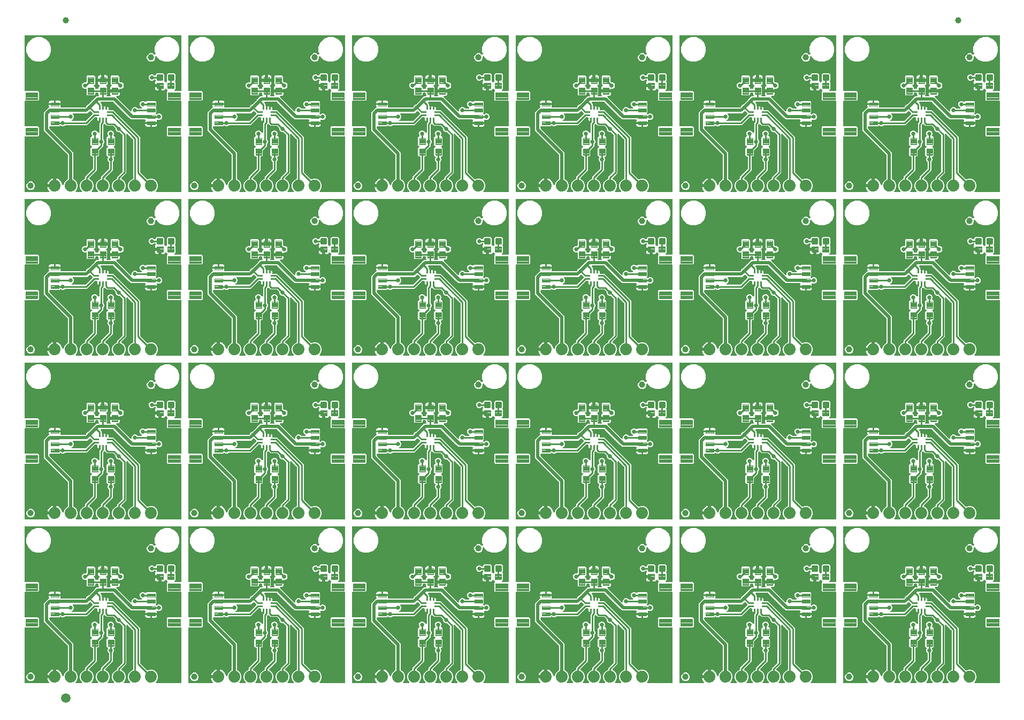
<source format=gtl>
G04 EAGLE Gerber RS-274X export*
G75*
%MOMM*%
%FSLAX34Y34*%
%LPD*%
%INTop Copper*%
%IPPOS*%
%AMOC8*
5,1,8,0,0,1.08239X$1,22.5*%
G01*
%ADD10C,0.102600*%
%ADD11C,0.096000*%
%ADD12C,0.102000*%
%ADD13C,0.100000*%
%ADD14C,1.000000*%
%ADD15C,1.879600*%
%ADD16C,0.300000*%
%ADD17C,1.500000*%
%ADD18C,0.508000*%
%ADD19C,0.254000*%
%ADD20C,0.660400*%

G36*
X299976Y520972D02*
X299976Y520972D01*
X300114Y520985D01*
X300133Y520992D01*
X300153Y520995D01*
X300282Y521046D01*
X300413Y521093D01*
X300430Y521104D01*
X300448Y521112D01*
X300561Y521193D01*
X300676Y521272D01*
X300690Y521287D01*
X300706Y521298D01*
X300795Y521406D01*
X300887Y521510D01*
X300896Y521528D01*
X300909Y521543D01*
X300968Y521669D01*
X301031Y521794D01*
X301036Y521813D01*
X301044Y521831D01*
X301070Y521968D01*
X301101Y522104D01*
X301100Y522124D01*
X301104Y522143D01*
X301095Y522282D01*
X301091Y522422D01*
X301085Y522441D01*
X301084Y522461D01*
X301041Y522593D01*
X301002Y522727D01*
X300992Y522744D01*
X300986Y522763D01*
X300911Y522881D01*
X300841Y523001D01*
X300822Y523022D01*
X300816Y523032D01*
X300801Y523046D01*
X300796Y523052D01*
X299669Y524603D01*
X298816Y526277D01*
X298235Y528064D01*
X298195Y528321D01*
X308610Y528321D01*
X308728Y528336D01*
X308847Y528343D01*
X308885Y528356D01*
X308925Y528361D01*
X309036Y528404D01*
X309149Y528441D01*
X309183Y528463D01*
X309221Y528478D01*
X309317Y528548D01*
X309418Y528611D01*
X309446Y528641D01*
X309478Y528664D01*
X309554Y528756D01*
X309636Y528843D01*
X309655Y528878D01*
X309681Y528909D01*
X309732Y529017D01*
X309789Y529121D01*
X309800Y529161D01*
X309817Y529197D01*
X309839Y529314D01*
X309869Y529429D01*
X309873Y529490D01*
X309877Y529510D01*
X309875Y529530D01*
X309879Y529590D01*
X309879Y530861D01*
X311150Y530861D01*
X311268Y530876D01*
X311387Y530883D01*
X311425Y530896D01*
X311465Y530901D01*
X311576Y530945D01*
X311689Y530981D01*
X311724Y531003D01*
X311761Y531018D01*
X311857Y531088D01*
X311958Y531151D01*
X311986Y531181D01*
X312019Y531205D01*
X312094Y531296D01*
X312176Y531383D01*
X312196Y531418D01*
X312221Y531450D01*
X312272Y531557D01*
X312330Y531662D01*
X312340Y531701D01*
X312357Y531737D01*
X312379Y531854D01*
X312409Y531969D01*
X312413Y532030D01*
X312417Y532050D01*
X312415Y532070D01*
X312419Y532130D01*
X312419Y542545D01*
X312676Y542505D01*
X314463Y541924D01*
X316137Y541071D01*
X317658Y539966D01*
X318986Y538638D01*
X320091Y537117D01*
X320944Y535443D01*
X321525Y533656D01*
X321600Y533183D01*
X321635Y533060D01*
X321666Y532934D01*
X321680Y532907D01*
X321688Y532878D01*
X321754Y532767D01*
X321814Y532653D01*
X321835Y532630D01*
X321850Y532604D01*
X321941Y532513D01*
X322028Y532417D01*
X322054Y532401D01*
X322075Y532379D01*
X322186Y532314D01*
X322294Y532242D01*
X322323Y532233D01*
X322349Y532217D01*
X322473Y532181D01*
X322595Y532139D01*
X322625Y532137D01*
X322654Y532128D01*
X322783Y532124D01*
X322912Y532114D01*
X322942Y532119D01*
X322972Y532118D01*
X323098Y532146D01*
X323225Y532168D01*
X323253Y532181D01*
X323282Y532187D01*
X323398Y532246D01*
X323515Y532299D01*
X323539Y532318D01*
X323566Y532332D01*
X323663Y532417D01*
X323764Y532498D01*
X323782Y532522D01*
X323804Y532542D01*
X323877Y532649D01*
X323955Y532752D01*
X323974Y532790D01*
X323983Y532804D01*
X323991Y532825D01*
X324026Y532896D01*
X325805Y537191D01*
X328949Y540335D01*
X330178Y540844D01*
X330203Y540859D01*
X330231Y540868D01*
X330341Y540938D01*
X330454Y541002D01*
X330475Y541022D01*
X330500Y541038D01*
X330589Y541133D01*
X330682Y541223D01*
X330698Y541248D01*
X330718Y541270D01*
X330781Y541383D01*
X330849Y541494D01*
X330857Y541522D01*
X330872Y541548D01*
X330904Y541674D01*
X330942Y541798D01*
X330944Y541828D01*
X330951Y541856D01*
X330961Y542017D01*
X330961Y579345D01*
X330949Y579444D01*
X330946Y579543D01*
X330940Y579564D01*
X330939Y579577D01*
X330928Y579612D01*
X330921Y579661D01*
X330885Y579753D01*
X330857Y579848D01*
X330843Y579872D01*
X330841Y579880D01*
X330825Y579905D01*
X330804Y579957D01*
X330746Y580037D01*
X330696Y580122D01*
X330630Y580197D01*
X330618Y580214D01*
X330608Y580222D01*
X330590Y580243D01*
X292861Y617971D01*
X292861Y646949D01*
X297490Y651577D01*
X300697Y654785D01*
X300766Y654873D01*
X300841Y654957D01*
X300863Y654999D01*
X300892Y655036D01*
X300937Y655139D01*
X300989Y655238D01*
X300999Y655284D01*
X301018Y655328D01*
X301036Y655439D01*
X301062Y655548D01*
X301061Y655595D01*
X301068Y655642D01*
X301058Y655754D01*
X301055Y655866D01*
X301043Y655911D01*
X301038Y655958D01*
X301000Y656064D01*
X300970Y656172D01*
X300938Y656237D01*
X300931Y656258D01*
X300920Y656273D01*
X300899Y656317D01*
X300797Y656492D01*
X300589Y657268D01*
X300589Y658661D01*
X309650Y658661D01*
X309768Y658676D01*
X309887Y658683D01*
X309894Y658685D01*
X309950Y658671D01*
X310010Y658667D01*
X310030Y658663D01*
X310050Y658665D01*
X310110Y658661D01*
X319171Y658661D01*
X319171Y657268D01*
X318963Y656493D01*
X318899Y656383D01*
X318848Y656260D01*
X318792Y656141D01*
X318787Y656114D01*
X318776Y656090D01*
X318757Y655958D01*
X318732Y655828D01*
X318734Y655802D01*
X318730Y655775D01*
X318743Y655643D01*
X318752Y655511D01*
X318760Y655486D01*
X318763Y655459D01*
X318809Y655334D01*
X318850Y655209D01*
X318864Y655186D01*
X318873Y655161D01*
X318949Y655052D01*
X319020Y654940D01*
X319039Y654921D01*
X319055Y654899D01*
X319155Y654813D01*
X319251Y654722D01*
X319275Y654709D01*
X319295Y654691D01*
X319414Y654632D01*
X319530Y654568D01*
X319556Y654562D01*
X319580Y654550D01*
X319710Y654522D01*
X319838Y654489D01*
X319876Y654487D01*
X319891Y654483D01*
X319913Y654484D01*
X319999Y654479D01*
X357669Y654479D01*
X357767Y654491D01*
X357866Y654494D01*
X357925Y654511D01*
X357985Y654519D01*
X358076Y654555D01*
X358172Y654583D01*
X358224Y654613D01*
X358280Y654636D01*
X358360Y654694D01*
X358446Y654744D01*
X358521Y654810D01*
X358538Y654822D01*
X358545Y654832D01*
X358567Y654850D01*
X359569Y655853D01*
X359575Y655860D01*
X359582Y655866D01*
X359673Y655987D01*
X359740Y656073D01*
X359749Y656084D01*
X359750Y656086D01*
X359764Y656104D01*
X359768Y656113D01*
X359773Y656120D01*
X359844Y656265D01*
X360510Y657871D01*
X361939Y659300D01*
X363545Y659966D01*
X363553Y659970D01*
X363562Y659973D01*
X363691Y660049D01*
X363821Y660123D01*
X363828Y660130D01*
X363836Y660135D01*
X363957Y660241D01*
X370286Y666570D01*
X373153Y669437D01*
X376055Y672339D01*
X379064Y672339D01*
X379202Y672356D01*
X379341Y672369D01*
X379360Y672376D01*
X379380Y672379D01*
X379509Y672430D01*
X379640Y672477D01*
X379657Y672488D01*
X379676Y672496D01*
X379788Y672577D01*
X379903Y672655D01*
X379917Y672671D01*
X379933Y672682D01*
X380022Y672790D01*
X380114Y672894D01*
X380123Y672912D01*
X380136Y672927D01*
X380195Y673053D01*
X380258Y673177D01*
X380263Y673197D01*
X380271Y673215D01*
X380297Y673351D01*
X380328Y673487D01*
X380327Y673508D01*
X380331Y673527D01*
X380322Y673666D01*
X380318Y673805D01*
X380313Y673825D01*
X380311Y673845D01*
X380269Y673977D01*
X380230Y674111D01*
X380220Y674128D01*
X380213Y674147D01*
X380139Y674265D01*
X380068Y674385D01*
X380050Y674406D01*
X380043Y674416D01*
X380028Y674430D01*
X379962Y674505D01*
X379301Y675166D01*
X379301Y676792D01*
X379286Y676910D01*
X379279Y677029D01*
X379266Y677067D01*
X379261Y677108D01*
X379218Y677218D01*
X379181Y677331D01*
X379159Y677366D01*
X379144Y677403D01*
X379075Y677499D01*
X379011Y677600D01*
X378981Y677628D01*
X378958Y677661D01*
X378866Y677737D01*
X378779Y677818D01*
X378744Y677838D01*
X378713Y677863D01*
X378605Y677914D01*
X378501Y677972D01*
X378461Y677982D01*
X378425Y677999D01*
X378308Y678021D01*
X378193Y678051D01*
X378133Y678055D01*
X378113Y678059D01*
X378092Y678057D01*
X378032Y678061D01*
X375078Y678061D01*
X374960Y678046D01*
X374841Y678039D01*
X374803Y678026D01*
X374762Y678021D01*
X374652Y677978D01*
X374539Y677941D01*
X374504Y677919D01*
X374467Y677904D01*
X374371Y677835D01*
X374270Y677771D01*
X374242Y677741D01*
X374209Y677718D01*
X374133Y677626D01*
X374052Y677539D01*
X374032Y677504D01*
X374007Y677473D01*
X373956Y677365D01*
X373898Y677261D01*
X373888Y677221D01*
X373871Y677185D01*
X373849Y677068D01*
X373819Y676953D01*
X373815Y676893D01*
X373811Y676873D01*
X373813Y676852D01*
X373809Y676792D01*
X373809Y675166D01*
X372474Y673831D01*
X361586Y673831D01*
X360251Y675166D01*
X360251Y683407D01*
X360236Y683525D01*
X360229Y683644D01*
X360217Y683682D01*
X360211Y683723D01*
X360168Y683833D01*
X360131Y683947D01*
X360109Y683981D01*
X360094Y684018D01*
X360025Y684115D01*
X359961Y684215D01*
X359931Y684243D01*
X359908Y684276D01*
X359816Y684352D01*
X359729Y684433D01*
X359694Y684453D01*
X359663Y684478D01*
X359555Y684529D01*
X359451Y684587D01*
X359411Y684597D01*
X359375Y684614D01*
X359258Y684636D01*
X359143Y684666D01*
X359083Y684670D01*
X359063Y684674D01*
X359042Y684673D01*
X358982Y684676D01*
X356982Y684676D01*
X355115Y685450D01*
X353686Y686879D01*
X352912Y688746D01*
X352912Y690768D01*
X353686Y692635D01*
X355115Y694064D01*
X356982Y694838D01*
X358921Y694838D01*
X359019Y694850D01*
X359118Y694853D01*
X359176Y694870D01*
X359236Y694878D01*
X359328Y694914D01*
X359423Y694942D01*
X359475Y694972D01*
X359532Y694995D01*
X359612Y695053D01*
X359697Y695103D01*
X359773Y695170D01*
X359789Y695182D01*
X359791Y695184D01*
X359793Y695186D01*
X359800Y695193D01*
X359818Y695210D01*
X359880Y695271D01*
X359940Y695349D01*
X360008Y695421D01*
X360037Y695474D01*
X360074Y695522D01*
X360114Y695613D01*
X360162Y695700D01*
X360177Y695759D01*
X360201Y695814D01*
X360216Y695912D01*
X360241Y696008D01*
X360247Y696108D01*
X360251Y696128D01*
X360249Y696141D01*
X360251Y696169D01*
X360251Y704054D01*
X361586Y705389D01*
X372474Y705389D01*
X373809Y704054D01*
X373809Y692166D01*
X372150Y690508D01*
X372077Y690413D01*
X371998Y690324D01*
X371980Y690288D01*
X371955Y690256D01*
X371908Y690147D01*
X371854Y690041D01*
X371845Y690002D01*
X371829Y689964D01*
X371810Y689847D01*
X371784Y689731D01*
X371785Y689690D01*
X371779Y689650D01*
X371790Y689532D01*
X371794Y689413D01*
X371805Y689374D01*
X371809Y689334D01*
X371849Y689221D01*
X371882Y689107D01*
X371903Y689073D01*
X371916Y689034D01*
X371983Y688936D01*
X372044Y688833D01*
X372084Y688788D01*
X372095Y688771D01*
X372110Y688758D01*
X372150Y688713D01*
X373809Y687054D01*
X373809Y685428D01*
X373824Y685310D01*
X373831Y685191D01*
X373844Y685153D01*
X373849Y685112D01*
X373892Y685002D01*
X373929Y684889D01*
X373951Y684854D01*
X373966Y684817D01*
X374035Y684721D01*
X374099Y684620D01*
X374129Y684592D01*
X374152Y684559D01*
X374244Y684483D01*
X374331Y684402D01*
X374366Y684382D01*
X374397Y684357D01*
X374505Y684306D01*
X374609Y684248D01*
X374649Y684238D01*
X374685Y684221D01*
X374802Y684199D01*
X374917Y684169D01*
X374977Y684165D01*
X374997Y684161D01*
X375018Y684163D01*
X375078Y684159D01*
X378032Y684159D01*
X378150Y684174D01*
X378269Y684181D01*
X378307Y684194D01*
X378348Y684199D01*
X378458Y684242D01*
X378571Y684279D01*
X378606Y684301D01*
X378643Y684316D01*
X378739Y684385D01*
X378840Y684449D01*
X378868Y684479D01*
X378901Y684502D01*
X378977Y684594D01*
X379058Y684681D01*
X379078Y684716D01*
X379103Y684747D01*
X379154Y684855D01*
X379212Y684959D01*
X379222Y684999D01*
X379239Y685035D01*
X379261Y685152D01*
X379291Y685267D01*
X379295Y685327D01*
X379299Y685347D01*
X379297Y685368D01*
X379301Y685428D01*
X379301Y687054D01*
X380579Y688332D01*
X380656Y688431D01*
X380738Y688526D01*
X380753Y688556D01*
X380774Y688583D01*
X380824Y688699D01*
X380880Y688811D01*
X380887Y688844D01*
X380900Y688875D01*
X380920Y688999D01*
X380946Y689122D01*
X380945Y689156D01*
X380950Y689189D01*
X380939Y689314D01*
X380933Y689440D01*
X380924Y689472D01*
X380920Y689506D01*
X380878Y689624D01*
X380842Y689744D01*
X380824Y689773D01*
X380813Y689805D01*
X380742Y689909D01*
X380677Y690017D01*
X380653Y690040D01*
X380634Y690068D01*
X380540Y690151D01*
X380450Y690239D01*
X380410Y690266D01*
X380396Y690279D01*
X380376Y690288D01*
X380316Y690328D01*
X379713Y690677D01*
X379147Y691243D01*
X378746Y691936D01*
X378539Y692710D01*
X378539Y695611D01*
X384850Y695611D01*
X384968Y695626D01*
X385087Y695633D01*
X385125Y695645D01*
X385165Y695651D01*
X385276Y695694D01*
X385389Y695731D01*
X385423Y695753D01*
X385461Y695768D01*
X385557Y695837D01*
X385658Y695901D01*
X385686Y695931D01*
X385718Y695954D01*
X385794Y696046D01*
X385876Y696133D01*
X385895Y696168D01*
X385921Y696199D01*
X385972Y696307D01*
X386029Y696411D01*
X386039Y696451D01*
X386057Y696487D01*
X386077Y696594D01*
X386081Y696564D01*
X386125Y696454D01*
X386161Y696341D01*
X386183Y696306D01*
X386198Y696269D01*
X386268Y696172D01*
X386331Y696072D01*
X386361Y696044D01*
X386385Y696011D01*
X386476Y695935D01*
X386563Y695854D01*
X386598Y695834D01*
X386630Y695809D01*
X386737Y695758D01*
X386842Y695700D01*
X386881Y695690D01*
X386917Y695673D01*
X387034Y695651D01*
X387150Y695621D01*
X387210Y695617D01*
X387230Y695613D01*
X387250Y695615D01*
X387310Y695611D01*
X393621Y695611D01*
X393621Y692710D01*
X393414Y691936D01*
X393013Y691243D01*
X392447Y690677D01*
X391844Y690328D01*
X391743Y690252D01*
X391640Y690182D01*
X391617Y690157D01*
X391590Y690136D01*
X391512Y690038D01*
X391429Y689943D01*
X391414Y689913D01*
X391393Y689887D01*
X391342Y689772D01*
X391284Y689660D01*
X391277Y689627D01*
X391263Y689597D01*
X391242Y689472D01*
X391215Y689350D01*
X391216Y689316D01*
X391210Y689283D01*
X391221Y689158D01*
X391224Y689032D01*
X391234Y689000D01*
X391237Y688966D01*
X391278Y688847D01*
X391313Y688727D01*
X391330Y688697D01*
X391341Y688666D01*
X391411Y688561D01*
X391474Y688453D01*
X391507Y688416D01*
X391517Y688401D01*
X391533Y688386D01*
X391581Y688332D01*
X392859Y687054D01*
X392859Y675166D01*
X392198Y674505D01*
X392113Y674396D01*
X392024Y674289D01*
X392016Y674270D01*
X392003Y674254D01*
X391948Y674127D01*
X391889Y674001D01*
X391885Y673981D01*
X391877Y673962D01*
X391855Y673824D01*
X391829Y673688D01*
X391830Y673668D01*
X391827Y673648D01*
X391840Y673509D01*
X391849Y673371D01*
X391855Y673352D01*
X391857Y673332D01*
X391904Y673200D01*
X391947Y673069D01*
X391957Y673051D01*
X391964Y673032D01*
X392042Y672917D01*
X392117Y672800D01*
X392132Y672786D01*
X392143Y672769D01*
X392247Y672677D01*
X392348Y672582D01*
X392366Y672572D01*
X392381Y672559D01*
X392505Y672496D01*
X392627Y672428D01*
X392647Y672423D01*
X392665Y672414D01*
X392800Y672384D01*
X392935Y672349D01*
X392963Y672347D01*
X392975Y672344D01*
X392995Y672345D01*
X393096Y672339D01*
X397098Y672339D01*
X397229Y672355D01*
X397361Y672366D01*
X397387Y672375D01*
X397413Y672379D01*
X397536Y672427D01*
X397661Y672471D01*
X397684Y672486D01*
X397709Y672496D01*
X397816Y672573D01*
X397926Y672647D01*
X397945Y672667D01*
X397966Y672682D01*
X398051Y672785D01*
X398139Y672883D01*
X398152Y672907D01*
X398169Y672927D01*
X398226Y673047D01*
X398287Y673164D01*
X398293Y673191D01*
X398305Y673215D01*
X398330Y673345D01*
X398360Y673474D01*
X398359Y673501D01*
X398364Y673527D01*
X398356Y673659D01*
X398354Y673792D01*
X398346Y673818D01*
X398345Y673845D01*
X398304Y673971D01*
X398268Y674098D01*
X398251Y674133D01*
X398247Y674147D01*
X398235Y674166D01*
X398197Y674243D01*
X397796Y674936D01*
X397589Y675710D01*
X397589Y678611D01*
X403900Y678611D01*
X404018Y678626D01*
X404137Y678633D01*
X404175Y678645D01*
X404215Y678651D01*
X404326Y678694D01*
X404439Y678731D01*
X404473Y678753D01*
X404511Y678768D01*
X404607Y678837D01*
X404708Y678901D01*
X404736Y678931D01*
X404768Y678954D01*
X404844Y679046D01*
X404926Y679133D01*
X404945Y679168D01*
X404971Y679199D01*
X405022Y679307D01*
X405079Y679411D01*
X405089Y679451D01*
X405107Y679487D01*
X405127Y679594D01*
X405131Y679564D01*
X405175Y679454D01*
X405211Y679341D01*
X405233Y679306D01*
X405248Y679269D01*
X405318Y679172D01*
X405381Y679072D01*
X405411Y679044D01*
X405435Y679011D01*
X405526Y678935D01*
X405613Y678854D01*
X405648Y678834D01*
X405680Y678809D01*
X405787Y678758D01*
X405892Y678700D01*
X405931Y678690D01*
X405967Y678673D01*
X406084Y678651D01*
X406200Y678621D01*
X406260Y678617D01*
X406280Y678613D01*
X406300Y678615D01*
X406360Y678611D01*
X412671Y678611D01*
X412671Y675710D01*
X412464Y674936D01*
X412063Y674243D01*
X411497Y673677D01*
X410804Y673276D01*
X410030Y673069D01*
X408599Y673069D01*
X408461Y673052D01*
X408323Y673039D01*
X408304Y673032D01*
X408283Y673029D01*
X408154Y672978D01*
X408023Y672931D01*
X408006Y672920D01*
X407988Y672912D01*
X407875Y672831D01*
X407760Y672753D01*
X407747Y672737D01*
X407730Y672726D01*
X407642Y672618D01*
X407550Y672514D01*
X407540Y672496D01*
X407528Y672481D01*
X407468Y672355D01*
X407405Y672231D01*
X407401Y672211D01*
X407392Y672193D01*
X407366Y672056D01*
X407335Y671921D01*
X407336Y671900D01*
X407332Y671881D01*
X407341Y671742D01*
X407345Y671603D01*
X407351Y671583D01*
X407352Y671563D01*
X407395Y671431D01*
X407433Y671297D01*
X407444Y671280D01*
X407450Y671261D01*
X407524Y671143D01*
X407595Y671023D01*
X407614Y671002D01*
X407620Y670992D01*
X407635Y670978D01*
X407701Y670903D01*
X409166Y669438D01*
X409167Y669437D01*
X429633Y648971D01*
X429742Y648886D01*
X429849Y648798D01*
X429868Y648789D01*
X429884Y648776D01*
X430012Y648721D01*
X430137Y648662D01*
X430157Y648658D01*
X430176Y648650D01*
X430314Y648628D01*
X430450Y648602D01*
X430470Y648603D01*
X430490Y648600D01*
X430629Y648613D01*
X430767Y648622D01*
X430786Y648628D01*
X430806Y648630D01*
X430938Y648677D01*
X431069Y648720D01*
X431087Y648731D01*
X431106Y648738D01*
X431221Y648816D01*
X431338Y648890D01*
X431352Y648905D01*
X431369Y648916D01*
X431461Y649021D01*
X431556Y649122D01*
X431566Y649140D01*
X431579Y649155D01*
X431642Y649278D01*
X431710Y649400D01*
X431715Y649420D01*
X431724Y649438D01*
X431754Y649574D01*
X431789Y649708D01*
X431791Y649736D01*
X431794Y649748D01*
X431793Y649769D01*
X431799Y649869D01*
X431799Y651171D01*
X432573Y653038D01*
X434002Y654467D01*
X435869Y655241D01*
X437891Y655241D01*
X439758Y654467D01*
X440645Y653580D01*
X440723Y653520D01*
X440795Y653452D01*
X440848Y653423D01*
X440896Y653386D01*
X440987Y653346D01*
X441074Y653298D01*
X441132Y653283D01*
X441188Y653259D01*
X441286Y653244D01*
X441382Y653219D01*
X441482Y653213D01*
X441502Y653209D01*
X441514Y653211D01*
X441542Y653209D01*
X446704Y653209D01*
X446774Y653217D01*
X446843Y653216D01*
X446931Y653237D01*
X447020Y653249D01*
X447085Y653274D01*
X447153Y653291D01*
X447232Y653333D01*
X447316Y653366D01*
X447372Y653407D01*
X447434Y653439D01*
X447500Y653500D01*
X447573Y653552D01*
X447617Y653606D01*
X447669Y653653D01*
X447718Y653728D01*
X447776Y653797D01*
X447805Y653860D01*
X447844Y653919D01*
X447873Y654004D01*
X447911Y654085D01*
X447924Y654154D01*
X447947Y654220D01*
X447954Y654309D01*
X447971Y654397D01*
X447967Y654467D01*
X447972Y654537D01*
X447957Y654625D01*
X447951Y654715D01*
X447930Y654781D01*
X447918Y654850D01*
X447881Y654932D01*
X447853Y655017D01*
X447816Y655076D01*
X447787Y655140D01*
X447731Y655210D01*
X447683Y655286D01*
X447632Y655334D01*
X447589Y655388D01*
X447517Y655442D01*
X447451Y655504D01*
X447390Y655538D01*
X447335Y655580D01*
X447190Y655651D01*
X446702Y655853D01*
X445273Y657282D01*
X444499Y659149D01*
X444499Y661171D01*
X445273Y663038D01*
X446702Y664467D01*
X448569Y665241D01*
X450591Y665241D01*
X452458Y664467D01*
X452642Y664283D01*
X452736Y664210D01*
X452825Y664132D01*
X452861Y664113D01*
X452893Y664089D01*
X453003Y664041D01*
X453108Y663987D01*
X453148Y663978D01*
X453185Y663962D01*
X453303Y663944D01*
X453419Y663917D01*
X453459Y663919D01*
X453499Y663912D01*
X453618Y663924D01*
X453737Y663927D01*
X453775Y663938D01*
X453816Y663942D01*
X453928Y663982D01*
X454042Y664016D01*
X454077Y664036D01*
X454115Y664050D01*
X454213Y664117D01*
X454316Y664177D01*
X454361Y664217D01*
X454378Y664228D01*
X454392Y664244D01*
X454437Y664284D01*
X455092Y664939D01*
X469468Y664939D01*
X470809Y663598D01*
X470809Y656722D01*
X470144Y656057D01*
X470071Y655963D01*
X469992Y655874D01*
X469974Y655838D01*
X469949Y655806D01*
X469902Y655697D01*
X469848Y655591D01*
X469839Y655552D01*
X469823Y655514D01*
X469804Y655397D01*
X469778Y655281D01*
X469779Y655240D01*
X469773Y655200D01*
X469784Y655082D01*
X469788Y654963D01*
X469799Y654924D01*
X469803Y654884D01*
X469843Y654772D01*
X469876Y654657D01*
X469897Y654622D01*
X469911Y654584D01*
X469977Y654486D01*
X470038Y654383D01*
X470078Y654338D01*
X470089Y654321D01*
X470104Y654308D01*
X470144Y654262D01*
X470809Y653598D01*
X470809Y646722D01*
X470144Y646057D01*
X470071Y645963D01*
X469992Y645874D01*
X469974Y645838D01*
X469949Y645806D01*
X469902Y645697D01*
X469848Y645591D01*
X469839Y645552D01*
X469823Y645514D01*
X469804Y645397D01*
X469778Y645281D01*
X469779Y645240D01*
X469773Y645200D01*
X469784Y645082D01*
X469788Y644963D01*
X469799Y644924D01*
X469803Y644884D01*
X469843Y644771D01*
X469876Y644657D01*
X469897Y644622D01*
X469911Y644584D01*
X469977Y644486D01*
X470038Y644383D01*
X470078Y644338D01*
X470089Y644321D01*
X470104Y644308D01*
X470108Y644302D01*
X470113Y644298D01*
X470144Y644262D01*
X470163Y644243D01*
X470257Y644170D01*
X470347Y644092D01*
X470383Y644073D01*
X470415Y644049D01*
X470524Y644001D01*
X470630Y643947D01*
X470669Y643938D01*
X470706Y643922D01*
X470824Y643904D01*
X470940Y643877D01*
X470980Y643879D01*
X471020Y643872D01*
X471139Y643884D01*
X471258Y643887D01*
X471297Y643898D01*
X471337Y643902D01*
X471449Y643942D01*
X471563Y643976D01*
X471598Y643996D01*
X471636Y644010D01*
X471735Y644077D01*
X471837Y644137D01*
X471883Y644177D01*
X471899Y644188D01*
X471913Y644204D01*
X471958Y644243D01*
X472102Y644387D01*
X473969Y645161D01*
X475991Y645161D01*
X477858Y644387D01*
X479287Y642958D01*
X480061Y641091D01*
X480061Y639069D01*
X479287Y637202D01*
X477858Y635773D01*
X475991Y634999D01*
X473969Y634999D01*
X473062Y635375D01*
X473008Y635390D01*
X472956Y635413D01*
X472855Y635432D01*
X472755Y635459D01*
X472699Y635460D01*
X472643Y635470D01*
X472541Y635462D01*
X472437Y635464D01*
X472383Y635451D01*
X472326Y635447D01*
X472229Y635414D01*
X472128Y635390D01*
X472078Y635364D01*
X472025Y635346D01*
X471938Y635289D01*
X471847Y635241D01*
X471805Y635203D01*
X471758Y635173D01*
X471688Y635097D01*
X471612Y635027D01*
X471581Y634980D01*
X471542Y634939D01*
X471494Y634848D01*
X471437Y634762D01*
X471419Y634708D01*
X471392Y634659D01*
X471367Y634558D01*
X471334Y634461D01*
X471329Y634404D01*
X471316Y634350D01*
X471317Y634247D01*
X471308Y634144D01*
X471318Y634088D01*
X471319Y634032D01*
X471350Y633874D01*
X471571Y633052D01*
X471571Y631659D01*
X462510Y631659D01*
X462392Y631644D01*
X462273Y631637D01*
X462266Y631635D01*
X462210Y631649D01*
X462150Y631653D01*
X462130Y631657D01*
X462110Y631655D01*
X462050Y631659D01*
X452989Y631659D01*
X452989Y633052D01*
X453197Y633828D01*
X453261Y633937D01*
X453312Y634060D01*
X453368Y634179D01*
X453373Y634206D01*
X453384Y634231D01*
X453403Y634362D01*
X453428Y634492D01*
X453426Y634518D01*
X453430Y634545D01*
X453417Y634677D01*
X453408Y634809D01*
X453400Y634835D01*
X453397Y634861D01*
X453351Y634986D01*
X453310Y635111D01*
X453296Y635134D01*
X453286Y635160D01*
X453211Y635268D01*
X453140Y635380D01*
X453120Y635399D01*
X453105Y635421D01*
X453005Y635507D01*
X452909Y635598D01*
X452885Y635611D01*
X452864Y635629D01*
X452746Y635688D01*
X452630Y635752D01*
X452604Y635758D01*
X452580Y635770D01*
X452450Y635798D01*
X452322Y635831D01*
X452284Y635833D01*
X452269Y635837D01*
X452247Y635836D01*
X452161Y635841D01*
X430547Y635841D01*
X427646Y638742D01*
X427646Y638743D01*
X403059Y663330D01*
X402981Y663390D01*
X402909Y663458D01*
X402856Y663487D01*
X402808Y663524D01*
X402717Y663564D01*
X402630Y663612D01*
X402572Y663627D01*
X402516Y663651D01*
X402418Y663666D01*
X402322Y663691D01*
X402222Y663697D01*
X402202Y663701D01*
X402190Y663699D01*
X402162Y663701D01*
X383805Y663701D01*
X383667Y663684D01*
X383528Y663671D01*
X383509Y663664D01*
X383489Y663661D01*
X383360Y663610D01*
X383229Y663563D01*
X383212Y663552D01*
X383193Y663544D01*
X383081Y663463D01*
X382966Y663385D01*
X382952Y663369D01*
X382936Y663358D01*
X382847Y663250D01*
X382755Y663146D01*
X382746Y663128D01*
X382733Y663113D01*
X382674Y662987D01*
X382611Y662863D01*
X382606Y662843D01*
X382598Y662825D01*
X382572Y662688D01*
X382541Y662553D01*
X382542Y662532D01*
X382538Y662513D01*
X382546Y662374D01*
X382551Y662235D01*
X382556Y662215D01*
X382558Y662195D01*
X382600Y662063D01*
X382639Y661929D01*
X382649Y661912D01*
X382656Y661893D01*
X382730Y661775D01*
X382801Y661655D01*
X382819Y661634D01*
X382826Y661624D01*
X382841Y661610D01*
X382907Y661535D01*
X384039Y660403D01*
X384039Y658015D01*
X384054Y657897D01*
X384061Y657778D01*
X384074Y657740D01*
X384079Y657699D01*
X384122Y657589D01*
X384159Y657476D01*
X384181Y657441D01*
X384196Y657404D01*
X384265Y657308D01*
X384329Y657207D01*
X384359Y657179D01*
X384382Y657146D01*
X384474Y657070D01*
X384561Y656989D01*
X384596Y656969D01*
X384627Y656944D01*
X384721Y656900D01*
X384721Y654857D01*
X384722Y654850D01*
X384721Y654842D01*
X384741Y654692D01*
X384760Y654542D01*
X384763Y654535D01*
X384764Y654527D01*
X384822Y654387D01*
X384877Y654246D01*
X384882Y654240D01*
X384885Y654233D01*
X384975Y654111D01*
X385064Y653989D01*
X385070Y653984D01*
X385075Y653978D01*
X385192Y653883D01*
X385309Y653786D01*
X385316Y653783D01*
X385322Y653778D01*
X385461Y653715D01*
X385597Y653651D01*
X385604Y653649D01*
X385611Y653646D01*
X385761Y653619D01*
X385909Y653591D01*
X385917Y653591D01*
X385925Y653590D01*
X386075Y653601D01*
X386227Y653611D01*
X386234Y653613D01*
X386242Y653613D01*
X386385Y653662D01*
X386529Y653709D01*
X386536Y653713D01*
X386543Y653715D01*
X386669Y653797D01*
X386798Y653879D01*
X386803Y653884D01*
X386810Y653888D01*
X386912Y654000D01*
X387016Y654110D01*
X387020Y654117D01*
X387025Y654123D01*
X387096Y654256D01*
X387169Y654389D01*
X387171Y654396D01*
X387175Y654403D01*
X387223Y654557D01*
X387223Y654558D01*
X387231Y654629D01*
X387249Y654697D01*
X387249Y654698D01*
X387259Y654859D01*
X387259Y656738D01*
X388161Y656496D01*
X388253Y656483D01*
X388343Y656461D01*
X388410Y656462D01*
X388477Y656453D01*
X388568Y656463D01*
X388661Y656464D01*
X388775Y656487D01*
X388792Y656489D01*
X388800Y656492D01*
X388818Y656496D01*
X389721Y656738D01*
X389721Y654859D01*
X389730Y654788D01*
X389729Y654717D01*
X389757Y654558D01*
X389757Y654557D01*
X389760Y654550D01*
X389760Y654543D01*
X389761Y654543D01*
X389761Y654542D01*
X389817Y654401D01*
X389871Y654260D01*
X389875Y654253D01*
X389878Y654246D01*
X389967Y654124D01*
X390054Y654000D01*
X390060Y653995D01*
X390065Y653989D01*
X390182Y653892D01*
X390297Y653794D01*
X390304Y653791D01*
X390310Y653786D01*
X390446Y653722D01*
X390583Y653655D01*
X390590Y653654D01*
X390597Y653651D01*
X390745Y653622D01*
X390894Y653592D01*
X390902Y653592D01*
X390910Y653591D01*
X391061Y653600D01*
X391212Y653608D01*
X391219Y653610D01*
X391227Y653611D01*
X391372Y653657D01*
X391516Y653702D01*
X391522Y653706D01*
X391530Y653709D01*
X391658Y653790D01*
X391786Y653869D01*
X391792Y653875D01*
X391798Y653879D01*
X391902Y653989D01*
X392007Y654098D01*
X392011Y654105D01*
X392016Y654110D01*
X392089Y654243D01*
X392164Y654375D01*
X392166Y654382D01*
X392170Y654389D01*
X392207Y654535D01*
X392247Y654682D01*
X392247Y654690D01*
X392249Y654697D01*
X392259Y654858D01*
X392259Y656738D01*
X393006Y656538D01*
X393702Y656136D01*
X394271Y655567D01*
X394673Y654871D01*
X394776Y654486D01*
X394811Y654400D01*
X394836Y654311D01*
X394871Y654254D01*
X394896Y654191D01*
X394951Y654117D01*
X394971Y654084D01*
X394971Y652023D01*
X394986Y651905D01*
X394993Y651786D01*
X395006Y651748D01*
X395011Y651707D01*
X395054Y651597D01*
X395091Y651484D01*
X395113Y651449D01*
X395128Y651412D01*
X395197Y651316D01*
X395261Y651215D01*
X395291Y651187D01*
X395314Y651154D01*
X395406Y651078D01*
X395493Y650997D01*
X395528Y650977D01*
X395559Y650952D01*
X395667Y650901D01*
X395771Y650843D01*
X395811Y650833D01*
X395847Y650816D01*
X395964Y650794D01*
X396079Y650764D01*
X396139Y650760D01*
X396159Y650756D01*
X396180Y650758D01*
X396240Y650754D01*
X402578Y650754D01*
X445009Y608323D01*
X445009Y552969D01*
X445021Y552870D01*
X445024Y552771D01*
X445041Y552713D01*
X445049Y552653D01*
X445085Y552561D01*
X445113Y552466D01*
X445143Y552414D01*
X445166Y552357D01*
X445224Y552277D01*
X445274Y552192D01*
X445340Y552117D01*
X445352Y552100D01*
X445362Y552092D01*
X445380Y552071D01*
X456175Y541277D01*
X456198Y541259D01*
X456217Y541236D01*
X456323Y541162D01*
X456426Y541082D01*
X456453Y541070D01*
X456477Y541053D01*
X456599Y541007D01*
X456718Y540956D01*
X456747Y540951D01*
X456775Y540940D01*
X456904Y540926D01*
X457032Y540906D01*
X457061Y540908D01*
X457091Y540905D01*
X457219Y540923D01*
X457349Y540935D01*
X457376Y540945D01*
X457406Y540950D01*
X457558Y541002D01*
X460057Y542037D01*
X464503Y542037D01*
X468611Y540335D01*
X471755Y537191D01*
X473457Y533083D01*
X473457Y528637D01*
X471755Y524529D01*
X470348Y523121D01*
X470262Y523012D01*
X470174Y522905D01*
X470165Y522886D01*
X470153Y522870D01*
X470097Y522742D01*
X470038Y522617D01*
X470035Y522597D01*
X470026Y522578D01*
X470005Y522440D01*
X469979Y522304D01*
X469980Y522284D01*
X469977Y522264D01*
X469990Y522125D01*
X469998Y521987D01*
X470005Y521968D01*
X470006Y521948D01*
X470054Y521816D01*
X470096Y521685D01*
X470107Y521667D01*
X470114Y521648D01*
X470192Y521533D01*
X470266Y521416D01*
X470281Y521402D01*
X470293Y521385D01*
X470397Y521293D01*
X470498Y521198D01*
X470516Y521188D01*
X470531Y521175D01*
X470655Y521111D01*
X470777Y521044D01*
X470796Y521039D01*
X470814Y521030D01*
X470950Y521000D01*
X471085Y520965D01*
X471113Y520963D01*
X471125Y520960D01*
X471145Y520961D01*
X471245Y520955D01*
X509016Y520955D01*
X509134Y520970D01*
X509253Y520977D01*
X509291Y520990D01*
X509332Y520995D01*
X509442Y521038D01*
X509555Y521075D01*
X509590Y521097D01*
X509627Y521112D01*
X509723Y521181D01*
X509824Y521245D01*
X509852Y521275D01*
X509885Y521298D01*
X509961Y521390D01*
X510042Y521477D01*
X510062Y521512D01*
X510087Y521543D01*
X510138Y521651D01*
X510196Y521755D01*
X510206Y521795D01*
X510223Y521831D01*
X510245Y521948D01*
X510275Y522063D01*
X510279Y522123D01*
X510283Y522143D01*
X510281Y522164D01*
X510285Y522224D01*
X510285Y608112D01*
X510270Y608230D01*
X510263Y608349D01*
X510250Y608387D01*
X510245Y608428D01*
X510202Y608538D01*
X510165Y608651D01*
X510143Y608686D01*
X510128Y608723D01*
X510059Y608819D01*
X509995Y608920D01*
X509965Y608948D01*
X509942Y608981D01*
X509850Y609057D01*
X509763Y609138D01*
X509728Y609158D01*
X509697Y609183D01*
X509589Y609234D01*
X509485Y609292D01*
X509445Y609302D01*
X509409Y609319D01*
X509292Y609341D01*
X509177Y609371D01*
X509117Y609375D01*
X509097Y609379D01*
X509076Y609377D01*
X509016Y609381D01*
X488574Y609381D01*
X487251Y610704D01*
X487251Y623616D01*
X488574Y624939D01*
X509016Y624939D01*
X509134Y624954D01*
X509253Y624961D01*
X509291Y624974D01*
X509332Y624979D01*
X509442Y625022D01*
X509555Y625059D01*
X509590Y625081D01*
X509627Y625096D01*
X509723Y625165D01*
X509824Y625229D01*
X509852Y625259D01*
X509885Y625282D01*
X509961Y625374D01*
X510042Y625461D01*
X510062Y625496D01*
X510087Y625527D01*
X510138Y625635D01*
X510196Y625739D01*
X510206Y625779D01*
X510223Y625815D01*
X510245Y625932D01*
X510275Y626047D01*
X510279Y626107D01*
X510283Y626127D01*
X510281Y626148D01*
X510285Y626208D01*
X510285Y664112D01*
X510270Y664230D01*
X510263Y664349D01*
X510250Y664387D01*
X510245Y664428D01*
X510202Y664538D01*
X510165Y664651D01*
X510143Y664686D01*
X510128Y664723D01*
X510059Y664819D01*
X509995Y664920D01*
X509965Y664948D01*
X509942Y664981D01*
X509850Y665057D01*
X509763Y665138D01*
X509728Y665158D01*
X509697Y665183D01*
X509589Y665234D01*
X509485Y665292D01*
X509445Y665302D01*
X509409Y665319D01*
X509292Y665341D01*
X509177Y665371D01*
X509117Y665375D01*
X509097Y665379D01*
X509076Y665377D01*
X509016Y665381D01*
X488574Y665381D01*
X487251Y666704D01*
X487251Y679616D01*
X488300Y680665D01*
X488385Y680774D01*
X488474Y680881D01*
X488483Y680900D01*
X488495Y680916D01*
X488550Y681043D01*
X488610Y681169D01*
X488613Y681189D01*
X488621Y681208D01*
X488643Y681346D01*
X488669Y681482D01*
X488668Y681502D01*
X488671Y681522D01*
X488658Y681661D01*
X488650Y681799D01*
X488643Y681818D01*
X488642Y681838D01*
X488594Y681970D01*
X488552Y682101D01*
X488541Y682119D01*
X488534Y682138D01*
X488456Y682253D01*
X488381Y682370D01*
X488367Y682384D01*
X488355Y682401D01*
X488251Y682493D01*
X488150Y682588D01*
X488132Y682598D01*
X488117Y682611D01*
X487993Y682675D01*
X487871Y682742D01*
X487852Y682747D01*
X487834Y682756D01*
X487754Y682774D01*
X486418Y684109D01*
X486319Y684186D01*
X486224Y684268D01*
X486194Y684283D01*
X486167Y684304D01*
X486051Y684354D01*
X485939Y684410D01*
X485906Y684417D01*
X485875Y684430D01*
X485751Y684450D01*
X485628Y684476D01*
X485594Y684475D01*
X485561Y684480D01*
X485436Y684469D01*
X485310Y684463D01*
X485278Y684454D01*
X485244Y684450D01*
X485126Y684408D01*
X485006Y684372D01*
X484977Y684354D01*
X484945Y684343D01*
X484841Y684272D01*
X484733Y684207D01*
X484710Y684183D01*
X484682Y684164D01*
X484599Y684070D01*
X484511Y683980D01*
X484484Y683940D01*
X484471Y683926D01*
X484462Y683906D01*
X484422Y683846D01*
X484073Y683243D01*
X483507Y682677D01*
X482814Y682276D01*
X482040Y682069D01*
X479139Y682069D01*
X479139Y688380D01*
X479124Y688498D01*
X479117Y688617D01*
X479104Y688655D01*
X479099Y688695D01*
X479056Y688806D01*
X479019Y688919D01*
X478997Y688953D01*
X478982Y688991D01*
X478913Y689087D01*
X478849Y689188D01*
X478819Y689216D01*
X478796Y689248D01*
X478704Y689324D01*
X478617Y689406D01*
X478582Y689425D01*
X478551Y689451D01*
X478443Y689502D01*
X478339Y689559D01*
X478299Y689569D01*
X478263Y689587D01*
X478146Y689609D01*
X478031Y689639D01*
X477971Y689643D01*
X477951Y689646D01*
X477930Y689645D01*
X477870Y689649D01*
X476679Y689649D01*
X476679Y690840D01*
X476664Y690958D01*
X476657Y691077D01*
X476644Y691115D01*
X476639Y691156D01*
X476595Y691266D01*
X476559Y691379D01*
X476537Y691414D01*
X476522Y691451D01*
X476452Y691547D01*
X476389Y691648D01*
X476359Y691676D01*
X476335Y691709D01*
X476244Y691785D01*
X476157Y691866D01*
X476122Y691886D01*
X476090Y691911D01*
X475983Y691962D01*
X475878Y692020D01*
X475839Y692030D01*
X475803Y692047D01*
X475686Y692069D01*
X475570Y692099D01*
X475510Y692103D01*
X475490Y692107D01*
X475470Y692105D01*
X475410Y692109D01*
X468599Y692109D01*
X468599Y694510D01*
X468806Y695284D01*
X469207Y695977D01*
X469239Y696009D01*
X469312Y696104D01*
X469391Y696193D01*
X469409Y696229D01*
X469434Y696260D01*
X469482Y696370D01*
X469536Y696477D01*
X469544Y696516D01*
X469560Y696552D01*
X469579Y696670D01*
X469605Y696787D01*
X469604Y696827D01*
X469610Y696866D01*
X469599Y696985D01*
X469595Y697105D01*
X469591Y697118D01*
X469591Y697992D01*
X469576Y698110D01*
X469569Y698229D01*
X469556Y698267D01*
X469551Y698308D01*
X469508Y698418D01*
X469471Y698531D01*
X469449Y698566D01*
X469434Y698603D01*
X469365Y698699D01*
X469301Y698800D01*
X469271Y698828D01*
X469248Y698861D01*
X469156Y698937D01*
X469069Y699018D01*
X469034Y699038D01*
X469003Y699063D01*
X468895Y699114D01*
X468791Y699172D01*
X468751Y699182D01*
X468715Y699199D01*
X468598Y699221D01*
X468483Y699251D01*
X468423Y699255D01*
X468403Y699259D01*
X468382Y699257D01*
X468322Y699261D01*
X468212Y699261D01*
X468114Y699249D01*
X468015Y699246D01*
X467957Y699229D01*
X467897Y699221D01*
X467805Y699185D01*
X467710Y699157D01*
X467657Y699127D01*
X467601Y699104D01*
X467521Y699046D01*
X467436Y698996D01*
X467360Y698930D01*
X467344Y698918D01*
X467336Y698908D01*
X467315Y698890D01*
X466428Y698003D01*
X464561Y697229D01*
X462539Y697229D01*
X460672Y698003D01*
X459243Y699432D01*
X458469Y701299D01*
X458469Y703321D01*
X459243Y705188D01*
X460672Y706617D01*
X462539Y707391D01*
X464561Y707391D01*
X466428Y706617D01*
X467315Y705730D01*
X467393Y705670D01*
X467465Y705602D01*
X467518Y705573D01*
X467566Y705536D01*
X467657Y705496D01*
X467744Y705448D01*
X467802Y705433D01*
X467858Y705409D01*
X467956Y705394D01*
X468052Y705369D01*
X468152Y705363D01*
X468172Y705359D01*
X468184Y705361D01*
X468212Y705359D01*
X468322Y705359D01*
X468440Y705374D01*
X468559Y705381D01*
X468597Y705394D01*
X468638Y705399D01*
X468748Y705442D01*
X468861Y705479D01*
X468896Y705501D01*
X468933Y705516D01*
X469029Y705585D01*
X469130Y705649D01*
X469158Y705679D01*
X469191Y705702D01*
X469267Y705794D01*
X469348Y705881D01*
X469368Y705916D01*
X469393Y705947D01*
X469444Y706055D01*
X469502Y706159D01*
X469512Y706199D01*
X469529Y706235D01*
X469551Y706352D01*
X469581Y706467D01*
X469585Y706527D01*
X469589Y706547D01*
X469587Y706568D01*
X469591Y706628D01*
X469591Y707168D01*
X471512Y709089D01*
X481228Y709089D01*
X483149Y707168D01*
X483149Y697427D01*
X483161Y697329D01*
X483164Y697230D01*
X483181Y697172D01*
X483189Y697112D01*
X483225Y697020D01*
X483253Y696925D01*
X483283Y696872D01*
X483306Y696816D01*
X483364Y696736D01*
X483414Y696651D01*
X483480Y696575D01*
X483492Y696559D01*
X483502Y696551D01*
X483520Y696530D01*
X484073Y695977D01*
X484422Y695374D01*
X484498Y695274D01*
X484568Y695170D01*
X484593Y695147D01*
X484614Y695120D01*
X484712Y695042D01*
X484807Y694959D01*
X484837Y694944D01*
X484863Y694923D01*
X484978Y694872D01*
X485090Y694814D01*
X485123Y694807D01*
X485153Y694793D01*
X485278Y694772D01*
X485400Y694745D01*
X485434Y694746D01*
X485467Y694740D01*
X485592Y694751D01*
X485718Y694754D01*
X485750Y694764D01*
X485784Y694767D01*
X485903Y694808D01*
X486023Y694843D01*
X486052Y694860D01*
X486084Y694871D01*
X486189Y694941D01*
X486297Y695004D01*
X486334Y695037D01*
X486349Y695047D01*
X486364Y695063D01*
X486418Y695111D01*
X487048Y695740D01*
X487121Y695835D01*
X487200Y695924D01*
X487218Y695960D01*
X487243Y695992D01*
X487290Y696101D01*
X487344Y696207D01*
X487353Y696246D01*
X487369Y696284D01*
X487388Y696401D01*
X487414Y696517D01*
X487413Y696558D01*
X487419Y696598D01*
X487408Y696717D01*
X487404Y696835D01*
X487393Y696874D01*
X487389Y696914D01*
X487349Y697027D01*
X487316Y697141D01*
X487295Y697175D01*
X487282Y697214D01*
X487215Y697312D01*
X487154Y697415D01*
X487131Y697441D01*
X487131Y707168D01*
X489052Y709089D01*
X498768Y709089D01*
X500689Y707168D01*
X500689Y697452D01*
X500502Y697265D01*
X500429Y697171D01*
X500350Y697082D01*
X500332Y697046D01*
X500307Y697014D01*
X500260Y696905D01*
X500206Y696799D01*
X500197Y696759D01*
X500181Y696722D01*
X500162Y696604D01*
X500136Y696489D01*
X500137Y696448D01*
X500131Y696408D01*
X500142Y696289D01*
X500146Y696171D01*
X500157Y696132D01*
X500161Y696092D01*
X500201Y695980D01*
X500234Y695865D01*
X500255Y695830D01*
X500268Y695792D01*
X500335Y695694D01*
X500396Y695591D01*
X500436Y695546D01*
X500447Y695529D01*
X500462Y695516D01*
X500502Y695470D01*
X500919Y695054D01*
X500919Y684166D01*
X499858Y683105D01*
X499773Y682996D01*
X499684Y682889D01*
X499676Y682870D01*
X499663Y682854D01*
X499608Y682727D01*
X499549Y682601D01*
X499545Y682581D01*
X499537Y682562D01*
X499515Y682424D01*
X499489Y682288D01*
X499490Y682268D01*
X499487Y682248D01*
X499500Y682109D01*
X499509Y681971D01*
X499515Y681952D01*
X499517Y681932D01*
X499564Y681800D01*
X499607Y681669D01*
X499617Y681651D01*
X499624Y681632D01*
X499702Y681517D01*
X499777Y681400D01*
X499792Y681386D01*
X499803Y681369D01*
X499907Y681277D01*
X500008Y681182D01*
X500026Y681172D01*
X500041Y681159D01*
X500165Y681095D01*
X500287Y681028D01*
X500307Y681023D01*
X500325Y681014D01*
X500460Y680984D01*
X500595Y680949D01*
X500623Y680947D01*
X500635Y680944D01*
X500655Y680945D01*
X500756Y680939D01*
X509016Y680939D01*
X509134Y680954D01*
X509253Y680961D01*
X509291Y680974D01*
X509332Y680979D01*
X509442Y681022D01*
X509555Y681059D01*
X509590Y681081D01*
X509627Y681096D01*
X509723Y681165D01*
X509824Y681229D01*
X509852Y681259D01*
X509885Y681282D01*
X509961Y681374D01*
X510042Y681461D01*
X510062Y681496D01*
X510087Y681527D01*
X510138Y681635D01*
X510196Y681739D01*
X510206Y681779D01*
X510223Y681815D01*
X510245Y681932D01*
X510275Y682047D01*
X510279Y682107D01*
X510283Y682127D01*
X510281Y682148D01*
X510285Y682208D01*
X510285Y768096D01*
X510270Y768214D01*
X510263Y768333D01*
X510250Y768371D01*
X510245Y768412D01*
X510202Y768522D01*
X510165Y768635D01*
X510143Y768670D01*
X510128Y768707D01*
X510059Y768803D01*
X509995Y768904D01*
X509965Y768932D01*
X509942Y768965D01*
X509850Y769041D01*
X509763Y769122D01*
X509728Y769142D01*
X509697Y769167D01*
X509589Y769218D01*
X509485Y769276D01*
X509445Y769286D01*
X509409Y769303D01*
X509292Y769325D01*
X509177Y769355D01*
X509117Y769359D01*
X509097Y769363D01*
X509076Y769361D01*
X509016Y769365D01*
X263144Y769365D01*
X263026Y769350D01*
X262907Y769343D01*
X262869Y769330D01*
X262828Y769325D01*
X262718Y769282D01*
X262605Y769245D01*
X262570Y769223D01*
X262533Y769208D01*
X262437Y769139D01*
X262336Y769075D01*
X262308Y769045D01*
X262275Y769022D01*
X262199Y768930D01*
X262118Y768843D01*
X262098Y768808D01*
X262073Y768777D01*
X262022Y768669D01*
X261964Y768565D01*
X261954Y768525D01*
X261937Y768489D01*
X261915Y768372D01*
X261885Y768257D01*
X261881Y768197D01*
X261877Y768177D01*
X261879Y768156D01*
X261875Y768096D01*
X261875Y682208D01*
X261890Y682090D01*
X261897Y681971D01*
X261910Y681933D01*
X261915Y681892D01*
X261958Y681782D01*
X261995Y681669D01*
X262017Y681634D01*
X262032Y681597D01*
X262101Y681501D01*
X262165Y681400D01*
X262195Y681372D01*
X262218Y681339D01*
X262310Y681263D01*
X262397Y681182D01*
X262432Y681162D01*
X262463Y681137D01*
X262571Y681086D01*
X262675Y681028D01*
X262715Y681018D01*
X262751Y681001D01*
X262868Y680979D01*
X262983Y680949D01*
X263043Y680945D01*
X263063Y680941D01*
X263084Y680943D01*
X263144Y680939D01*
X283586Y680939D01*
X284909Y679616D01*
X284909Y666704D01*
X283586Y665381D01*
X263144Y665381D01*
X263026Y665366D01*
X262907Y665359D01*
X262869Y665346D01*
X262828Y665341D01*
X262718Y665298D01*
X262605Y665261D01*
X262570Y665239D01*
X262533Y665224D01*
X262437Y665155D01*
X262336Y665091D01*
X262308Y665061D01*
X262275Y665038D01*
X262199Y664946D01*
X262118Y664859D01*
X262098Y664824D01*
X262073Y664793D01*
X262022Y664685D01*
X261964Y664581D01*
X261954Y664541D01*
X261937Y664505D01*
X261915Y664388D01*
X261885Y664273D01*
X261881Y664213D01*
X261877Y664193D01*
X261879Y664172D01*
X261875Y664112D01*
X261875Y626208D01*
X261890Y626090D01*
X261897Y625971D01*
X261910Y625933D01*
X261915Y625892D01*
X261958Y625782D01*
X261995Y625669D01*
X262017Y625634D01*
X262032Y625597D01*
X262101Y625501D01*
X262165Y625400D01*
X262195Y625372D01*
X262218Y625339D01*
X262310Y625263D01*
X262397Y625182D01*
X262432Y625162D01*
X262463Y625137D01*
X262571Y625086D01*
X262675Y625028D01*
X262715Y625018D01*
X262751Y625001D01*
X262868Y624979D01*
X262983Y624949D01*
X263043Y624945D01*
X263063Y624941D01*
X263084Y624943D01*
X263144Y624939D01*
X283586Y624939D01*
X284909Y623616D01*
X284909Y610704D01*
X283586Y609381D01*
X263144Y609381D01*
X263026Y609366D01*
X262907Y609359D01*
X262869Y609346D01*
X262828Y609341D01*
X262718Y609298D01*
X262605Y609261D01*
X262570Y609239D01*
X262533Y609224D01*
X262437Y609155D01*
X262336Y609091D01*
X262308Y609061D01*
X262275Y609038D01*
X262199Y608946D01*
X262118Y608859D01*
X262098Y608824D01*
X262073Y608793D01*
X262022Y608685D01*
X261964Y608581D01*
X261954Y608541D01*
X261937Y608505D01*
X261915Y608388D01*
X261885Y608273D01*
X261881Y608213D01*
X261877Y608193D01*
X261879Y608172D01*
X261875Y608112D01*
X261875Y522224D01*
X261890Y522106D01*
X261897Y521987D01*
X261910Y521949D01*
X261915Y521908D01*
X261958Y521798D01*
X261995Y521685D01*
X262017Y521650D01*
X262032Y521613D01*
X262101Y521517D01*
X262165Y521416D01*
X262195Y521388D01*
X262218Y521355D01*
X262310Y521279D01*
X262397Y521198D01*
X262432Y521178D01*
X262463Y521153D01*
X262571Y521102D01*
X262675Y521044D01*
X262715Y521034D01*
X262751Y521017D01*
X262868Y520995D01*
X262983Y520965D01*
X263043Y520961D01*
X263063Y520957D01*
X263084Y520959D01*
X263144Y520955D01*
X299837Y520955D01*
X299976Y520972D01*
G37*
G36*
X40896Y261892D02*
X40896Y261892D01*
X41034Y261905D01*
X41053Y261912D01*
X41073Y261915D01*
X41202Y261966D01*
X41333Y262013D01*
X41350Y262024D01*
X41368Y262032D01*
X41481Y262113D01*
X41596Y262192D01*
X41610Y262207D01*
X41626Y262218D01*
X41715Y262326D01*
X41807Y262430D01*
X41816Y262448D01*
X41829Y262463D01*
X41888Y262589D01*
X41951Y262714D01*
X41956Y262733D01*
X41964Y262751D01*
X41990Y262888D01*
X42021Y263024D01*
X42020Y263044D01*
X42024Y263063D01*
X42015Y263202D01*
X42011Y263342D01*
X42005Y263361D01*
X42004Y263381D01*
X41961Y263513D01*
X41922Y263647D01*
X41912Y263664D01*
X41906Y263683D01*
X41831Y263801D01*
X41761Y263921D01*
X41742Y263942D01*
X41736Y263952D01*
X41721Y263966D01*
X41716Y263972D01*
X40589Y265523D01*
X39736Y267197D01*
X39155Y268984D01*
X39115Y269241D01*
X49530Y269241D01*
X49648Y269256D01*
X49767Y269263D01*
X49805Y269276D01*
X49845Y269281D01*
X49956Y269324D01*
X50069Y269361D01*
X50103Y269383D01*
X50141Y269398D01*
X50237Y269468D01*
X50338Y269531D01*
X50366Y269561D01*
X50398Y269584D01*
X50474Y269676D01*
X50556Y269763D01*
X50575Y269798D01*
X50601Y269829D01*
X50652Y269937D01*
X50709Y270041D01*
X50720Y270081D01*
X50737Y270117D01*
X50759Y270234D01*
X50789Y270349D01*
X50793Y270410D01*
X50797Y270430D01*
X50795Y270450D01*
X50799Y270510D01*
X50799Y271781D01*
X52070Y271781D01*
X52188Y271796D01*
X52307Y271803D01*
X52345Y271816D01*
X52385Y271821D01*
X52496Y271865D01*
X52609Y271901D01*
X52644Y271923D01*
X52681Y271938D01*
X52777Y272008D01*
X52878Y272071D01*
X52906Y272101D01*
X52939Y272125D01*
X53014Y272216D01*
X53096Y272303D01*
X53116Y272338D01*
X53141Y272370D01*
X53192Y272477D01*
X53250Y272582D01*
X53260Y272621D01*
X53277Y272657D01*
X53299Y272774D01*
X53329Y272889D01*
X53333Y272950D01*
X53337Y272970D01*
X53335Y272990D01*
X53339Y273050D01*
X53339Y283465D01*
X53596Y283425D01*
X55383Y282844D01*
X57057Y281991D01*
X58578Y280886D01*
X59906Y279558D01*
X61011Y278037D01*
X61864Y276363D01*
X62445Y274576D01*
X62520Y274103D01*
X62555Y273980D01*
X62586Y273854D01*
X62600Y273827D01*
X62608Y273798D01*
X62674Y273687D01*
X62734Y273573D01*
X62755Y273550D01*
X62770Y273524D01*
X62862Y273433D01*
X62948Y273337D01*
X62974Y273321D01*
X62995Y273299D01*
X63106Y273233D01*
X63214Y273162D01*
X63243Y273153D01*
X63269Y273137D01*
X63393Y273101D01*
X63515Y273059D01*
X63545Y273057D01*
X63574Y273048D01*
X63703Y273044D01*
X63832Y273034D01*
X63862Y273039D01*
X63892Y273038D01*
X64018Y273066D01*
X64145Y273088D01*
X64173Y273101D01*
X64202Y273107D01*
X64317Y273166D01*
X64435Y273219D01*
X64459Y273238D01*
X64486Y273251D01*
X64582Y273337D01*
X64684Y273418D01*
X64702Y273442D01*
X64724Y273462D01*
X64797Y273568D01*
X64875Y273672D01*
X64894Y273710D01*
X64903Y273724D01*
X64911Y273745D01*
X64946Y273816D01*
X66725Y278111D01*
X69869Y281255D01*
X71098Y281764D01*
X71123Y281779D01*
X71151Y281788D01*
X71261Y281857D01*
X71374Y281922D01*
X71395Y281942D01*
X71420Y281958D01*
X71509Y282053D01*
X71602Y282143D01*
X71618Y282168D01*
X71638Y282190D01*
X71701Y282303D01*
X71769Y282414D01*
X71777Y282442D01*
X71792Y282468D01*
X71824Y282594D01*
X71862Y282718D01*
X71864Y282748D01*
X71871Y282776D01*
X71881Y282937D01*
X71881Y320265D01*
X71869Y320364D01*
X71866Y320463D01*
X71860Y320484D01*
X71859Y320497D01*
X71848Y320532D01*
X71841Y320581D01*
X71805Y320673D01*
X71777Y320768D01*
X71763Y320792D01*
X71761Y320800D01*
X71745Y320825D01*
X71724Y320877D01*
X71666Y320957D01*
X71616Y321042D01*
X71550Y321117D01*
X71538Y321134D01*
X71528Y321142D01*
X71510Y321163D01*
X33781Y358891D01*
X33781Y387869D01*
X38410Y392497D01*
X41617Y395705D01*
X41686Y395793D01*
X41761Y395877D01*
X41783Y395919D01*
X41812Y395956D01*
X41857Y396059D01*
X41909Y396158D01*
X41919Y396204D01*
X41938Y396248D01*
X41956Y396359D01*
X41982Y396468D01*
X41981Y396515D01*
X41988Y396562D01*
X41978Y396674D01*
X41975Y396786D01*
X41963Y396831D01*
X41958Y396878D01*
X41920Y396984D01*
X41890Y397092D01*
X41858Y397157D01*
X41851Y397178D01*
X41840Y397193D01*
X41819Y397237D01*
X41717Y397412D01*
X41509Y398188D01*
X41509Y399581D01*
X50570Y399581D01*
X50688Y399596D01*
X50807Y399603D01*
X50814Y399605D01*
X50870Y399591D01*
X50930Y399587D01*
X50950Y399583D01*
X50970Y399585D01*
X51030Y399581D01*
X60091Y399581D01*
X60091Y398188D01*
X59883Y397413D01*
X59819Y397303D01*
X59768Y397180D01*
X59712Y397061D01*
X59707Y397034D01*
X59696Y397010D01*
X59677Y396878D01*
X59652Y396748D01*
X59654Y396722D01*
X59650Y396695D01*
X59663Y396563D01*
X59672Y396431D01*
X59680Y396406D01*
X59683Y396379D01*
X59729Y396254D01*
X59770Y396129D01*
X59784Y396106D01*
X59793Y396081D01*
X59869Y395972D01*
X59940Y395860D01*
X59959Y395841D01*
X59975Y395819D01*
X60075Y395733D01*
X60171Y395642D01*
X60195Y395629D01*
X60215Y395611D01*
X60334Y395552D01*
X60450Y395488D01*
X60476Y395482D01*
X60500Y395470D01*
X60630Y395442D01*
X60758Y395409D01*
X60796Y395407D01*
X60811Y395403D01*
X60833Y395404D01*
X60919Y395399D01*
X98589Y395399D01*
X98687Y395411D01*
X98786Y395414D01*
X98844Y395431D01*
X98905Y395439D01*
X98997Y395475D01*
X99092Y395503D01*
X99144Y395533D01*
X99200Y395556D01*
X99280Y395614D01*
X99366Y395664D01*
X99441Y395730D01*
X99458Y395742D01*
X99465Y395752D01*
X99487Y395770D01*
X100489Y396773D01*
X100495Y396780D01*
X100502Y396786D01*
X100591Y396905D01*
X100660Y396993D01*
X100669Y397004D01*
X100670Y397006D01*
X100684Y397024D01*
X100688Y397033D01*
X100693Y397040D01*
X100764Y397185D01*
X101430Y398791D01*
X102859Y400220D01*
X104465Y400886D01*
X104473Y400890D01*
X104482Y400893D01*
X104611Y400969D01*
X104741Y401043D01*
X104748Y401050D01*
X104756Y401055D01*
X104877Y401161D01*
X116975Y413259D01*
X119984Y413259D01*
X120122Y413276D01*
X120261Y413289D01*
X120280Y413296D01*
X120300Y413299D01*
X120429Y413350D01*
X120560Y413397D01*
X120577Y413408D01*
X120596Y413416D01*
X120708Y413497D01*
X120823Y413575D01*
X120837Y413591D01*
X120853Y413602D01*
X120942Y413710D01*
X121034Y413814D01*
X121043Y413832D01*
X121056Y413847D01*
X121115Y413973D01*
X121178Y414097D01*
X121183Y414117D01*
X121191Y414135D01*
X121217Y414271D01*
X121248Y414407D01*
X121247Y414428D01*
X121251Y414447D01*
X121242Y414586D01*
X121238Y414725D01*
X121233Y414745D01*
X121231Y414765D01*
X121189Y414897D01*
X121150Y415031D01*
X121140Y415048D01*
X121133Y415067D01*
X121059Y415185D01*
X120988Y415305D01*
X120970Y415326D01*
X120963Y415336D01*
X120948Y415350D01*
X120882Y415425D01*
X120221Y416086D01*
X120221Y417712D01*
X120206Y417830D01*
X120199Y417949D01*
X120186Y417987D01*
X120181Y418028D01*
X120138Y418138D01*
X120101Y418251D01*
X120079Y418286D01*
X120064Y418323D01*
X119995Y418419D01*
X119931Y418520D01*
X119901Y418548D01*
X119878Y418581D01*
X119786Y418657D01*
X119699Y418738D01*
X119664Y418758D01*
X119633Y418783D01*
X119525Y418834D01*
X119421Y418892D01*
X119381Y418902D01*
X119345Y418919D01*
X119228Y418941D01*
X119113Y418971D01*
X119053Y418975D01*
X119033Y418979D01*
X119012Y418977D01*
X118952Y418981D01*
X115998Y418981D01*
X115880Y418966D01*
X115761Y418959D01*
X115723Y418946D01*
X115682Y418941D01*
X115572Y418898D01*
X115459Y418861D01*
X115424Y418839D01*
X115387Y418824D01*
X115291Y418755D01*
X115190Y418691D01*
X115162Y418661D01*
X115129Y418638D01*
X115053Y418546D01*
X114972Y418459D01*
X114952Y418424D01*
X114927Y418393D01*
X114876Y418285D01*
X114818Y418181D01*
X114808Y418141D01*
X114791Y418105D01*
X114769Y417988D01*
X114739Y417873D01*
X114735Y417813D01*
X114731Y417793D01*
X114733Y417772D01*
X114729Y417712D01*
X114729Y416086D01*
X113394Y414751D01*
X102506Y414751D01*
X101171Y416086D01*
X101171Y424327D01*
X101156Y424445D01*
X101149Y424564D01*
X101137Y424602D01*
X101131Y424643D01*
X101088Y424753D01*
X101051Y424867D01*
X101029Y424901D01*
X101014Y424938D01*
X100945Y425035D01*
X100881Y425135D01*
X100851Y425163D01*
X100828Y425196D01*
X100736Y425272D01*
X100649Y425353D01*
X100614Y425373D01*
X100583Y425398D01*
X100475Y425449D01*
X100371Y425507D01*
X100331Y425517D01*
X100295Y425534D01*
X100178Y425556D01*
X100063Y425586D01*
X100003Y425590D01*
X99983Y425594D01*
X99962Y425593D01*
X99902Y425596D01*
X97902Y425596D01*
X96035Y426370D01*
X94606Y427799D01*
X93832Y429666D01*
X93832Y431688D01*
X94606Y433555D01*
X96035Y434984D01*
X97902Y435758D01*
X99841Y435758D01*
X99939Y435770D01*
X100038Y435773D01*
X100096Y435790D01*
X100156Y435798D01*
X100248Y435834D01*
X100343Y435862D01*
X100395Y435892D01*
X100452Y435915D01*
X100532Y435973D01*
X100617Y436023D01*
X100693Y436090D01*
X100709Y436102D01*
X100711Y436104D01*
X100713Y436106D01*
X100720Y436113D01*
X100738Y436130D01*
X100800Y436191D01*
X100860Y436269D01*
X100928Y436341D01*
X100957Y436394D01*
X100994Y436442D01*
X101034Y436533D01*
X101082Y436620D01*
X101097Y436678D01*
X101121Y436734D01*
X101136Y436832D01*
X101161Y436928D01*
X101167Y437028D01*
X101171Y437048D01*
X101169Y437061D01*
X101171Y437089D01*
X101171Y444974D01*
X102506Y446309D01*
X113394Y446309D01*
X114729Y444974D01*
X114729Y433086D01*
X113070Y431428D01*
X112997Y431333D01*
X112918Y431244D01*
X112900Y431208D01*
X112875Y431176D01*
X112828Y431067D01*
X112774Y430961D01*
X112765Y430922D01*
X112749Y430884D01*
X112730Y430767D01*
X112704Y430651D01*
X112705Y430610D01*
X112699Y430570D01*
X112710Y430452D01*
X112714Y430333D01*
X112725Y430294D01*
X112729Y430254D01*
X112769Y430141D01*
X112802Y430027D01*
X112823Y429993D01*
X112836Y429954D01*
X112903Y429856D01*
X112964Y429753D01*
X113004Y429708D01*
X113015Y429691D01*
X113030Y429678D01*
X113070Y429633D01*
X114729Y427974D01*
X114729Y426348D01*
X114744Y426230D01*
X114751Y426111D01*
X114764Y426073D01*
X114769Y426032D01*
X114812Y425922D01*
X114849Y425809D01*
X114871Y425774D01*
X114886Y425737D01*
X114955Y425641D01*
X115019Y425540D01*
X115049Y425512D01*
X115072Y425479D01*
X115164Y425403D01*
X115251Y425322D01*
X115286Y425302D01*
X115317Y425277D01*
X115425Y425226D01*
X115529Y425168D01*
X115569Y425158D01*
X115605Y425141D01*
X115722Y425119D01*
X115837Y425089D01*
X115897Y425085D01*
X115917Y425081D01*
X115938Y425083D01*
X115998Y425079D01*
X118952Y425079D01*
X119070Y425094D01*
X119189Y425101D01*
X119227Y425114D01*
X119268Y425119D01*
X119378Y425162D01*
X119491Y425199D01*
X119526Y425221D01*
X119563Y425236D01*
X119659Y425305D01*
X119760Y425369D01*
X119788Y425399D01*
X119821Y425422D01*
X119897Y425514D01*
X119978Y425601D01*
X119998Y425636D01*
X120023Y425667D01*
X120074Y425775D01*
X120132Y425879D01*
X120142Y425919D01*
X120159Y425955D01*
X120181Y426072D01*
X120211Y426187D01*
X120215Y426247D01*
X120219Y426267D01*
X120217Y426288D01*
X120221Y426348D01*
X120221Y427974D01*
X121499Y429252D01*
X121576Y429351D01*
X121658Y429446D01*
X121673Y429476D01*
X121694Y429503D01*
X121744Y429619D01*
X121800Y429731D01*
X121807Y429764D01*
X121820Y429795D01*
X121840Y429919D01*
X121866Y430042D01*
X121865Y430076D01*
X121870Y430109D01*
X121859Y430234D01*
X121853Y430360D01*
X121844Y430392D01*
X121840Y430426D01*
X121798Y430544D01*
X121762Y430664D01*
X121744Y430693D01*
X121733Y430725D01*
X121662Y430829D01*
X121597Y430937D01*
X121573Y430960D01*
X121554Y430988D01*
X121460Y431071D01*
X121370Y431159D01*
X121330Y431186D01*
X121316Y431199D01*
X121296Y431208D01*
X121236Y431248D01*
X120633Y431597D01*
X120067Y432163D01*
X119666Y432856D01*
X119459Y433630D01*
X119459Y436531D01*
X125770Y436531D01*
X125888Y436546D01*
X126007Y436553D01*
X126045Y436565D01*
X126085Y436571D01*
X126196Y436614D01*
X126309Y436651D01*
X126343Y436673D01*
X126381Y436688D01*
X126477Y436757D01*
X126578Y436821D01*
X126606Y436851D01*
X126638Y436874D01*
X126714Y436966D01*
X126796Y437053D01*
X126815Y437088D01*
X126841Y437119D01*
X126892Y437227D01*
X126949Y437331D01*
X126959Y437371D01*
X126977Y437407D01*
X126997Y437514D01*
X127001Y437484D01*
X127045Y437374D01*
X127081Y437261D01*
X127103Y437226D01*
X127118Y437189D01*
X127188Y437092D01*
X127251Y436992D01*
X127281Y436964D01*
X127305Y436931D01*
X127396Y436855D01*
X127483Y436774D01*
X127518Y436754D01*
X127550Y436729D01*
X127657Y436678D01*
X127762Y436620D01*
X127801Y436610D01*
X127837Y436593D01*
X127954Y436571D01*
X128070Y436541D01*
X128130Y436537D01*
X128150Y436533D01*
X128170Y436535D01*
X128230Y436531D01*
X134541Y436531D01*
X134541Y433630D01*
X134334Y432856D01*
X133933Y432163D01*
X133367Y431597D01*
X132764Y431248D01*
X132663Y431172D01*
X132560Y431102D01*
X132537Y431077D01*
X132510Y431056D01*
X132432Y430958D01*
X132349Y430863D01*
X132334Y430833D01*
X132313Y430807D01*
X132262Y430692D01*
X132204Y430580D01*
X132197Y430547D01*
X132183Y430517D01*
X132162Y430392D01*
X132135Y430270D01*
X132136Y430236D01*
X132130Y430203D01*
X132141Y430078D01*
X132144Y429952D01*
X132154Y429920D01*
X132157Y429886D01*
X132198Y429767D01*
X132233Y429647D01*
X132250Y429617D01*
X132261Y429586D01*
X132331Y429481D01*
X132394Y429373D01*
X132427Y429336D01*
X132437Y429321D01*
X132453Y429306D01*
X132501Y429252D01*
X133779Y427974D01*
X133779Y416086D01*
X133118Y415425D01*
X133033Y415316D01*
X132944Y415209D01*
X132936Y415190D01*
X132923Y415174D01*
X132868Y415047D01*
X132809Y414921D01*
X132805Y414901D01*
X132797Y414882D01*
X132775Y414744D01*
X132749Y414608D01*
X132750Y414588D01*
X132747Y414568D01*
X132760Y414429D01*
X132769Y414291D01*
X132775Y414272D01*
X132777Y414252D01*
X132824Y414120D01*
X132867Y413989D01*
X132877Y413971D01*
X132884Y413952D01*
X132962Y413837D01*
X133037Y413720D01*
X133052Y413706D01*
X133063Y413689D01*
X133167Y413597D01*
X133268Y413502D01*
X133286Y413492D01*
X133301Y413479D01*
X133425Y413416D01*
X133547Y413348D01*
X133567Y413343D01*
X133585Y413334D01*
X133720Y413304D01*
X133855Y413269D01*
X133883Y413267D01*
X133895Y413264D01*
X133915Y413265D01*
X134016Y413259D01*
X138018Y413259D01*
X138149Y413275D01*
X138281Y413286D01*
X138307Y413295D01*
X138333Y413299D01*
X138456Y413347D01*
X138581Y413391D01*
X138604Y413406D01*
X138629Y413416D01*
X138736Y413493D01*
X138846Y413567D01*
X138865Y413587D01*
X138886Y413602D01*
X138971Y413705D01*
X139059Y413803D01*
X139072Y413827D01*
X139089Y413847D01*
X139146Y413967D01*
X139207Y414084D01*
X139213Y414111D01*
X139225Y414135D01*
X139250Y414265D01*
X139280Y414394D01*
X139279Y414421D01*
X139284Y414447D01*
X139276Y414579D01*
X139274Y414712D01*
X139266Y414738D01*
X139265Y414765D01*
X139224Y414891D01*
X139188Y415018D01*
X139171Y415053D01*
X139167Y415067D01*
X139155Y415086D01*
X139117Y415163D01*
X138716Y415856D01*
X138509Y416630D01*
X138509Y419531D01*
X144820Y419531D01*
X144938Y419546D01*
X145057Y419553D01*
X145095Y419565D01*
X145135Y419571D01*
X145246Y419614D01*
X145359Y419651D01*
X145393Y419673D01*
X145431Y419688D01*
X145527Y419757D01*
X145628Y419821D01*
X145656Y419851D01*
X145688Y419874D01*
X145764Y419966D01*
X145846Y420053D01*
X145865Y420088D01*
X145891Y420119D01*
X145942Y420227D01*
X145999Y420331D01*
X146009Y420371D01*
X146027Y420407D01*
X146047Y420514D01*
X146051Y420484D01*
X146095Y420374D01*
X146131Y420261D01*
X146153Y420226D01*
X146168Y420189D01*
X146238Y420092D01*
X146301Y419992D01*
X146331Y419964D01*
X146355Y419931D01*
X146446Y419855D01*
X146533Y419774D01*
X146568Y419754D01*
X146600Y419729D01*
X146707Y419678D01*
X146812Y419620D01*
X146851Y419610D01*
X146887Y419593D01*
X147004Y419571D01*
X147120Y419541D01*
X147180Y419537D01*
X147200Y419533D01*
X147220Y419535D01*
X147280Y419531D01*
X153591Y419531D01*
X153591Y416630D01*
X153384Y415856D01*
X152983Y415163D01*
X152417Y414597D01*
X151724Y414196D01*
X150950Y413989D01*
X149519Y413989D01*
X149381Y413972D01*
X149243Y413959D01*
X149224Y413952D01*
X149203Y413949D01*
X149074Y413898D01*
X148943Y413851D01*
X148926Y413840D01*
X148908Y413832D01*
X148795Y413751D01*
X148680Y413673D01*
X148667Y413657D01*
X148650Y413646D01*
X148562Y413538D01*
X148470Y413434D01*
X148460Y413416D01*
X148448Y413401D01*
X148388Y413275D01*
X148325Y413151D01*
X148321Y413131D01*
X148312Y413113D01*
X148286Y412976D01*
X148255Y412841D01*
X148256Y412820D01*
X148252Y412801D01*
X148261Y412662D01*
X148265Y412523D01*
X148271Y412503D01*
X148272Y412483D01*
X148315Y412351D01*
X148353Y412217D01*
X148364Y412200D01*
X148370Y412181D01*
X148444Y412063D01*
X148515Y411943D01*
X148534Y411922D01*
X148540Y411912D01*
X148555Y411898D01*
X148621Y411823D01*
X150087Y410357D01*
X170553Y389891D01*
X170662Y389806D01*
X170769Y389718D01*
X170788Y389709D01*
X170804Y389696D01*
X170932Y389641D01*
X171057Y389582D01*
X171077Y389578D01*
X171096Y389570D01*
X171234Y389548D01*
X171370Y389522D01*
X171390Y389523D01*
X171410Y389520D01*
X171549Y389533D01*
X171687Y389542D01*
X171706Y389548D01*
X171726Y389550D01*
X171858Y389597D01*
X171989Y389640D01*
X172007Y389651D01*
X172026Y389658D01*
X172141Y389736D01*
X172258Y389810D01*
X172272Y389825D01*
X172289Y389836D01*
X172381Y389940D01*
X172476Y390042D01*
X172486Y390060D01*
X172499Y390075D01*
X172563Y390199D01*
X172630Y390320D01*
X172635Y390340D01*
X172644Y390358D01*
X172674Y390494D01*
X172709Y390628D01*
X172711Y390656D01*
X172714Y390668D01*
X172713Y390689D01*
X172719Y390789D01*
X172719Y392091D01*
X173493Y393958D01*
X174922Y395387D01*
X176789Y396161D01*
X178811Y396161D01*
X180678Y395387D01*
X181565Y394500D01*
X181643Y394440D01*
X181715Y394372D01*
X181768Y394343D01*
X181816Y394306D01*
X181907Y394266D01*
X181994Y394218D01*
X182052Y394203D01*
X182108Y394179D01*
X182206Y394164D01*
X182302Y394139D01*
X182402Y394133D01*
X182422Y394129D01*
X182434Y394131D01*
X182462Y394129D01*
X187624Y394129D01*
X187694Y394137D01*
X187763Y394136D01*
X187851Y394157D01*
X187940Y394169D01*
X188005Y394194D01*
X188073Y394211D01*
X188152Y394253D01*
X188236Y394286D01*
X188292Y394327D01*
X188354Y394359D01*
X188420Y394420D01*
X188493Y394472D01*
X188537Y394526D01*
X188589Y394573D01*
X188638Y394648D01*
X188696Y394717D01*
X188725Y394780D01*
X188764Y394839D01*
X188793Y394924D01*
X188831Y395005D01*
X188844Y395074D01*
X188867Y395140D01*
X188874Y395229D01*
X188891Y395317D01*
X188887Y395387D01*
X188892Y395457D01*
X188877Y395545D01*
X188871Y395635D01*
X188850Y395701D01*
X188838Y395770D01*
X188801Y395852D01*
X188773Y395937D01*
X188736Y395996D01*
X188707Y396060D01*
X188651Y396130D01*
X188603Y396206D01*
X188552Y396254D01*
X188509Y396308D01*
X188437Y396362D01*
X188371Y396424D01*
X188310Y396458D01*
X188255Y396500D01*
X188110Y396571D01*
X187622Y396773D01*
X186193Y398202D01*
X185419Y400069D01*
X185419Y402091D01*
X186193Y403958D01*
X187622Y405387D01*
X189489Y406161D01*
X191511Y406161D01*
X193378Y405387D01*
X193562Y405203D01*
X193656Y405130D01*
X193745Y405052D01*
X193781Y405033D01*
X193813Y405009D01*
X193923Y404961D01*
X194028Y404907D01*
X194068Y404898D01*
X194105Y404882D01*
X194223Y404864D01*
X194339Y404837D01*
X194379Y404839D01*
X194419Y404832D01*
X194538Y404844D01*
X194657Y404847D01*
X194695Y404858D01*
X194736Y404862D01*
X194848Y404902D01*
X194962Y404936D01*
X194997Y404956D01*
X195035Y404970D01*
X195133Y405037D01*
X195236Y405097D01*
X195281Y405137D01*
X195298Y405148D01*
X195312Y405164D01*
X195357Y405204D01*
X196012Y405859D01*
X210388Y405859D01*
X211729Y404518D01*
X211729Y397642D01*
X211064Y396977D01*
X210991Y396883D01*
X210912Y396794D01*
X210894Y396758D01*
X210869Y396726D01*
X210822Y396617D01*
X210768Y396511D01*
X210759Y396472D01*
X210743Y396434D01*
X210724Y396317D01*
X210698Y396201D01*
X210699Y396160D01*
X210693Y396120D01*
X210704Y396002D01*
X210708Y395883D01*
X210719Y395844D01*
X210723Y395804D01*
X210763Y395692D01*
X210796Y395577D01*
X210817Y395542D01*
X210831Y395504D01*
X210897Y395406D01*
X210958Y395303D01*
X210998Y395258D01*
X211009Y395241D01*
X211024Y395228D01*
X211064Y395182D01*
X211729Y394518D01*
X211729Y387642D01*
X211064Y386977D01*
X210991Y386883D01*
X210912Y386794D01*
X210894Y386758D01*
X210869Y386726D01*
X210822Y386617D01*
X210768Y386511D01*
X210759Y386472D01*
X210743Y386434D01*
X210724Y386317D01*
X210698Y386201D01*
X210699Y386160D01*
X210693Y386120D01*
X210704Y386002D01*
X210708Y385883D01*
X210719Y385844D01*
X210723Y385804D01*
X210763Y385691D01*
X210796Y385577D01*
X210817Y385542D01*
X210831Y385504D01*
X210897Y385406D01*
X210958Y385303D01*
X210998Y385258D01*
X211009Y385241D01*
X211024Y385228D01*
X211028Y385222D01*
X211033Y385218D01*
X211064Y385182D01*
X211083Y385163D01*
X211177Y385090D01*
X211267Y385012D01*
X211303Y384993D01*
X211335Y384969D01*
X211444Y384921D01*
X211550Y384867D01*
X211589Y384858D01*
X211626Y384842D01*
X211744Y384824D01*
X211860Y384797D01*
X211900Y384799D01*
X211940Y384792D01*
X212059Y384804D01*
X212178Y384807D01*
X212217Y384818D01*
X212257Y384822D01*
X212369Y384862D01*
X212483Y384896D01*
X212518Y384916D01*
X212556Y384930D01*
X212655Y384997D01*
X212757Y385057D01*
X212803Y385097D01*
X212819Y385108D01*
X212833Y385124D01*
X212878Y385163D01*
X213022Y385307D01*
X214889Y386081D01*
X216911Y386081D01*
X218778Y385307D01*
X220207Y383878D01*
X220981Y382011D01*
X220981Y379989D01*
X220207Y378122D01*
X218778Y376693D01*
X216911Y375919D01*
X214889Y375919D01*
X213982Y376295D01*
X213928Y376310D01*
X213876Y376333D01*
X213775Y376352D01*
X213675Y376379D01*
X213619Y376380D01*
X213563Y376390D01*
X213461Y376382D01*
X213357Y376384D01*
X213303Y376371D01*
X213246Y376367D01*
X213149Y376334D01*
X213048Y376310D01*
X212998Y376284D01*
X212945Y376266D01*
X212858Y376209D01*
X212767Y376161D01*
X212725Y376123D01*
X212678Y376093D01*
X212608Y376017D01*
X212532Y375947D01*
X212501Y375900D01*
X212462Y375859D01*
X212414Y375768D01*
X212357Y375682D01*
X212339Y375628D01*
X212312Y375579D01*
X212287Y375478D01*
X212254Y375381D01*
X212249Y375324D01*
X212236Y375270D01*
X212237Y375167D01*
X212228Y375064D01*
X212238Y375008D01*
X212239Y374952D01*
X212270Y374794D01*
X212491Y373972D01*
X212491Y372579D01*
X203430Y372579D01*
X203312Y372564D01*
X203193Y372557D01*
X203186Y372555D01*
X203130Y372569D01*
X203070Y372573D01*
X203050Y372577D01*
X203030Y372575D01*
X202970Y372579D01*
X193909Y372579D01*
X193909Y373972D01*
X194117Y374747D01*
X194181Y374857D01*
X194232Y374980D01*
X194288Y375099D01*
X194293Y375126D01*
X194304Y375150D01*
X194323Y375282D01*
X194348Y375412D01*
X194346Y375438D01*
X194350Y375465D01*
X194337Y375597D01*
X194328Y375729D01*
X194320Y375754D01*
X194317Y375781D01*
X194271Y375906D01*
X194230Y376031D01*
X194216Y376054D01*
X194207Y376079D01*
X194131Y376188D01*
X194060Y376300D01*
X194041Y376319D01*
X194025Y376341D01*
X193925Y376427D01*
X193829Y376518D01*
X193805Y376531D01*
X193785Y376549D01*
X193666Y376608D01*
X193550Y376672D01*
X193524Y376678D01*
X193500Y376690D01*
X193370Y376718D01*
X193242Y376751D01*
X193204Y376753D01*
X193189Y376757D01*
X193167Y376756D01*
X193081Y376761D01*
X171467Y376761D01*
X168566Y379663D01*
X143979Y404250D01*
X143901Y404310D01*
X143829Y404378D01*
X143776Y404407D01*
X143728Y404444D01*
X143637Y404484D01*
X143550Y404532D01*
X143492Y404547D01*
X143436Y404571D01*
X143338Y404586D01*
X143242Y404611D01*
X143142Y404617D01*
X143122Y404621D01*
X143110Y404619D01*
X143082Y404621D01*
X124725Y404621D01*
X124587Y404604D01*
X124448Y404591D01*
X124429Y404584D01*
X124409Y404581D01*
X124280Y404530D01*
X124149Y404483D01*
X124132Y404472D01*
X124113Y404464D01*
X124001Y404383D01*
X123886Y404305D01*
X123872Y404289D01*
X123856Y404278D01*
X123767Y404170D01*
X123675Y404066D01*
X123666Y404048D01*
X123653Y404033D01*
X123594Y403907D01*
X123531Y403783D01*
X123526Y403763D01*
X123518Y403745D01*
X123492Y403608D01*
X123461Y403473D01*
X123462Y403452D01*
X123458Y403433D01*
X123466Y403294D01*
X123471Y403155D01*
X123476Y403135D01*
X123478Y403115D01*
X123520Y402983D01*
X123559Y402849D01*
X123569Y402832D01*
X123576Y402813D01*
X123650Y402695D01*
X123721Y402575D01*
X123739Y402554D01*
X123746Y402544D01*
X123761Y402530D01*
X123827Y402455D01*
X124959Y401323D01*
X124959Y398935D01*
X124974Y398817D01*
X124981Y398698D01*
X124994Y398660D01*
X124999Y398619D01*
X125042Y398509D01*
X125079Y398396D01*
X125101Y398361D01*
X125116Y398324D01*
X125185Y398228D01*
X125249Y398127D01*
X125279Y398099D01*
X125302Y398066D01*
X125394Y397990D01*
X125481Y397909D01*
X125516Y397889D01*
X125547Y397864D01*
X125641Y397820D01*
X125641Y395777D01*
X125642Y395770D01*
X125641Y395762D01*
X125662Y395611D01*
X125680Y395462D01*
X125683Y395455D01*
X125684Y395447D01*
X125742Y395307D01*
X125797Y395166D01*
X125802Y395160D01*
X125805Y395153D01*
X125895Y395032D01*
X125984Y394909D01*
X125990Y394904D01*
X125995Y394898D01*
X126112Y394803D01*
X126229Y394706D01*
X126236Y394703D01*
X126242Y394698D01*
X126381Y394635D01*
X126517Y394571D01*
X126524Y394569D01*
X126531Y394566D01*
X126681Y394539D01*
X126829Y394511D01*
X126837Y394511D01*
X126845Y394510D01*
X126995Y394521D01*
X127147Y394531D01*
X127154Y394533D01*
X127162Y394533D01*
X127305Y394582D01*
X127449Y394629D01*
X127456Y394633D01*
X127463Y394635D01*
X127590Y394717D01*
X127718Y394799D01*
X127723Y394804D01*
X127730Y394808D01*
X127832Y394920D01*
X127936Y395030D01*
X127940Y395037D01*
X127945Y395043D01*
X128016Y395176D01*
X128089Y395309D01*
X128091Y395316D01*
X128095Y395323D01*
X128143Y395477D01*
X128143Y395478D01*
X128151Y395549D01*
X128169Y395617D01*
X128169Y395618D01*
X128179Y395779D01*
X128179Y397658D01*
X129081Y397416D01*
X129173Y397403D01*
X129263Y397381D01*
X129330Y397382D01*
X129397Y397373D01*
X129488Y397383D01*
X129581Y397384D01*
X129695Y397407D01*
X129712Y397409D01*
X129720Y397412D01*
X129738Y397416D01*
X130641Y397658D01*
X130641Y395779D01*
X130650Y395704D01*
X130649Y395629D01*
X130678Y395471D01*
X130679Y395470D01*
X130680Y395467D01*
X130680Y395463D01*
X130681Y395463D01*
X130681Y395462D01*
X130738Y395317D01*
X130794Y395173D01*
X130796Y395170D01*
X130798Y395166D01*
X130888Y395043D01*
X130979Y394915D01*
X130982Y394912D01*
X130985Y394909D01*
X131105Y394810D01*
X131223Y394711D01*
X131226Y394709D01*
X131230Y394706D01*
X131371Y394640D01*
X131510Y394573D01*
X131514Y394572D01*
X131517Y394571D01*
X131669Y394542D01*
X131822Y394511D01*
X131826Y394512D01*
X131830Y394511D01*
X131984Y394520D01*
X132139Y394529D01*
X132143Y394530D01*
X132147Y394531D01*
X132294Y394578D01*
X132442Y394625D01*
X132446Y394627D01*
X132450Y394629D01*
X132580Y394712D01*
X132712Y394794D01*
X132715Y394797D01*
X132718Y394799D01*
X132823Y394910D01*
X132932Y395024D01*
X132933Y395028D01*
X132936Y395030D01*
X133011Y395166D01*
X133087Y395302D01*
X133088Y395306D01*
X133090Y395309D01*
X133128Y395457D01*
X133168Y395609D01*
X133168Y395613D01*
X133169Y395617D01*
X133179Y395778D01*
X133179Y397658D01*
X133926Y397458D01*
X134622Y397056D01*
X135191Y396487D01*
X135593Y395791D01*
X135696Y395406D01*
X135731Y395320D01*
X135756Y395231D01*
X135791Y395174D01*
X135816Y395111D01*
X135871Y395037D01*
X135891Y395004D01*
X135891Y392943D01*
X135906Y392825D01*
X135913Y392706D01*
X135926Y392668D01*
X135931Y392627D01*
X135974Y392517D01*
X136011Y392404D01*
X136033Y392369D01*
X136048Y392332D01*
X136117Y392236D01*
X136181Y392135D01*
X136211Y392107D01*
X136234Y392074D01*
X136326Y391998D01*
X136413Y391917D01*
X136448Y391897D01*
X136479Y391872D01*
X136587Y391821D01*
X136691Y391763D01*
X136731Y391753D01*
X136767Y391736D01*
X136884Y391714D01*
X136999Y391684D01*
X137059Y391680D01*
X137079Y391676D01*
X137100Y391678D01*
X137160Y391674D01*
X143498Y391674D01*
X145655Y389516D01*
X183771Y351400D01*
X185929Y349243D01*
X185929Y293889D01*
X185941Y293790D01*
X185944Y293691D01*
X185961Y293633D01*
X185969Y293573D01*
X186005Y293481D01*
X186033Y293386D01*
X186063Y293334D01*
X186086Y293277D01*
X186144Y293197D01*
X186194Y293112D01*
X186260Y293036D01*
X186272Y293020D01*
X186282Y293012D01*
X186300Y292991D01*
X197095Y282197D01*
X197118Y282179D01*
X197137Y282156D01*
X197243Y282082D01*
X197346Y282002D01*
X197373Y281990D01*
X197397Y281973D01*
X197519Y281927D01*
X197638Y281876D01*
X197667Y281871D01*
X197695Y281860D01*
X197824Y281846D01*
X197952Y281826D01*
X197981Y281828D01*
X198011Y281825D01*
X198139Y281843D01*
X198269Y281855D01*
X198296Y281865D01*
X198326Y281870D01*
X198478Y281922D01*
X200977Y282957D01*
X205423Y282957D01*
X209531Y281255D01*
X212675Y278111D01*
X214377Y274003D01*
X214377Y269557D01*
X212675Y265449D01*
X211268Y264041D01*
X211182Y263932D01*
X211094Y263825D01*
X211085Y263806D01*
X211073Y263790D01*
X211017Y263662D01*
X210958Y263537D01*
X210955Y263517D01*
X210946Y263498D01*
X210925Y263360D01*
X210899Y263224D01*
X210900Y263204D01*
X210897Y263184D01*
X210910Y263045D01*
X210918Y262907D01*
X210925Y262888D01*
X210926Y262868D01*
X210974Y262736D01*
X211016Y262605D01*
X211027Y262587D01*
X211034Y262568D01*
X211112Y262453D01*
X211186Y262336D01*
X211201Y262322D01*
X211213Y262305D01*
X211317Y262213D01*
X211418Y262118D01*
X211436Y262108D01*
X211451Y262095D01*
X211575Y262031D01*
X211697Y261964D01*
X211716Y261959D01*
X211734Y261950D01*
X211870Y261920D01*
X212005Y261885D01*
X212033Y261883D01*
X212045Y261880D01*
X212065Y261881D01*
X212165Y261875D01*
X249936Y261875D01*
X250054Y261890D01*
X250173Y261897D01*
X250211Y261910D01*
X250252Y261915D01*
X250362Y261958D01*
X250475Y261995D01*
X250510Y262017D01*
X250547Y262032D01*
X250643Y262101D01*
X250744Y262165D01*
X250772Y262195D01*
X250805Y262218D01*
X250881Y262310D01*
X250962Y262397D01*
X250982Y262432D01*
X251007Y262463D01*
X251058Y262571D01*
X251116Y262675D01*
X251126Y262715D01*
X251143Y262751D01*
X251165Y262868D01*
X251195Y262983D01*
X251199Y263043D01*
X251203Y263063D01*
X251201Y263084D01*
X251205Y263144D01*
X251205Y349032D01*
X251190Y349150D01*
X251183Y349269D01*
X251170Y349307D01*
X251165Y349348D01*
X251122Y349458D01*
X251085Y349571D01*
X251063Y349606D01*
X251048Y349643D01*
X250979Y349739D01*
X250915Y349840D01*
X250885Y349868D01*
X250862Y349901D01*
X250770Y349977D01*
X250683Y350058D01*
X250648Y350078D01*
X250617Y350103D01*
X250509Y350154D01*
X250405Y350212D01*
X250365Y350222D01*
X250329Y350239D01*
X250212Y350261D01*
X250097Y350291D01*
X250037Y350295D01*
X250017Y350299D01*
X249996Y350297D01*
X249936Y350301D01*
X229494Y350301D01*
X228171Y351624D01*
X228171Y364536D01*
X229494Y365859D01*
X249936Y365859D01*
X250054Y365874D01*
X250173Y365881D01*
X250211Y365894D01*
X250252Y365899D01*
X250362Y365942D01*
X250475Y365979D01*
X250510Y366001D01*
X250547Y366016D01*
X250643Y366085D01*
X250744Y366149D01*
X250772Y366179D01*
X250805Y366202D01*
X250881Y366294D01*
X250962Y366381D01*
X250982Y366416D01*
X251007Y366447D01*
X251058Y366555D01*
X251116Y366659D01*
X251126Y366699D01*
X251143Y366735D01*
X251165Y366852D01*
X251195Y366967D01*
X251199Y367027D01*
X251203Y367047D01*
X251201Y367068D01*
X251205Y367128D01*
X251205Y405032D01*
X251190Y405150D01*
X251183Y405269D01*
X251170Y405307D01*
X251165Y405348D01*
X251122Y405458D01*
X251085Y405571D01*
X251063Y405606D01*
X251048Y405643D01*
X250979Y405739D01*
X250915Y405840D01*
X250885Y405868D01*
X250862Y405901D01*
X250770Y405977D01*
X250683Y406058D01*
X250648Y406078D01*
X250617Y406103D01*
X250509Y406154D01*
X250405Y406212D01*
X250365Y406222D01*
X250329Y406239D01*
X250212Y406261D01*
X250097Y406291D01*
X250037Y406295D01*
X250017Y406299D01*
X249996Y406297D01*
X249936Y406301D01*
X229494Y406301D01*
X228171Y407624D01*
X228171Y420536D01*
X229220Y421585D01*
X229305Y421694D01*
X229394Y421801D01*
X229403Y421820D01*
X229415Y421836D01*
X229470Y421963D01*
X229530Y422089D01*
X229533Y422109D01*
X229541Y422128D01*
X229563Y422266D01*
X229589Y422402D01*
X229588Y422422D01*
X229591Y422442D01*
X229578Y422581D01*
X229570Y422719D01*
X229563Y422738D01*
X229562Y422758D01*
X229514Y422890D01*
X229472Y423021D01*
X229461Y423039D01*
X229454Y423058D01*
X229376Y423173D01*
X229301Y423290D01*
X229287Y423304D01*
X229275Y423321D01*
X229171Y423413D01*
X229070Y423508D01*
X229052Y423518D01*
X229037Y423531D01*
X228913Y423595D01*
X228791Y423662D01*
X228772Y423667D01*
X228754Y423676D01*
X228674Y423694D01*
X227338Y425029D01*
X227239Y425106D01*
X227144Y425188D01*
X227114Y425203D01*
X227087Y425224D01*
X226971Y425274D01*
X226859Y425330D01*
X226826Y425337D01*
X226795Y425350D01*
X226671Y425370D01*
X226548Y425396D01*
X226514Y425395D01*
X226481Y425400D01*
X226356Y425389D01*
X226230Y425383D01*
X226198Y425374D01*
X226164Y425370D01*
X226046Y425328D01*
X225926Y425292D01*
X225897Y425274D01*
X225865Y425263D01*
X225761Y425192D01*
X225653Y425127D01*
X225630Y425103D01*
X225602Y425084D01*
X225519Y424990D01*
X225431Y424900D01*
X225404Y424860D01*
X225391Y424846D01*
X225382Y424826D01*
X225342Y424766D01*
X224993Y424163D01*
X224427Y423597D01*
X223734Y423196D01*
X222960Y422989D01*
X220059Y422989D01*
X220059Y429300D01*
X220044Y429418D01*
X220037Y429537D01*
X220024Y429575D01*
X220019Y429615D01*
X219976Y429726D01*
X219939Y429839D01*
X219917Y429873D01*
X219902Y429911D01*
X219833Y430007D01*
X219769Y430108D01*
X219739Y430136D01*
X219716Y430168D01*
X219624Y430244D01*
X219537Y430326D01*
X219502Y430345D01*
X219471Y430371D01*
X219363Y430422D01*
X219259Y430479D01*
X219219Y430489D01*
X219183Y430507D01*
X219066Y430529D01*
X218951Y430559D01*
X218891Y430563D01*
X218871Y430566D01*
X218850Y430565D01*
X218790Y430569D01*
X217599Y430569D01*
X217599Y431760D01*
X217584Y431878D01*
X217577Y431997D01*
X217564Y432035D01*
X217559Y432076D01*
X217515Y432186D01*
X217479Y432299D01*
X217457Y432334D01*
X217442Y432371D01*
X217372Y432467D01*
X217309Y432568D01*
X217279Y432596D01*
X217255Y432629D01*
X217164Y432705D01*
X217077Y432786D01*
X217042Y432806D01*
X217010Y432831D01*
X216903Y432882D01*
X216798Y432940D01*
X216759Y432950D01*
X216723Y432967D01*
X216606Y432989D01*
X216490Y433019D01*
X216430Y433023D01*
X216410Y433027D01*
X216390Y433025D01*
X216330Y433029D01*
X209519Y433029D01*
X209519Y435430D01*
X209726Y436204D01*
X210127Y436897D01*
X210159Y436929D01*
X210232Y437024D01*
X210311Y437113D01*
X210329Y437149D01*
X210354Y437180D01*
X210402Y437290D01*
X210456Y437397D01*
X210464Y437436D01*
X210480Y437472D01*
X210499Y437590D01*
X210525Y437707D01*
X210524Y437747D01*
X210530Y437786D01*
X210519Y437905D01*
X210515Y438025D01*
X210511Y438038D01*
X210511Y438912D01*
X210496Y439030D01*
X210489Y439149D01*
X210476Y439187D01*
X210471Y439228D01*
X210428Y439338D01*
X210391Y439451D01*
X210369Y439486D01*
X210354Y439523D01*
X210285Y439619D01*
X210221Y439720D01*
X210191Y439748D01*
X210168Y439781D01*
X210076Y439857D01*
X209989Y439938D01*
X209954Y439958D01*
X209923Y439983D01*
X209815Y440034D01*
X209711Y440092D01*
X209671Y440102D01*
X209635Y440119D01*
X209518Y440141D01*
X209403Y440171D01*
X209343Y440175D01*
X209323Y440179D01*
X209302Y440177D01*
X209242Y440181D01*
X209132Y440181D01*
X209034Y440169D01*
X208935Y440166D01*
X208877Y440149D01*
X208817Y440141D01*
X208725Y440105D01*
X208630Y440077D01*
X208577Y440047D01*
X208521Y440024D01*
X208441Y439966D01*
X208356Y439916D01*
X208280Y439850D01*
X208264Y439838D01*
X208256Y439828D01*
X208235Y439810D01*
X207348Y438923D01*
X205481Y438149D01*
X203459Y438149D01*
X201592Y438923D01*
X200163Y440352D01*
X199389Y442219D01*
X199389Y444241D01*
X200163Y446108D01*
X201592Y447537D01*
X203459Y448311D01*
X205481Y448311D01*
X207348Y447537D01*
X208235Y446650D01*
X208313Y446590D01*
X208385Y446522D01*
X208438Y446493D01*
X208486Y446456D01*
X208577Y446416D01*
X208664Y446368D01*
X208722Y446353D01*
X208778Y446329D01*
X208876Y446314D01*
X208972Y446289D01*
X209072Y446283D01*
X209092Y446279D01*
X209104Y446281D01*
X209132Y446279D01*
X209242Y446279D01*
X209360Y446294D01*
X209479Y446301D01*
X209517Y446314D01*
X209558Y446319D01*
X209668Y446362D01*
X209781Y446399D01*
X209816Y446421D01*
X209853Y446436D01*
X209949Y446505D01*
X210050Y446569D01*
X210078Y446599D01*
X210111Y446622D01*
X210187Y446714D01*
X210268Y446801D01*
X210288Y446836D01*
X210313Y446867D01*
X210364Y446975D01*
X210422Y447079D01*
X210432Y447119D01*
X210449Y447155D01*
X210471Y447272D01*
X210501Y447387D01*
X210505Y447447D01*
X210509Y447467D01*
X210507Y447488D01*
X210511Y447548D01*
X210511Y448088D01*
X212432Y450009D01*
X222148Y450009D01*
X224069Y448088D01*
X224069Y438347D01*
X224081Y438249D01*
X224084Y438150D01*
X224101Y438092D01*
X224109Y438032D01*
X224145Y437940D01*
X224173Y437845D01*
X224203Y437792D01*
X224226Y437736D01*
X224284Y437656D01*
X224334Y437571D01*
X224400Y437495D01*
X224412Y437479D01*
X224422Y437471D01*
X224440Y437450D01*
X224993Y436897D01*
X225342Y436294D01*
X225418Y436194D01*
X225488Y436090D01*
X225513Y436067D01*
X225534Y436040D01*
X225632Y435962D01*
X225727Y435879D01*
X225757Y435864D01*
X225783Y435843D01*
X225898Y435792D01*
X226010Y435734D01*
X226043Y435727D01*
X226073Y435713D01*
X226198Y435692D01*
X226320Y435665D01*
X226354Y435666D01*
X226387Y435660D01*
X226512Y435671D01*
X226638Y435674D01*
X226670Y435684D01*
X226704Y435687D01*
X226823Y435728D01*
X226943Y435763D01*
X226972Y435780D01*
X227004Y435791D01*
X227109Y435861D01*
X227217Y435924D01*
X227254Y435957D01*
X227269Y435967D01*
X227284Y435983D01*
X227338Y436031D01*
X227968Y436660D01*
X228041Y436755D01*
X228120Y436844D01*
X228138Y436880D01*
X228163Y436912D01*
X228210Y437021D01*
X228264Y437127D01*
X228273Y437166D01*
X228289Y437204D01*
X228308Y437321D01*
X228334Y437437D01*
X228333Y437478D01*
X228339Y437518D01*
X228328Y437637D01*
X228324Y437755D01*
X228313Y437794D01*
X228309Y437834D01*
X228269Y437947D01*
X228236Y438061D01*
X228215Y438095D01*
X228202Y438134D01*
X228135Y438232D01*
X228074Y438335D01*
X228051Y438361D01*
X228051Y448088D01*
X229972Y450009D01*
X239688Y450009D01*
X241609Y448088D01*
X241609Y438372D01*
X241422Y438185D01*
X241349Y438091D01*
X241270Y438002D01*
X241252Y437966D01*
X241227Y437934D01*
X241180Y437825D01*
X241126Y437719D01*
X241117Y437679D01*
X241101Y437642D01*
X241082Y437524D01*
X241056Y437409D01*
X241057Y437368D01*
X241051Y437328D01*
X241062Y437210D01*
X241066Y437091D01*
X241077Y437052D01*
X241081Y437012D01*
X241121Y436900D01*
X241154Y436785D01*
X241175Y436750D01*
X241188Y436712D01*
X241255Y436614D01*
X241316Y436511D01*
X241356Y436466D01*
X241367Y436449D01*
X241382Y436436D01*
X241422Y436390D01*
X241839Y435974D01*
X241839Y425086D01*
X240778Y424025D01*
X240693Y423916D01*
X240604Y423809D01*
X240596Y423790D01*
X240583Y423774D01*
X240528Y423647D01*
X240469Y423521D01*
X240465Y423501D01*
X240457Y423482D01*
X240435Y423344D01*
X240409Y423208D01*
X240410Y423188D01*
X240407Y423168D01*
X240420Y423029D01*
X240429Y422891D01*
X240435Y422872D01*
X240437Y422852D01*
X240484Y422720D01*
X240527Y422589D01*
X240537Y422571D01*
X240544Y422552D01*
X240622Y422437D01*
X240697Y422320D01*
X240712Y422306D01*
X240723Y422289D01*
X240827Y422197D01*
X240928Y422102D01*
X240946Y422092D01*
X240961Y422079D01*
X241085Y422015D01*
X241207Y421948D01*
X241227Y421943D01*
X241245Y421934D01*
X241380Y421904D01*
X241515Y421869D01*
X241543Y421867D01*
X241555Y421864D01*
X241575Y421865D01*
X241676Y421859D01*
X249936Y421859D01*
X250054Y421874D01*
X250173Y421881D01*
X250211Y421894D01*
X250252Y421899D01*
X250362Y421942D01*
X250475Y421979D01*
X250510Y422001D01*
X250547Y422016D01*
X250643Y422085D01*
X250744Y422149D01*
X250772Y422179D01*
X250805Y422202D01*
X250881Y422294D01*
X250962Y422381D01*
X250982Y422416D01*
X251007Y422447D01*
X251058Y422555D01*
X251116Y422659D01*
X251126Y422699D01*
X251143Y422735D01*
X251165Y422852D01*
X251195Y422967D01*
X251199Y423027D01*
X251203Y423047D01*
X251201Y423068D01*
X251205Y423128D01*
X251205Y509016D01*
X251190Y509134D01*
X251183Y509253D01*
X251170Y509291D01*
X251165Y509332D01*
X251122Y509442D01*
X251085Y509555D01*
X251063Y509590D01*
X251048Y509627D01*
X250979Y509723D01*
X250915Y509824D01*
X250885Y509852D01*
X250862Y509885D01*
X250770Y509961D01*
X250683Y510042D01*
X250648Y510062D01*
X250617Y510087D01*
X250509Y510138D01*
X250405Y510196D01*
X250365Y510206D01*
X250329Y510223D01*
X250212Y510245D01*
X250097Y510275D01*
X250037Y510279D01*
X250017Y510283D01*
X249996Y510281D01*
X249936Y510285D01*
X4064Y510285D01*
X3946Y510270D01*
X3827Y510263D01*
X3789Y510250D01*
X3748Y510245D01*
X3638Y510202D01*
X3525Y510165D01*
X3490Y510143D01*
X3453Y510128D01*
X3357Y510059D01*
X3256Y509995D01*
X3228Y509965D01*
X3195Y509942D01*
X3119Y509850D01*
X3038Y509763D01*
X3018Y509728D01*
X2993Y509697D01*
X2942Y509589D01*
X2884Y509485D01*
X2874Y509445D01*
X2857Y509409D01*
X2835Y509292D01*
X2805Y509177D01*
X2801Y509117D01*
X2797Y509097D01*
X2799Y509076D01*
X2795Y509016D01*
X2795Y423128D01*
X2810Y423010D01*
X2817Y422891D01*
X2830Y422853D01*
X2835Y422812D01*
X2878Y422702D01*
X2915Y422589D01*
X2937Y422554D01*
X2952Y422517D01*
X3021Y422421D01*
X3085Y422320D01*
X3115Y422292D01*
X3138Y422259D01*
X3230Y422183D01*
X3317Y422102D01*
X3352Y422082D01*
X3383Y422057D01*
X3491Y422006D01*
X3595Y421948D01*
X3635Y421938D01*
X3671Y421921D01*
X3788Y421899D01*
X3903Y421869D01*
X3963Y421865D01*
X3983Y421861D01*
X4004Y421863D01*
X4064Y421859D01*
X24506Y421859D01*
X25829Y420536D01*
X25829Y407624D01*
X24506Y406301D01*
X4064Y406301D01*
X3946Y406286D01*
X3827Y406279D01*
X3789Y406266D01*
X3748Y406261D01*
X3638Y406218D01*
X3525Y406181D01*
X3490Y406159D01*
X3453Y406144D01*
X3357Y406075D01*
X3256Y406011D01*
X3228Y405981D01*
X3195Y405958D01*
X3119Y405866D01*
X3038Y405779D01*
X3018Y405744D01*
X2993Y405713D01*
X2942Y405605D01*
X2884Y405501D01*
X2874Y405461D01*
X2857Y405425D01*
X2835Y405308D01*
X2805Y405193D01*
X2801Y405133D01*
X2797Y405113D01*
X2799Y405092D01*
X2795Y405032D01*
X2795Y367128D01*
X2810Y367010D01*
X2817Y366891D01*
X2830Y366853D01*
X2835Y366812D01*
X2878Y366702D01*
X2915Y366589D01*
X2937Y366554D01*
X2952Y366517D01*
X3021Y366421D01*
X3085Y366320D01*
X3115Y366292D01*
X3138Y366259D01*
X3230Y366183D01*
X3317Y366102D01*
X3352Y366082D01*
X3383Y366057D01*
X3491Y366006D01*
X3595Y365948D01*
X3635Y365938D01*
X3671Y365921D01*
X3788Y365899D01*
X3903Y365869D01*
X3963Y365865D01*
X3983Y365861D01*
X4004Y365863D01*
X4064Y365859D01*
X24506Y365859D01*
X25829Y364536D01*
X25829Y351624D01*
X24506Y350301D01*
X4064Y350301D01*
X3946Y350286D01*
X3827Y350279D01*
X3789Y350266D01*
X3748Y350261D01*
X3638Y350218D01*
X3525Y350181D01*
X3490Y350159D01*
X3453Y350144D01*
X3357Y350075D01*
X3256Y350011D01*
X3228Y349981D01*
X3195Y349958D01*
X3119Y349866D01*
X3038Y349779D01*
X3018Y349744D01*
X2993Y349713D01*
X2942Y349605D01*
X2884Y349501D01*
X2874Y349461D01*
X2857Y349425D01*
X2835Y349308D01*
X2805Y349193D01*
X2801Y349133D01*
X2797Y349113D01*
X2799Y349092D01*
X2795Y349032D01*
X2795Y263144D01*
X2810Y263026D01*
X2817Y262907D01*
X2830Y262869D01*
X2835Y262828D01*
X2878Y262718D01*
X2915Y262605D01*
X2937Y262570D01*
X2952Y262533D01*
X3021Y262437D01*
X3085Y262336D01*
X3115Y262308D01*
X3138Y262275D01*
X3230Y262199D01*
X3317Y262118D01*
X3352Y262098D01*
X3383Y262073D01*
X3491Y262022D01*
X3595Y261964D01*
X3635Y261954D01*
X3671Y261937D01*
X3788Y261915D01*
X3903Y261885D01*
X3963Y261881D01*
X3983Y261877D01*
X4004Y261879D01*
X4064Y261875D01*
X40757Y261875D01*
X40896Y261892D01*
G37*
G36*
X559056Y2812D02*
X559056Y2812D01*
X559194Y2825D01*
X559213Y2832D01*
X559233Y2835D01*
X559362Y2886D01*
X559493Y2933D01*
X559510Y2944D01*
X559528Y2952D01*
X559641Y3033D01*
X559756Y3112D01*
X559770Y3127D01*
X559786Y3138D01*
X559875Y3246D01*
X559967Y3350D01*
X559976Y3368D01*
X559989Y3383D01*
X560048Y3509D01*
X560111Y3634D01*
X560116Y3653D01*
X560124Y3671D01*
X560150Y3808D01*
X560181Y3944D01*
X560180Y3964D01*
X560184Y3983D01*
X560175Y4122D01*
X560171Y4262D01*
X560165Y4281D01*
X560164Y4301D01*
X560121Y4433D01*
X560082Y4567D01*
X560072Y4584D01*
X560066Y4603D01*
X559991Y4721D01*
X559921Y4841D01*
X559902Y4862D01*
X559896Y4872D01*
X559881Y4886D01*
X559876Y4892D01*
X558749Y6443D01*
X557896Y8117D01*
X557315Y9904D01*
X557275Y10161D01*
X567690Y10161D01*
X567808Y10176D01*
X567927Y10183D01*
X567965Y10196D01*
X568005Y10201D01*
X568116Y10244D01*
X568229Y10281D01*
X568263Y10303D01*
X568301Y10318D01*
X568397Y10388D01*
X568498Y10451D01*
X568526Y10481D01*
X568558Y10504D01*
X568634Y10596D01*
X568716Y10683D01*
X568735Y10718D01*
X568761Y10749D01*
X568812Y10857D01*
X568869Y10961D01*
X568880Y11001D01*
X568897Y11037D01*
X568919Y11154D01*
X568949Y11269D01*
X568953Y11330D01*
X568957Y11350D01*
X568955Y11370D01*
X568959Y11430D01*
X568959Y12701D01*
X570230Y12701D01*
X570348Y12716D01*
X570467Y12723D01*
X570505Y12736D01*
X570545Y12741D01*
X570656Y12785D01*
X570769Y12821D01*
X570804Y12843D01*
X570841Y12858D01*
X570937Y12928D01*
X571038Y12991D01*
X571066Y13021D01*
X571099Y13045D01*
X571174Y13136D01*
X571256Y13223D01*
X571276Y13258D01*
X571301Y13290D01*
X571352Y13397D01*
X571410Y13502D01*
X571420Y13541D01*
X571437Y13577D01*
X571459Y13694D01*
X571489Y13809D01*
X571493Y13870D01*
X571497Y13890D01*
X571495Y13910D01*
X571499Y13970D01*
X571499Y24385D01*
X571756Y24345D01*
X573543Y23764D01*
X575217Y22911D01*
X576738Y21806D01*
X578066Y20478D01*
X579171Y18957D01*
X580024Y17283D01*
X580605Y15496D01*
X580680Y15023D01*
X580715Y14900D01*
X580746Y14774D01*
X580760Y14747D01*
X580768Y14718D01*
X580834Y14607D01*
X580894Y14493D01*
X580915Y14470D01*
X580930Y14444D01*
X581022Y14353D01*
X581108Y14257D01*
X581134Y14241D01*
X581155Y14219D01*
X581266Y14153D01*
X581374Y14082D01*
X581403Y14073D01*
X581429Y14057D01*
X581553Y14021D01*
X581675Y13979D01*
X581705Y13977D01*
X581734Y13968D01*
X581863Y13964D01*
X581992Y13954D01*
X582022Y13959D01*
X582052Y13958D01*
X582178Y13986D01*
X582305Y14008D01*
X582333Y14021D01*
X582362Y14027D01*
X582477Y14086D01*
X582595Y14139D01*
X582619Y14158D01*
X582646Y14171D01*
X582742Y14257D01*
X582844Y14338D01*
X582862Y14362D01*
X582884Y14382D01*
X582957Y14488D01*
X583035Y14592D01*
X583054Y14630D01*
X583063Y14644D01*
X583071Y14665D01*
X583106Y14736D01*
X584885Y19031D01*
X588029Y22175D01*
X589258Y22684D01*
X589283Y22699D01*
X589311Y22708D01*
X589421Y22777D01*
X589534Y22842D01*
X589555Y22862D01*
X589580Y22878D01*
X589669Y22973D01*
X589762Y23063D01*
X589778Y23088D01*
X589798Y23110D01*
X589861Y23223D01*
X589929Y23334D01*
X589937Y23362D01*
X589952Y23388D01*
X589984Y23514D01*
X590022Y23638D01*
X590024Y23668D01*
X590031Y23696D01*
X590041Y23857D01*
X590041Y61185D01*
X590029Y61284D01*
X590026Y61383D01*
X590020Y61404D01*
X590019Y61417D01*
X590008Y61452D01*
X590001Y61501D01*
X589965Y61593D01*
X589937Y61688D01*
X589923Y61712D01*
X589921Y61720D01*
X589905Y61745D01*
X589884Y61797D01*
X589826Y61877D01*
X589776Y61962D01*
X589710Y62037D01*
X589698Y62054D01*
X589688Y62062D01*
X589670Y62083D01*
X551941Y99811D01*
X551941Y128789D01*
X556570Y133417D01*
X559777Y136625D01*
X559846Y136713D01*
X559921Y136797D01*
X559943Y136839D01*
X559972Y136876D01*
X560017Y136979D01*
X560069Y137078D01*
X560079Y137124D01*
X560098Y137168D01*
X560116Y137279D01*
X560142Y137388D01*
X560141Y137435D01*
X560148Y137482D01*
X560138Y137594D01*
X560135Y137706D01*
X560123Y137751D01*
X560118Y137798D01*
X560080Y137904D01*
X560050Y138012D01*
X560018Y138077D01*
X560011Y138098D01*
X560000Y138113D01*
X559979Y138157D01*
X559877Y138332D01*
X559669Y139108D01*
X559669Y140501D01*
X568730Y140501D01*
X568848Y140516D01*
X568967Y140523D01*
X568974Y140525D01*
X569030Y140511D01*
X569090Y140507D01*
X569110Y140503D01*
X569130Y140505D01*
X569190Y140501D01*
X578251Y140501D01*
X578251Y139108D01*
X578043Y138333D01*
X577979Y138223D01*
X577928Y138100D01*
X577872Y137981D01*
X577867Y137954D01*
X577856Y137930D01*
X577837Y137798D01*
X577812Y137668D01*
X577814Y137642D01*
X577810Y137615D01*
X577823Y137483D01*
X577832Y137351D01*
X577840Y137326D01*
X577843Y137299D01*
X577889Y137174D01*
X577930Y137049D01*
X577944Y137026D01*
X577953Y137001D01*
X578029Y136892D01*
X578100Y136780D01*
X578119Y136761D01*
X578135Y136739D01*
X578235Y136653D01*
X578331Y136562D01*
X578355Y136549D01*
X578375Y136531D01*
X578494Y136472D01*
X578610Y136408D01*
X578636Y136402D01*
X578660Y136390D01*
X578790Y136362D01*
X578918Y136329D01*
X578956Y136327D01*
X578971Y136323D01*
X578993Y136324D01*
X579079Y136319D01*
X616749Y136319D01*
X616847Y136331D01*
X616946Y136334D01*
X617005Y136351D01*
X617065Y136359D01*
X617156Y136395D01*
X617252Y136423D01*
X617304Y136453D01*
X617360Y136476D01*
X617440Y136534D01*
X617526Y136584D01*
X617601Y136650D01*
X617618Y136662D01*
X617625Y136672D01*
X617647Y136690D01*
X618649Y137693D01*
X618655Y137700D01*
X618662Y137706D01*
X618753Y137827D01*
X618820Y137913D01*
X618829Y137924D01*
X618830Y137926D01*
X618844Y137944D01*
X618848Y137953D01*
X618853Y137960D01*
X618924Y138105D01*
X619590Y139711D01*
X621019Y141140D01*
X622625Y141806D01*
X622633Y141810D01*
X622642Y141813D01*
X622771Y141889D01*
X622901Y141963D01*
X622908Y141970D01*
X622916Y141975D01*
X623037Y142081D01*
X635135Y154179D01*
X638144Y154179D01*
X638282Y154196D01*
X638421Y154209D01*
X638440Y154216D01*
X638460Y154219D01*
X638589Y154270D01*
X638720Y154317D01*
X638737Y154328D01*
X638756Y154336D01*
X638868Y154417D01*
X638983Y154495D01*
X638997Y154511D01*
X639013Y154522D01*
X639102Y154630D01*
X639194Y154734D01*
X639203Y154752D01*
X639216Y154767D01*
X639275Y154893D01*
X639338Y155017D01*
X639343Y155037D01*
X639351Y155055D01*
X639377Y155191D01*
X639408Y155327D01*
X639407Y155348D01*
X639411Y155367D01*
X639402Y155506D01*
X639398Y155645D01*
X639393Y155665D01*
X639391Y155685D01*
X639349Y155817D01*
X639310Y155951D01*
X639300Y155968D01*
X639293Y155987D01*
X639219Y156105D01*
X639148Y156225D01*
X639130Y156246D01*
X639123Y156256D01*
X639108Y156270D01*
X639042Y156345D01*
X638381Y157006D01*
X638381Y158632D01*
X638366Y158750D01*
X638359Y158869D01*
X638346Y158907D01*
X638341Y158948D01*
X638298Y159058D01*
X638261Y159171D01*
X638239Y159206D01*
X638224Y159243D01*
X638155Y159339D01*
X638091Y159440D01*
X638061Y159468D01*
X638038Y159501D01*
X637946Y159577D01*
X637859Y159658D01*
X637824Y159678D01*
X637793Y159703D01*
X637685Y159754D01*
X637581Y159812D01*
X637541Y159822D01*
X637505Y159839D01*
X637388Y159861D01*
X637273Y159891D01*
X637213Y159895D01*
X637193Y159899D01*
X637172Y159897D01*
X637112Y159901D01*
X634158Y159901D01*
X634040Y159886D01*
X633921Y159879D01*
X633883Y159866D01*
X633842Y159861D01*
X633732Y159818D01*
X633619Y159781D01*
X633584Y159759D01*
X633547Y159744D01*
X633451Y159675D01*
X633350Y159611D01*
X633322Y159581D01*
X633289Y159558D01*
X633213Y159466D01*
X633132Y159379D01*
X633112Y159344D01*
X633087Y159313D01*
X633036Y159205D01*
X632978Y159101D01*
X632968Y159061D01*
X632951Y159025D01*
X632929Y158908D01*
X632899Y158793D01*
X632895Y158733D01*
X632891Y158713D01*
X632893Y158692D01*
X632889Y158632D01*
X632889Y157006D01*
X631554Y155671D01*
X620666Y155671D01*
X619331Y157006D01*
X619331Y165247D01*
X619316Y165365D01*
X619309Y165484D01*
X619297Y165522D01*
X619291Y165563D01*
X619248Y165673D01*
X619211Y165787D01*
X619189Y165821D01*
X619174Y165858D01*
X619105Y165955D01*
X619041Y166055D01*
X619011Y166083D01*
X618988Y166116D01*
X618896Y166192D01*
X618809Y166273D01*
X618774Y166293D01*
X618743Y166318D01*
X618635Y166369D01*
X618531Y166427D01*
X618491Y166437D01*
X618455Y166454D01*
X618338Y166476D01*
X618223Y166506D01*
X618163Y166510D01*
X618143Y166514D01*
X618122Y166513D01*
X618062Y166516D01*
X616062Y166516D01*
X614195Y167290D01*
X612766Y168719D01*
X611992Y170586D01*
X611992Y172608D01*
X612766Y174475D01*
X614195Y175904D01*
X616062Y176678D01*
X618001Y176678D01*
X618099Y176690D01*
X618198Y176693D01*
X618256Y176710D01*
X618316Y176718D01*
X618408Y176754D01*
X618503Y176782D01*
X618555Y176812D01*
X618612Y176835D01*
X618692Y176893D01*
X618777Y176943D01*
X618853Y177010D01*
X618869Y177022D01*
X618871Y177024D01*
X618873Y177026D01*
X618880Y177033D01*
X618898Y177050D01*
X618960Y177111D01*
X619020Y177189D01*
X619088Y177261D01*
X619117Y177314D01*
X619154Y177362D01*
X619194Y177453D01*
X619242Y177540D01*
X619257Y177599D01*
X619281Y177654D01*
X619296Y177752D01*
X619321Y177848D01*
X619327Y177948D01*
X619331Y177968D01*
X619329Y177981D01*
X619331Y178009D01*
X619331Y185894D01*
X620666Y187229D01*
X631554Y187229D01*
X632889Y185894D01*
X632889Y174006D01*
X631230Y172348D01*
X631157Y172253D01*
X631078Y172164D01*
X631060Y172128D01*
X631035Y172096D01*
X630988Y171987D01*
X630934Y171881D01*
X630925Y171842D01*
X630909Y171804D01*
X630890Y171687D01*
X630864Y171571D01*
X630865Y171530D01*
X630859Y171490D01*
X630870Y171372D01*
X630874Y171253D01*
X630885Y171214D01*
X630889Y171174D01*
X630929Y171061D01*
X630962Y170947D01*
X630983Y170913D01*
X630996Y170874D01*
X631063Y170776D01*
X631124Y170673D01*
X631164Y170628D01*
X631175Y170611D01*
X631190Y170598D01*
X631230Y170553D01*
X632889Y168894D01*
X632889Y167268D01*
X632904Y167150D01*
X632911Y167031D01*
X632924Y166993D01*
X632929Y166952D01*
X632972Y166842D01*
X633009Y166729D01*
X633031Y166694D01*
X633046Y166657D01*
X633115Y166561D01*
X633179Y166460D01*
X633209Y166432D01*
X633232Y166399D01*
X633324Y166323D01*
X633411Y166242D01*
X633446Y166222D01*
X633477Y166197D01*
X633585Y166146D01*
X633689Y166088D01*
X633729Y166078D01*
X633765Y166061D01*
X633882Y166039D01*
X633997Y166009D01*
X634057Y166005D01*
X634077Y166001D01*
X634098Y166003D01*
X634158Y165999D01*
X637112Y165999D01*
X637230Y166014D01*
X637349Y166021D01*
X637387Y166034D01*
X637428Y166039D01*
X637538Y166082D01*
X637651Y166119D01*
X637686Y166141D01*
X637723Y166156D01*
X637819Y166225D01*
X637920Y166289D01*
X637948Y166319D01*
X637981Y166342D01*
X638057Y166434D01*
X638138Y166521D01*
X638158Y166556D01*
X638183Y166587D01*
X638234Y166695D01*
X638292Y166799D01*
X638302Y166839D01*
X638319Y166875D01*
X638341Y166992D01*
X638371Y167107D01*
X638375Y167167D01*
X638379Y167187D01*
X638377Y167208D01*
X638381Y167268D01*
X638381Y168894D01*
X639659Y170172D01*
X639736Y170271D01*
X639818Y170366D01*
X639833Y170396D01*
X639854Y170423D01*
X639904Y170539D01*
X639960Y170651D01*
X639967Y170684D01*
X639980Y170715D01*
X640000Y170839D01*
X640026Y170962D01*
X640025Y170996D01*
X640030Y171029D01*
X640019Y171154D01*
X640013Y171280D01*
X640004Y171312D01*
X640000Y171346D01*
X639958Y171464D01*
X639922Y171584D01*
X639904Y171613D01*
X639893Y171645D01*
X639822Y171749D01*
X639757Y171857D01*
X639733Y171880D01*
X639714Y171908D01*
X639620Y171991D01*
X639530Y172079D01*
X639490Y172106D01*
X639476Y172119D01*
X639456Y172128D01*
X639396Y172168D01*
X638793Y172517D01*
X638227Y173083D01*
X637826Y173776D01*
X637619Y174550D01*
X637619Y177451D01*
X643930Y177451D01*
X644048Y177466D01*
X644167Y177473D01*
X644205Y177485D01*
X644245Y177491D01*
X644356Y177534D01*
X644469Y177571D01*
X644503Y177593D01*
X644541Y177608D01*
X644637Y177677D01*
X644738Y177741D01*
X644766Y177771D01*
X644798Y177794D01*
X644874Y177886D01*
X644956Y177973D01*
X644975Y178008D01*
X645001Y178039D01*
X645052Y178147D01*
X645109Y178251D01*
X645119Y178291D01*
X645137Y178327D01*
X645157Y178434D01*
X645161Y178404D01*
X645205Y178294D01*
X645241Y178181D01*
X645263Y178146D01*
X645278Y178109D01*
X645348Y178012D01*
X645411Y177912D01*
X645441Y177884D01*
X645465Y177851D01*
X645556Y177775D01*
X645643Y177694D01*
X645678Y177674D01*
X645710Y177649D01*
X645817Y177598D01*
X645922Y177540D01*
X645961Y177530D01*
X645997Y177513D01*
X646114Y177491D01*
X646230Y177461D01*
X646290Y177457D01*
X646310Y177453D01*
X646330Y177455D01*
X646390Y177451D01*
X652701Y177451D01*
X652701Y174550D01*
X652494Y173776D01*
X652093Y173083D01*
X651527Y172517D01*
X650924Y172168D01*
X650823Y172092D01*
X650720Y172022D01*
X650697Y171997D01*
X650670Y171976D01*
X650592Y171878D01*
X650509Y171783D01*
X650494Y171753D01*
X650473Y171727D01*
X650422Y171612D01*
X650364Y171500D01*
X650357Y171467D01*
X650343Y171437D01*
X650322Y171312D01*
X650295Y171190D01*
X650296Y171156D01*
X650290Y171123D01*
X650301Y170998D01*
X650304Y170872D01*
X650314Y170840D01*
X650317Y170806D01*
X650358Y170687D01*
X650393Y170567D01*
X650410Y170537D01*
X650421Y170506D01*
X650491Y170401D01*
X650554Y170293D01*
X650587Y170256D01*
X650597Y170241D01*
X650613Y170226D01*
X650661Y170172D01*
X651939Y168894D01*
X651939Y157006D01*
X651278Y156345D01*
X651193Y156236D01*
X651104Y156129D01*
X651096Y156110D01*
X651083Y156094D01*
X651028Y155967D01*
X650969Y155841D01*
X650965Y155821D01*
X650957Y155802D01*
X650935Y155664D01*
X650909Y155528D01*
X650910Y155508D01*
X650907Y155488D01*
X650920Y155349D01*
X650929Y155211D01*
X650935Y155192D01*
X650937Y155172D01*
X650984Y155040D01*
X651027Y154909D01*
X651037Y154891D01*
X651044Y154872D01*
X651122Y154757D01*
X651197Y154640D01*
X651212Y154626D01*
X651223Y154609D01*
X651327Y154517D01*
X651428Y154422D01*
X651446Y154412D01*
X651461Y154399D01*
X651585Y154336D01*
X651707Y154268D01*
X651727Y154263D01*
X651745Y154254D01*
X651880Y154224D01*
X652015Y154189D01*
X652043Y154187D01*
X652055Y154184D01*
X652075Y154185D01*
X652176Y154179D01*
X656178Y154179D01*
X656309Y154195D01*
X656441Y154206D01*
X656467Y154215D01*
X656493Y154219D01*
X656616Y154267D01*
X656741Y154311D01*
X656764Y154326D01*
X656789Y154336D01*
X656896Y154413D01*
X657007Y154487D01*
X657025Y154507D01*
X657046Y154522D01*
X657131Y154624D01*
X657219Y154723D01*
X657232Y154747D01*
X657249Y154767D01*
X657305Y154887D01*
X657367Y155004D01*
X657373Y155031D01*
X657385Y155055D01*
X657410Y155185D01*
X657440Y155314D01*
X657439Y155341D01*
X657445Y155367D01*
X657436Y155499D01*
X657434Y155632D01*
X657426Y155658D01*
X657425Y155685D01*
X657384Y155811D01*
X657349Y155938D01*
X657331Y155973D01*
X657327Y155987D01*
X657315Y156006D01*
X657277Y156083D01*
X656876Y156776D01*
X656669Y157550D01*
X656669Y160451D01*
X662980Y160451D01*
X663098Y160466D01*
X663217Y160473D01*
X663255Y160485D01*
X663295Y160491D01*
X663406Y160534D01*
X663519Y160571D01*
X663553Y160593D01*
X663591Y160608D01*
X663687Y160677D01*
X663788Y160741D01*
X663816Y160771D01*
X663848Y160794D01*
X663924Y160886D01*
X664006Y160973D01*
X664025Y161008D01*
X664051Y161039D01*
X664102Y161147D01*
X664159Y161251D01*
X664169Y161291D01*
X664187Y161327D01*
X664207Y161434D01*
X664211Y161404D01*
X664255Y161294D01*
X664291Y161181D01*
X664313Y161146D01*
X664328Y161109D01*
X664398Y161012D01*
X664461Y160912D01*
X664491Y160884D01*
X664515Y160851D01*
X664606Y160775D01*
X664693Y160694D01*
X664728Y160674D01*
X664760Y160649D01*
X664867Y160598D01*
X664972Y160540D01*
X665011Y160530D01*
X665047Y160513D01*
X665164Y160491D01*
X665280Y160461D01*
X665340Y160457D01*
X665360Y160453D01*
X665380Y160455D01*
X665440Y160451D01*
X671751Y160451D01*
X671751Y157550D01*
X671544Y156776D01*
X671143Y156083D01*
X670577Y155517D01*
X669884Y155116D01*
X669110Y154909D01*
X667679Y154909D01*
X667541Y154892D01*
X667403Y154879D01*
X667384Y154872D01*
X667363Y154869D01*
X667234Y154818D01*
X667103Y154771D01*
X667086Y154760D01*
X667068Y154752D01*
X666955Y154671D01*
X666840Y154593D01*
X666827Y154577D01*
X666810Y154566D01*
X666722Y154458D01*
X666630Y154354D01*
X666620Y154336D01*
X666608Y154321D01*
X666548Y154195D01*
X666485Y154071D01*
X666481Y154051D01*
X666472Y154033D01*
X666446Y153896D01*
X666415Y153761D01*
X666416Y153740D01*
X666412Y153721D01*
X666421Y153582D01*
X666425Y153443D01*
X666431Y153423D01*
X666432Y153403D01*
X666475Y153271D01*
X666513Y153137D01*
X666524Y153120D01*
X666530Y153101D01*
X666604Y152983D01*
X666675Y152863D01*
X666694Y152842D01*
X666700Y152832D01*
X666715Y152818D01*
X666781Y152743D01*
X668247Y151277D01*
X688713Y130811D01*
X688822Y130726D01*
X688929Y130638D01*
X688948Y130629D01*
X688964Y130616D01*
X689092Y130561D01*
X689217Y130502D01*
X689237Y130498D01*
X689256Y130490D01*
X689394Y130468D01*
X689530Y130442D01*
X689550Y130443D01*
X689570Y130440D01*
X689709Y130453D01*
X689847Y130462D01*
X689866Y130468D01*
X689886Y130470D01*
X690018Y130517D01*
X690149Y130560D01*
X690167Y130571D01*
X690186Y130578D01*
X690301Y130656D01*
X690418Y130730D01*
X690432Y130745D01*
X690449Y130756D01*
X690541Y130860D01*
X690636Y130962D01*
X690646Y130980D01*
X690659Y130995D01*
X690723Y131119D01*
X690790Y131240D01*
X690795Y131260D01*
X690804Y131278D01*
X690834Y131414D01*
X690869Y131548D01*
X690871Y131576D01*
X690874Y131588D01*
X690873Y131609D01*
X690879Y131709D01*
X690879Y133011D01*
X691653Y134878D01*
X693082Y136307D01*
X694949Y137081D01*
X696971Y137081D01*
X698838Y136307D01*
X699725Y135420D01*
X699803Y135360D01*
X699875Y135292D01*
X699928Y135263D01*
X699976Y135226D01*
X700067Y135186D01*
X700154Y135138D01*
X700212Y135123D01*
X700268Y135099D01*
X700366Y135084D01*
X700462Y135059D01*
X700562Y135053D01*
X700582Y135049D01*
X700594Y135051D01*
X700622Y135049D01*
X705784Y135049D01*
X705854Y135057D01*
X705923Y135056D01*
X706011Y135077D01*
X706100Y135089D01*
X706165Y135114D01*
X706233Y135131D01*
X706312Y135173D01*
X706396Y135206D01*
X706452Y135247D01*
X706514Y135279D01*
X706580Y135340D01*
X706653Y135392D01*
X706697Y135446D01*
X706749Y135493D01*
X706798Y135568D01*
X706856Y135637D01*
X706885Y135700D01*
X706924Y135759D01*
X706953Y135844D01*
X706991Y135925D01*
X707004Y135994D01*
X707027Y136060D01*
X707034Y136149D01*
X707051Y136237D01*
X707047Y136307D01*
X707052Y136377D01*
X707037Y136465D01*
X707031Y136555D01*
X707010Y136621D01*
X706998Y136690D01*
X706961Y136772D01*
X706933Y136857D01*
X706896Y136916D01*
X706867Y136980D01*
X706811Y137050D01*
X706763Y137126D01*
X706712Y137174D01*
X706669Y137228D01*
X706597Y137282D01*
X706531Y137344D01*
X706470Y137378D01*
X706415Y137420D01*
X706270Y137491D01*
X705782Y137693D01*
X704353Y139122D01*
X703579Y140989D01*
X703579Y143011D01*
X704353Y144878D01*
X705782Y146307D01*
X707649Y147081D01*
X709671Y147081D01*
X711538Y146307D01*
X711722Y146123D01*
X711816Y146050D01*
X711905Y145972D01*
X711941Y145953D01*
X711973Y145929D01*
X712083Y145881D01*
X712188Y145827D01*
X712228Y145818D01*
X712265Y145802D01*
X712383Y145784D01*
X712499Y145757D01*
X712539Y145759D01*
X712579Y145752D01*
X712698Y145764D01*
X712817Y145767D01*
X712855Y145778D01*
X712896Y145782D01*
X713008Y145822D01*
X713122Y145856D01*
X713157Y145876D01*
X713195Y145890D01*
X713293Y145957D01*
X713396Y146017D01*
X713441Y146057D01*
X713458Y146068D01*
X713472Y146084D01*
X713517Y146124D01*
X714172Y146779D01*
X728548Y146779D01*
X729889Y145438D01*
X729889Y138562D01*
X729224Y137897D01*
X729151Y137803D01*
X729072Y137714D01*
X729054Y137678D01*
X729029Y137646D01*
X728982Y137537D01*
X728928Y137431D01*
X728919Y137392D01*
X728903Y137354D01*
X728884Y137237D01*
X728858Y137121D01*
X728859Y137080D01*
X728853Y137040D01*
X728864Y136922D01*
X728868Y136803D01*
X728879Y136764D01*
X728883Y136724D01*
X728923Y136612D01*
X728956Y136497D01*
X728977Y136462D01*
X728991Y136424D01*
X729057Y136326D01*
X729118Y136223D01*
X729158Y136178D01*
X729169Y136161D01*
X729184Y136148D01*
X729224Y136102D01*
X729889Y135438D01*
X729889Y128562D01*
X729224Y127897D01*
X729151Y127803D01*
X729072Y127714D01*
X729054Y127678D01*
X729029Y127646D01*
X728982Y127537D01*
X728928Y127431D01*
X728919Y127392D01*
X728903Y127354D01*
X728884Y127237D01*
X728858Y127121D01*
X728859Y127080D01*
X728853Y127040D01*
X728864Y126922D01*
X728868Y126803D01*
X728879Y126764D01*
X728883Y126724D01*
X728923Y126611D01*
X728956Y126497D01*
X728977Y126462D01*
X728991Y126424D01*
X729057Y126326D01*
X729118Y126223D01*
X729158Y126178D01*
X729169Y126161D01*
X729184Y126148D01*
X729188Y126142D01*
X729193Y126138D01*
X729224Y126102D01*
X729243Y126083D01*
X729337Y126010D01*
X729427Y125932D01*
X729463Y125913D01*
X729495Y125889D01*
X729604Y125841D01*
X729710Y125787D01*
X729749Y125778D01*
X729786Y125762D01*
X729904Y125744D01*
X730020Y125717D01*
X730060Y125719D01*
X730100Y125712D01*
X730219Y125724D01*
X730338Y125727D01*
X730377Y125738D01*
X730417Y125742D01*
X730529Y125782D01*
X730643Y125816D01*
X730678Y125836D01*
X730716Y125850D01*
X730815Y125917D01*
X730917Y125977D01*
X730963Y126017D01*
X730979Y126028D01*
X730993Y126044D01*
X731038Y126083D01*
X731182Y126227D01*
X733049Y127001D01*
X735071Y127001D01*
X736938Y126227D01*
X738367Y124798D01*
X739141Y122931D01*
X739141Y120909D01*
X738367Y119042D01*
X736938Y117613D01*
X735071Y116839D01*
X733049Y116839D01*
X732142Y117215D01*
X732088Y117230D01*
X732036Y117253D01*
X731935Y117272D01*
X731835Y117299D01*
X731779Y117300D01*
X731723Y117310D01*
X731621Y117302D01*
X731517Y117304D01*
X731463Y117291D01*
X731406Y117287D01*
X731309Y117254D01*
X731208Y117230D01*
X731158Y117204D01*
X731105Y117186D01*
X731018Y117129D01*
X730927Y117081D01*
X730885Y117043D01*
X730838Y117013D01*
X730768Y116937D01*
X730692Y116867D01*
X730661Y116820D01*
X730622Y116779D01*
X730574Y116688D01*
X730517Y116602D01*
X730499Y116548D01*
X730472Y116499D01*
X730447Y116398D01*
X730414Y116301D01*
X730409Y116244D01*
X730396Y116190D01*
X730397Y116087D01*
X730388Y115984D01*
X730398Y115928D01*
X730399Y115872D01*
X730430Y115714D01*
X730651Y114892D01*
X730651Y113499D01*
X721590Y113499D01*
X721472Y113484D01*
X721353Y113477D01*
X721346Y113475D01*
X721290Y113489D01*
X721230Y113493D01*
X721210Y113497D01*
X721190Y113495D01*
X721130Y113499D01*
X712069Y113499D01*
X712069Y114892D01*
X712277Y115667D01*
X712341Y115777D01*
X712392Y115900D01*
X712448Y116019D01*
X712453Y116046D01*
X712464Y116070D01*
X712483Y116202D01*
X712508Y116332D01*
X712506Y116358D01*
X712510Y116385D01*
X712497Y116517D01*
X712488Y116649D01*
X712480Y116674D01*
X712477Y116701D01*
X712431Y116826D01*
X712390Y116951D01*
X712376Y116974D01*
X712367Y116999D01*
X712291Y117108D01*
X712220Y117220D01*
X712201Y117239D01*
X712185Y117261D01*
X712085Y117347D01*
X711989Y117438D01*
X711965Y117451D01*
X711945Y117469D01*
X711826Y117528D01*
X711710Y117592D01*
X711684Y117598D01*
X711660Y117610D01*
X711530Y117638D01*
X711402Y117671D01*
X711364Y117673D01*
X711349Y117677D01*
X711327Y117676D01*
X711241Y117681D01*
X689627Y117681D01*
X686726Y120583D01*
X662139Y145170D01*
X662061Y145230D01*
X661989Y145298D01*
X661936Y145327D01*
X661888Y145364D01*
X661797Y145404D01*
X661710Y145452D01*
X661652Y145467D01*
X661596Y145491D01*
X661498Y145506D01*
X661402Y145531D01*
X661302Y145537D01*
X661282Y145541D01*
X661270Y145539D01*
X661242Y145541D01*
X642885Y145541D01*
X642747Y145524D01*
X642608Y145511D01*
X642589Y145504D01*
X642569Y145501D01*
X642440Y145450D01*
X642309Y145403D01*
X642292Y145392D01*
X642273Y145384D01*
X642161Y145303D01*
X642046Y145225D01*
X642032Y145209D01*
X642016Y145198D01*
X641927Y145090D01*
X641835Y144986D01*
X641826Y144968D01*
X641813Y144953D01*
X641754Y144827D01*
X641691Y144703D01*
X641686Y144683D01*
X641678Y144665D01*
X641652Y144528D01*
X641621Y144393D01*
X641622Y144372D01*
X641618Y144353D01*
X641626Y144214D01*
X641631Y144075D01*
X641636Y144055D01*
X641638Y144035D01*
X641680Y143903D01*
X641719Y143769D01*
X641729Y143752D01*
X641736Y143733D01*
X641810Y143615D01*
X641881Y143495D01*
X641899Y143474D01*
X641906Y143464D01*
X641921Y143450D01*
X641987Y143375D01*
X643119Y142243D01*
X643119Y139855D01*
X643134Y139737D01*
X643141Y139618D01*
X643154Y139580D01*
X643159Y139539D01*
X643202Y139429D01*
X643239Y139316D01*
X643261Y139281D01*
X643276Y139244D01*
X643345Y139148D01*
X643409Y139047D01*
X643439Y139019D01*
X643462Y138986D01*
X643554Y138910D01*
X643641Y138829D01*
X643676Y138809D01*
X643707Y138784D01*
X643801Y138740D01*
X643801Y136697D01*
X643801Y136693D01*
X643801Y136690D01*
X643821Y136537D01*
X643840Y136382D01*
X643842Y136378D01*
X643842Y136374D01*
X643901Y136229D01*
X643957Y136086D01*
X643960Y136083D01*
X643961Y136079D01*
X644055Y135952D01*
X644144Y135829D01*
X644147Y135826D01*
X644150Y135823D01*
X644270Y135725D01*
X644389Y135626D01*
X644393Y135624D01*
X644396Y135622D01*
X644536Y135557D01*
X644677Y135491D01*
X644681Y135490D01*
X644685Y135488D01*
X644840Y135459D01*
X644989Y135431D01*
X644993Y135431D01*
X644997Y135430D01*
X645154Y135441D01*
X645307Y135451D01*
X645311Y135452D01*
X645315Y135452D01*
X645464Y135501D01*
X645609Y135549D01*
X645613Y135551D01*
X645616Y135552D01*
X645749Y135637D01*
X645878Y135719D01*
X645881Y135722D01*
X645884Y135724D01*
X645989Y135837D01*
X646096Y135950D01*
X646098Y135954D01*
X646101Y135957D01*
X646174Y136092D01*
X646249Y136229D01*
X646250Y136233D01*
X646252Y136236D01*
X646301Y136390D01*
X646301Y136391D01*
X646310Y136465D01*
X646329Y136537D01*
X646329Y136538D01*
X646339Y136699D01*
X646339Y138578D01*
X647241Y138336D01*
X647333Y138323D01*
X647423Y138301D01*
X647490Y138302D01*
X647557Y138293D01*
X647648Y138303D01*
X647741Y138304D01*
X647855Y138327D01*
X647872Y138329D01*
X647880Y138332D01*
X647898Y138336D01*
X648801Y138578D01*
X648801Y136699D01*
X648810Y136628D01*
X648809Y136557D01*
X648837Y136398D01*
X648837Y136397D01*
X648840Y136390D01*
X648840Y136383D01*
X648841Y136383D01*
X648841Y136382D01*
X648897Y136241D01*
X648951Y136100D01*
X648955Y136093D01*
X648958Y136086D01*
X649047Y135964D01*
X649134Y135840D01*
X649140Y135835D01*
X649145Y135829D01*
X649262Y135732D01*
X649377Y135634D01*
X649384Y135631D01*
X649390Y135626D01*
X649526Y135562D01*
X649663Y135495D01*
X649670Y135494D01*
X649677Y135491D01*
X649825Y135462D01*
X649974Y135432D01*
X649982Y135432D01*
X649990Y135431D01*
X650141Y135440D01*
X650292Y135448D01*
X650299Y135450D01*
X650307Y135451D01*
X650452Y135497D01*
X650596Y135542D01*
X650602Y135546D01*
X650610Y135549D01*
X650738Y135630D01*
X650866Y135709D01*
X650872Y135715D01*
X650878Y135719D01*
X650982Y135829D01*
X651087Y135938D01*
X651091Y135945D01*
X651096Y135950D01*
X651169Y136083D01*
X651244Y136215D01*
X651246Y136222D01*
X651250Y136229D01*
X651287Y136374D01*
X651327Y136522D01*
X651327Y136530D01*
X651329Y136537D01*
X651339Y136698D01*
X651339Y138578D01*
X652086Y138378D01*
X652782Y137976D01*
X653351Y137407D01*
X653753Y136711D01*
X653856Y136326D01*
X653891Y136240D01*
X653916Y136151D01*
X653951Y136094D01*
X653976Y136031D01*
X654031Y135957D01*
X654051Y135924D01*
X654051Y133863D01*
X654066Y133745D01*
X654073Y133626D01*
X654086Y133588D01*
X654091Y133547D01*
X654134Y133437D01*
X654171Y133324D01*
X654193Y133289D01*
X654208Y133252D01*
X654277Y133156D01*
X654341Y133055D01*
X654371Y133027D01*
X654394Y132994D01*
X654486Y132918D01*
X654573Y132837D01*
X654608Y132817D01*
X654639Y132792D01*
X654747Y132741D01*
X654851Y132683D01*
X654891Y132673D01*
X654927Y132656D01*
X655044Y132634D01*
X655159Y132604D01*
X655219Y132600D01*
X655239Y132596D01*
X655260Y132598D01*
X655320Y132594D01*
X661658Y132594D01*
X704089Y90163D01*
X704089Y34809D01*
X704101Y34710D01*
X704104Y34611D01*
X704121Y34553D01*
X704129Y34493D01*
X704165Y34401D01*
X704193Y34306D01*
X704223Y34254D01*
X704246Y34197D01*
X704304Y34117D01*
X704354Y34032D01*
X704420Y33957D01*
X704432Y33940D01*
X704442Y33932D01*
X704460Y33911D01*
X715255Y23117D01*
X715278Y23099D01*
X715297Y23076D01*
X715403Y23002D01*
X715506Y22922D01*
X715533Y22910D01*
X715557Y22893D01*
X715679Y22847D01*
X715798Y22796D01*
X715827Y22791D01*
X715855Y22780D01*
X715984Y22766D01*
X716112Y22746D01*
X716141Y22748D01*
X716171Y22745D01*
X716299Y22763D01*
X716429Y22775D01*
X716456Y22785D01*
X716486Y22790D01*
X716638Y22842D01*
X719137Y23877D01*
X723583Y23877D01*
X727691Y22175D01*
X730835Y19031D01*
X732537Y14923D01*
X732537Y10477D01*
X730835Y6369D01*
X729428Y4961D01*
X729342Y4852D01*
X729254Y4745D01*
X729245Y4726D01*
X729233Y4710D01*
X729177Y4582D01*
X729118Y4457D01*
X729115Y4437D01*
X729106Y4418D01*
X729085Y4280D01*
X729059Y4144D01*
X729060Y4124D01*
X729057Y4104D01*
X729070Y3965D01*
X729078Y3827D01*
X729085Y3808D01*
X729086Y3788D01*
X729134Y3656D01*
X729176Y3525D01*
X729187Y3507D01*
X729194Y3488D01*
X729272Y3373D01*
X729346Y3256D01*
X729361Y3242D01*
X729373Y3225D01*
X729477Y3133D01*
X729578Y3038D01*
X729596Y3028D01*
X729611Y3015D01*
X729735Y2951D01*
X729857Y2884D01*
X729876Y2879D01*
X729894Y2870D01*
X730030Y2840D01*
X730165Y2805D01*
X730193Y2803D01*
X730205Y2800D01*
X730225Y2801D01*
X730325Y2795D01*
X768096Y2795D01*
X768214Y2810D01*
X768333Y2817D01*
X768371Y2830D01*
X768412Y2835D01*
X768522Y2878D01*
X768635Y2915D01*
X768670Y2937D01*
X768707Y2952D01*
X768803Y3021D01*
X768904Y3085D01*
X768932Y3115D01*
X768965Y3138D01*
X769041Y3230D01*
X769122Y3317D01*
X769142Y3352D01*
X769167Y3383D01*
X769218Y3491D01*
X769276Y3595D01*
X769286Y3635D01*
X769303Y3671D01*
X769325Y3788D01*
X769355Y3903D01*
X769359Y3963D01*
X769363Y3983D01*
X769361Y4004D01*
X769365Y4064D01*
X769365Y89952D01*
X769350Y90070D01*
X769343Y90189D01*
X769330Y90227D01*
X769325Y90268D01*
X769282Y90378D01*
X769245Y90491D01*
X769223Y90526D01*
X769208Y90563D01*
X769139Y90659D01*
X769075Y90760D01*
X769045Y90788D01*
X769022Y90821D01*
X768930Y90897D01*
X768843Y90978D01*
X768808Y90998D01*
X768777Y91023D01*
X768669Y91074D01*
X768565Y91132D01*
X768525Y91142D01*
X768489Y91159D01*
X768372Y91181D01*
X768257Y91211D01*
X768197Y91215D01*
X768177Y91219D01*
X768156Y91217D01*
X768096Y91221D01*
X747654Y91221D01*
X746331Y92544D01*
X746331Y105456D01*
X747654Y106779D01*
X768096Y106779D01*
X768214Y106794D01*
X768333Y106801D01*
X768371Y106814D01*
X768412Y106819D01*
X768522Y106862D01*
X768635Y106899D01*
X768670Y106921D01*
X768707Y106936D01*
X768803Y107005D01*
X768904Y107069D01*
X768932Y107099D01*
X768965Y107122D01*
X769041Y107214D01*
X769122Y107301D01*
X769142Y107336D01*
X769167Y107367D01*
X769218Y107475D01*
X769276Y107579D01*
X769286Y107619D01*
X769303Y107655D01*
X769325Y107772D01*
X769355Y107887D01*
X769359Y107947D01*
X769363Y107967D01*
X769361Y107988D01*
X769365Y108048D01*
X769365Y145952D01*
X769350Y146070D01*
X769343Y146189D01*
X769330Y146227D01*
X769325Y146268D01*
X769282Y146378D01*
X769245Y146491D01*
X769223Y146526D01*
X769208Y146563D01*
X769139Y146659D01*
X769075Y146760D01*
X769045Y146788D01*
X769022Y146821D01*
X768930Y146897D01*
X768843Y146978D01*
X768808Y146998D01*
X768777Y147023D01*
X768669Y147074D01*
X768565Y147132D01*
X768525Y147142D01*
X768489Y147159D01*
X768372Y147181D01*
X768257Y147211D01*
X768197Y147215D01*
X768177Y147219D01*
X768156Y147217D01*
X768096Y147221D01*
X747654Y147221D01*
X746331Y148544D01*
X746331Y161456D01*
X747380Y162505D01*
X747465Y162614D01*
X747554Y162721D01*
X747563Y162740D01*
X747575Y162756D01*
X747630Y162883D01*
X747690Y163009D01*
X747693Y163029D01*
X747701Y163048D01*
X747723Y163186D01*
X747749Y163322D01*
X747748Y163342D01*
X747751Y163362D01*
X747738Y163501D01*
X747730Y163639D01*
X747723Y163658D01*
X747722Y163678D01*
X747674Y163810D01*
X747632Y163941D01*
X747621Y163959D01*
X747614Y163978D01*
X747536Y164093D01*
X747461Y164210D01*
X747447Y164224D01*
X747435Y164241D01*
X747331Y164333D01*
X747230Y164428D01*
X747212Y164438D01*
X747197Y164451D01*
X747073Y164515D01*
X746951Y164582D01*
X746932Y164587D01*
X746914Y164596D01*
X746834Y164614D01*
X745498Y165949D01*
X745399Y166026D01*
X745304Y166108D01*
X745274Y166123D01*
X745247Y166144D01*
X745131Y166194D01*
X745019Y166250D01*
X744986Y166257D01*
X744955Y166270D01*
X744831Y166290D01*
X744708Y166316D01*
X744674Y166315D01*
X744641Y166320D01*
X744516Y166309D01*
X744390Y166303D01*
X744358Y166294D01*
X744324Y166290D01*
X744206Y166248D01*
X744086Y166212D01*
X744057Y166194D01*
X744025Y166183D01*
X743921Y166112D01*
X743813Y166047D01*
X743790Y166023D01*
X743762Y166004D01*
X743679Y165910D01*
X743591Y165820D01*
X743564Y165780D01*
X743551Y165766D01*
X743542Y165746D01*
X743502Y165686D01*
X743153Y165083D01*
X742587Y164517D01*
X741894Y164116D01*
X741120Y163909D01*
X738219Y163909D01*
X738219Y170220D01*
X738204Y170338D01*
X738197Y170457D01*
X738184Y170495D01*
X738179Y170535D01*
X738136Y170646D01*
X738099Y170759D01*
X738077Y170793D01*
X738062Y170831D01*
X737993Y170927D01*
X737929Y171028D01*
X737899Y171056D01*
X737876Y171088D01*
X737784Y171164D01*
X737697Y171246D01*
X737662Y171265D01*
X737631Y171291D01*
X737523Y171342D01*
X737419Y171399D01*
X737379Y171409D01*
X737343Y171427D01*
X737226Y171449D01*
X737111Y171479D01*
X737051Y171483D01*
X737031Y171486D01*
X737010Y171485D01*
X736950Y171489D01*
X735759Y171489D01*
X735759Y172680D01*
X735744Y172798D01*
X735737Y172917D01*
X735724Y172955D01*
X735719Y172996D01*
X735675Y173106D01*
X735639Y173219D01*
X735617Y173254D01*
X735602Y173291D01*
X735532Y173387D01*
X735469Y173488D01*
X735439Y173516D01*
X735415Y173549D01*
X735324Y173625D01*
X735237Y173706D01*
X735202Y173726D01*
X735170Y173751D01*
X735063Y173802D01*
X734958Y173860D01*
X734919Y173870D01*
X734883Y173887D01*
X734766Y173909D01*
X734650Y173939D01*
X734590Y173943D01*
X734570Y173947D01*
X734550Y173945D01*
X734490Y173949D01*
X727679Y173949D01*
X727679Y176350D01*
X727886Y177124D01*
X728287Y177817D01*
X728319Y177849D01*
X728392Y177944D01*
X728471Y178033D01*
X728489Y178069D01*
X728514Y178100D01*
X728562Y178210D01*
X728616Y178317D01*
X728624Y178356D01*
X728640Y178392D01*
X728659Y178510D01*
X728685Y178627D01*
X728684Y178667D01*
X728690Y178706D01*
X728679Y178825D01*
X728675Y178945D01*
X728671Y178958D01*
X728671Y179832D01*
X728656Y179950D01*
X728649Y180069D01*
X728636Y180107D01*
X728631Y180148D01*
X728588Y180258D01*
X728551Y180371D01*
X728529Y180406D01*
X728514Y180443D01*
X728445Y180539D01*
X728381Y180640D01*
X728351Y180668D01*
X728328Y180701D01*
X728236Y180777D01*
X728149Y180858D01*
X728114Y180878D01*
X728083Y180903D01*
X727975Y180954D01*
X727871Y181012D01*
X727831Y181022D01*
X727795Y181039D01*
X727678Y181061D01*
X727563Y181091D01*
X727503Y181095D01*
X727483Y181099D01*
X727462Y181097D01*
X727402Y181101D01*
X727292Y181101D01*
X727194Y181089D01*
X727095Y181086D01*
X727037Y181069D01*
X726977Y181061D01*
X726885Y181025D01*
X726790Y180997D01*
X726737Y180967D01*
X726681Y180944D01*
X726601Y180886D01*
X726516Y180836D01*
X726440Y180770D01*
X726424Y180758D01*
X726416Y180748D01*
X726395Y180730D01*
X725508Y179843D01*
X723641Y179069D01*
X721619Y179069D01*
X719752Y179843D01*
X718323Y181272D01*
X717549Y183139D01*
X717549Y185161D01*
X718323Y187028D01*
X719752Y188457D01*
X721619Y189231D01*
X723641Y189231D01*
X725508Y188457D01*
X726395Y187570D01*
X726473Y187510D01*
X726545Y187442D01*
X726598Y187413D01*
X726646Y187376D01*
X726737Y187336D01*
X726824Y187288D01*
X726882Y187273D01*
X726938Y187249D01*
X727036Y187234D01*
X727132Y187209D01*
X727232Y187203D01*
X727252Y187199D01*
X727264Y187201D01*
X727292Y187199D01*
X727402Y187199D01*
X727520Y187214D01*
X727639Y187221D01*
X727677Y187234D01*
X727718Y187239D01*
X727828Y187282D01*
X727941Y187319D01*
X727976Y187341D01*
X728013Y187356D01*
X728109Y187425D01*
X728210Y187489D01*
X728238Y187519D01*
X728271Y187542D01*
X728347Y187634D01*
X728428Y187721D01*
X728448Y187756D01*
X728473Y187787D01*
X728524Y187895D01*
X728582Y187999D01*
X728592Y188039D01*
X728609Y188075D01*
X728631Y188192D01*
X728661Y188307D01*
X728665Y188367D01*
X728669Y188387D01*
X728667Y188408D01*
X728671Y188468D01*
X728671Y189008D01*
X730592Y190929D01*
X740308Y190929D01*
X742229Y189008D01*
X742229Y179267D01*
X742241Y179169D01*
X742244Y179070D01*
X742261Y179012D01*
X742269Y178952D01*
X742305Y178860D01*
X742333Y178765D01*
X742363Y178712D01*
X742386Y178656D01*
X742444Y178576D01*
X742494Y178491D01*
X742560Y178415D01*
X742572Y178399D01*
X742582Y178391D01*
X742600Y178370D01*
X743153Y177817D01*
X743502Y177214D01*
X743578Y177114D01*
X743648Y177010D01*
X743673Y176987D01*
X743694Y176960D01*
X743792Y176882D01*
X743887Y176799D01*
X743917Y176784D01*
X743943Y176763D01*
X744058Y176712D01*
X744170Y176654D01*
X744203Y176647D01*
X744233Y176633D01*
X744358Y176612D01*
X744480Y176585D01*
X744514Y176586D01*
X744547Y176580D01*
X744672Y176591D01*
X744798Y176594D01*
X744830Y176604D01*
X744864Y176607D01*
X744983Y176648D01*
X745103Y176683D01*
X745132Y176700D01*
X745164Y176711D01*
X745269Y176781D01*
X745377Y176844D01*
X745414Y176877D01*
X745429Y176887D01*
X745444Y176903D01*
X745498Y176951D01*
X746128Y177580D01*
X746201Y177675D01*
X746280Y177764D01*
X746298Y177800D01*
X746323Y177832D01*
X746370Y177941D01*
X746424Y178047D01*
X746433Y178086D01*
X746449Y178124D01*
X746468Y178241D01*
X746494Y178357D01*
X746493Y178398D01*
X746499Y178438D01*
X746488Y178557D01*
X746484Y178675D01*
X746473Y178714D01*
X746469Y178754D01*
X746429Y178867D01*
X746396Y178981D01*
X746375Y179015D01*
X746362Y179054D01*
X746295Y179152D01*
X746234Y179255D01*
X746211Y179281D01*
X746211Y189008D01*
X748132Y190929D01*
X757848Y190929D01*
X759769Y189008D01*
X759769Y179292D01*
X759582Y179105D01*
X759509Y179011D01*
X759430Y178922D01*
X759412Y178886D01*
X759387Y178854D01*
X759340Y178745D01*
X759286Y178639D01*
X759277Y178599D01*
X759261Y178562D01*
X759242Y178444D01*
X759216Y178329D01*
X759217Y178288D01*
X759211Y178248D01*
X759222Y178129D01*
X759226Y178011D01*
X759237Y177972D01*
X759241Y177932D01*
X759281Y177820D01*
X759314Y177705D01*
X759335Y177670D01*
X759348Y177632D01*
X759415Y177534D01*
X759476Y177431D01*
X759516Y177386D01*
X759527Y177369D01*
X759542Y177356D01*
X759582Y177310D01*
X759999Y176894D01*
X759999Y166006D01*
X758938Y164945D01*
X758853Y164836D01*
X758764Y164729D01*
X758756Y164710D01*
X758743Y164694D01*
X758688Y164567D01*
X758629Y164441D01*
X758625Y164421D01*
X758617Y164402D01*
X758595Y164264D01*
X758569Y164128D01*
X758570Y164108D01*
X758567Y164088D01*
X758580Y163949D01*
X758589Y163811D01*
X758595Y163792D01*
X758597Y163772D01*
X758644Y163640D01*
X758687Y163509D01*
X758697Y163491D01*
X758704Y163472D01*
X758782Y163357D01*
X758857Y163240D01*
X758872Y163226D01*
X758883Y163209D01*
X758987Y163117D01*
X759088Y163022D01*
X759106Y163012D01*
X759121Y162999D01*
X759245Y162935D01*
X759367Y162868D01*
X759387Y162863D01*
X759405Y162854D01*
X759540Y162824D01*
X759675Y162789D01*
X759703Y162787D01*
X759715Y162784D01*
X759735Y162785D01*
X759836Y162779D01*
X768096Y162779D01*
X768214Y162794D01*
X768333Y162801D01*
X768371Y162814D01*
X768412Y162819D01*
X768522Y162862D01*
X768635Y162899D01*
X768670Y162921D01*
X768707Y162936D01*
X768803Y163005D01*
X768904Y163069D01*
X768932Y163099D01*
X768965Y163122D01*
X769041Y163214D01*
X769122Y163301D01*
X769142Y163336D01*
X769167Y163367D01*
X769218Y163475D01*
X769276Y163579D01*
X769286Y163619D01*
X769303Y163655D01*
X769325Y163772D01*
X769355Y163887D01*
X769359Y163947D01*
X769363Y163967D01*
X769361Y163988D01*
X769365Y164048D01*
X769365Y249936D01*
X769350Y250054D01*
X769343Y250173D01*
X769330Y250211D01*
X769325Y250252D01*
X769282Y250362D01*
X769245Y250475D01*
X769223Y250510D01*
X769208Y250547D01*
X769139Y250643D01*
X769075Y250744D01*
X769045Y250772D01*
X769022Y250805D01*
X768930Y250881D01*
X768843Y250962D01*
X768808Y250982D01*
X768777Y251007D01*
X768669Y251058D01*
X768565Y251116D01*
X768525Y251126D01*
X768489Y251143D01*
X768372Y251165D01*
X768257Y251195D01*
X768197Y251199D01*
X768177Y251203D01*
X768156Y251201D01*
X768096Y251205D01*
X522224Y251205D01*
X522106Y251190D01*
X521987Y251183D01*
X521949Y251170D01*
X521908Y251165D01*
X521798Y251122D01*
X521685Y251085D01*
X521650Y251063D01*
X521613Y251048D01*
X521517Y250979D01*
X521416Y250915D01*
X521388Y250885D01*
X521355Y250862D01*
X521279Y250770D01*
X521198Y250683D01*
X521178Y250648D01*
X521153Y250617D01*
X521102Y250509D01*
X521044Y250405D01*
X521034Y250365D01*
X521017Y250329D01*
X520995Y250212D01*
X520965Y250097D01*
X520961Y250037D01*
X520957Y250017D01*
X520959Y249996D01*
X520955Y249936D01*
X520955Y164048D01*
X520970Y163930D01*
X520977Y163811D01*
X520990Y163773D01*
X520995Y163732D01*
X521038Y163622D01*
X521075Y163509D01*
X521097Y163474D01*
X521112Y163437D01*
X521181Y163341D01*
X521245Y163240D01*
X521275Y163212D01*
X521298Y163179D01*
X521390Y163103D01*
X521477Y163022D01*
X521512Y163002D01*
X521543Y162977D01*
X521651Y162926D01*
X521755Y162868D01*
X521795Y162858D01*
X521831Y162841D01*
X521948Y162819D01*
X522063Y162789D01*
X522123Y162785D01*
X522143Y162781D01*
X522164Y162783D01*
X522224Y162779D01*
X542666Y162779D01*
X543989Y161456D01*
X543989Y148544D01*
X542666Y147221D01*
X522224Y147221D01*
X522106Y147206D01*
X521987Y147199D01*
X521949Y147186D01*
X521908Y147181D01*
X521798Y147138D01*
X521685Y147101D01*
X521650Y147079D01*
X521613Y147064D01*
X521517Y146995D01*
X521416Y146931D01*
X521388Y146901D01*
X521355Y146878D01*
X521279Y146786D01*
X521198Y146699D01*
X521178Y146664D01*
X521153Y146633D01*
X521102Y146525D01*
X521044Y146421D01*
X521034Y146381D01*
X521017Y146345D01*
X520995Y146228D01*
X520965Y146113D01*
X520961Y146053D01*
X520957Y146033D01*
X520959Y146012D01*
X520955Y145952D01*
X520955Y108048D01*
X520970Y107930D01*
X520977Y107811D01*
X520990Y107773D01*
X520995Y107732D01*
X521038Y107622D01*
X521075Y107509D01*
X521097Y107474D01*
X521112Y107437D01*
X521181Y107341D01*
X521245Y107240D01*
X521275Y107212D01*
X521298Y107179D01*
X521390Y107103D01*
X521477Y107022D01*
X521512Y107002D01*
X521543Y106977D01*
X521651Y106926D01*
X521755Y106868D01*
X521795Y106858D01*
X521831Y106841D01*
X521948Y106819D01*
X522063Y106789D01*
X522123Y106785D01*
X522143Y106781D01*
X522164Y106783D01*
X522224Y106779D01*
X542666Y106779D01*
X543989Y105456D01*
X543989Y92544D01*
X542666Y91221D01*
X522224Y91221D01*
X522106Y91206D01*
X521987Y91199D01*
X521949Y91186D01*
X521908Y91181D01*
X521798Y91138D01*
X521685Y91101D01*
X521650Y91079D01*
X521613Y91064D01*
X521517Y90995D01*
X521416Y90931D01*
X521388Y90901D01*
X521355Y90878D01*
X521279Y90786D01*
X521198Y90699D01*
X521178Y90664D01*
X521153Y90633D01*
X521102Y90525D01*
X521044Y90421D01*
X521034Y90381D01*
X521017Y90345D01*
X520995Y90228D01*
X520965Y90113D01*
X520961Y90053D01*
X520957Y90033D01*
X520959Y90012D01*
X520955Y89952D01*
X520955Y4064D01*
X520970Y3946D01*
X520977Y3827D01*
X520990Y3789D01*
X520995Y3748D01*
X521038Y3638D01*
X521075Y3525D01*
X521097Y3490D01*
X521112Y3453D01*
X521181Y3357D01*
X521245Y3256D01*
X521275Y3228D01*
X521298Y3195D01*
X521390Y3119D01*
X521477Y3038D01*
X521512Y3018D01*
X521543Y2993D01*
X521651Y2942D01*
X521755Y2884D01*
X521795Y2874D01*
X521831Y2857D01*
X521948Y2835D01*
X522063Y2805D01*
X522123Y2801D01*
X522143Y2797D01*
X522164Y2799D01*
X522224Y2795D01*
X558917Y2795D01*
X559056Y2812D01*
G37*
G36*
X299976Y780052D02*
X299976Y780052D01*
X300114Y780065D01*
X300133Y780072D01*
X300153Y780075D01*
X300282Y780126D01*
X300413Y780173D01*
X300430Y780184D01*
X300448Y780192D01*
X300561Y780273D01*
X300676Y780352D01*
X300690Y780367D01*
X300706Y780378D01*
X300795Y780486D01*
X300887Y780590D01*
X300896Y780608D01*
X300909Y780623D01*
X300968Y780749D01*
X301031Y780874D01*
X301036Y780893D01*
X301044Y780911D01*
X301070Y781048D01*
X301101Y781184D01*
X301100Y781204D01*
X301104Y781223D01*
X301095Y781362D01*
X301091Y781502D01*
X301085Y781521D01*
X301084Y781541D01*
X301041Y781673D01*
X301002Y781807D01*
X300992Y781824D01*
X300986Y781843D01*
X300911Y781961D01*
X300841Y782081D01*
X300822Y782102D01*
X300816Y782112D01*
X300801Y782126D01*
X300796Y782132D01*
X299669Y783683D01*
X298816Y785357D01*
X298235Y787144D01*
X298195Y787401D01*
X308610Y787401D01*
X308728Y787416D01*
X308847Y787423D01*
X308885Y787436D01*
X308925Y787441D01*
X309036Y787484D01*
X309149Y787521D01*
X309183Y787543D01*
X309221Y787558D01*
X309317Y787628D01*
X309418Y787691D01*
X309446Y787721D01*
X309478Y787744D01*
X309554Y787836D01*
X309636Y787923D01*
X309655Y787958D01*
X309681Y787989D01*
X309732Y788097D01*
X309789Y788201D01*
X309800Y788241D01*
X309817Y788277D01*
X309839Y788394D01*
X309869Y788509D01*
X309873Y788570D01*
X309877Y788590D01*
X309875Y788610D01*
X309879Y788670D01*
X309879Y789941D01*
X311150Y789941D01*
X311268Y789956D01*
X311387Y789963D01*
X311425Y789976D01*
X311465Y789981D01*
X311576Y790025D01*
X311689Y790061D01*
X311724Y790083D01*
X311761Y790098D01*
X311857Y790168D01*
X311958Y790231D01*
X311986Y790261D01*
X312019Y790285D01*
X312094Y790376D01*
X312176Y790463D01*
X312196Y790498D01*
X312221Y790530D01*
X312272Y790637D01*
X312330Y790742D01*
X312340Y790781D01*
X312357Y790817D01*
X312379Y790934D01*
X312409Y791049D01*
X312413Y791110D01*
X312417Y791130D01*
X312415Y791150D01*
X312419Y791210D01*
X312419Y801625D01*
X312676Y801585D01*
X314463Y801004D01*
X316137Y800151D01*
X317658Y799046D01*
X318986Y797718D01*
X320091Y796197D01*
X320944Y794523D01*
X321525Y792736D01*
X321600Y792263D01*
X321635Y792140D01*
X321666Y792014D01*
X321680Y791987D01*
X321688Y791958D01*
X321754Y791847D01*
X321814Y791733D01*
X321835Y791710D01*
X321850Y791684D01*
X321942Y791593D01*
X322028Y791497D01*
X322054Y791481D01*
X322075Y791459D01*
X322186Y791393D01*
X322294Y791322D01*
X322323Y791313D01*
X322349Y791297D01*
X322473Y791261D01*
X322595Y791219D01*
X322625Y791217D01*
X322654Y791208D01*
X322783Y791204D01*
X322912Y791194D01*
X322942Y791199D01*
X322972Y791198D01*
X323098Y791226D01*
X323225Y791248D01*
X323253Y791261D01*
X323282Y791267D01*
X323397Y791326D01*
X323515Y791379D01*
X323539Y791398D01*
X323566Y791411D01*
X323662Y791497D01*
X323764Y791578D01*
X323782Y791602D01*
X323804Y791622D01*
X323877Y791728D01*
X323955Y791832D01*
X323974Y791870D01*
X323983Y791884D01*
X323991Y791905D01*
X324026Y791976D01*
X325805Y796271D01*
X328949Y799415D01*
X330178Y799924D01*
X330203Y799939D01*
X330231Y799948D01*
X330341Y800017D01*
X330454Y800082D01*
X330475Y800102D01*
X330500Y800118D01*
X330589Y800213D01*
X330682Y800303D01*
X330698Y800328D01*
X330718Y800350D01*
X330781Y800463D01*
X330849Y800574D01*
X330857Y800602D01*
X330872Y800628D01*
X330904Y800754D01*
X330942Y800878D01*
X330944Y800908D01*
X330951Y800936D01*
X330961Y801097D01*
X330961Y838425D01*
X330949Y838524D01*
X330946Y838623D01*
X330940Y838644D01*
X330939Y838657D01*
X330928Y838692D01*
X330921Y838741D01*
X330885Y838833D01*
X330857Y838928D01*
X330843Y838952D01*
X330841Y838960D01*
X330825Y838985D01*
X330804Y839037D01*
X330746Y839117D01*
X330696Y839202D01*
X330630Y839277D01*
X330618Y839294D01*
X330608Y839302D01*
X330590Y839323D01*
X292861Y877051D01*
X292861Y906029D01*
X300697Y913865D01*
X300766Y913953D01*
X300841Y914037D01*
X300863Y914079D01*
X300892Y914116D01*
X300937Y914219D01*
X300989Y914319D01*
X300999Y914364D01*
X301018Y914408D01*
X301036Y914519D01*
X301062Y914628D01*
X301061Y914675D01*
X301068Y914722D01*
X301058Y914834D01*
X301055Y914946D01*
X301043Y914991D01*
X301038Y915038D01*
X301000Y915144D01*
X300970Y915252D01*
X300938Y915317D01*
X300931Y915338D01*
X300920Y915353D01*
X300899Y915397D01*
X300797Y915572D01*
X300589Y916348D01*
X300589Y917741D01*
X309650Y917741D01*
X309768Y917756D01*
X309887Y917763D01*
X309894Y917765D01*
X309950Y917751D01*
X310010Y917747D01*
X310030Y917743D01*
X310050Y917745D01*
X310110Y917741D01*
X319171Y917741D01*
X319171Y916348D01*
X318963Y915572D01*
X318899Y915463D01*
X318848Y915340D01*
X318792Y915221D01*
X318787Y915194D01*
X318776Y915169D01*
X318757Y915038D01*
X318732Y914908D01*
X318734Y914882D01*
X318730Y914855D01*
X318743Y914723D01*
X318752Y914591D01*
X318760Y914565D01*
X318763Y914539D01*
X318809Y914414D01*
X318850Y914289D01*
X318864Y914266D01*
X318874Y914240D01*
X318949Y914132D01*
X319020Y914020D01*
X319040Y914001D01*
X319055Y913979D01*
X319155Y913893D01*
X319251Y913802D01*
X319275Y913789D01*
X319296Y913771D01*
X319414Y913712D01*
X319530Y913648D01*
X319556Y913642D01*
X319580Y913630D01*
X319710Y913602D01*
X319838Y913569D01*
X319876Y913567D01*
X319891Y913563D01*
X319913Y913564D01*
X319999Y913559D01*
X357669Y913559D01*
X357767Y913571D01*
X357866Y913574D01*
X357925Y913591D01*
X357985Y913599D01*
X358076Y913635D01*
X358172Y913663D01*
X358224Y913693D01*
X358280Y913716D01*
X358360Y913774D01*
X358446Y913824D01*
X358521Y913890D01*
X358538Y913902D01*
X358545Y913912D01*
X358567Y913930D01*
X359569Y914933D01*
X359575Y914940D01*
X359582Y914946D01*
X359673Y915067D01*
X359739Y915153D01*
X359749Y915164D01*
X359750Y915166D01*
X359764Y915184D01*
X359768Y915193D01*
X359773Y915200D01*
X359844Y915345D01*
X360510Y916951D01*
X361939Y918380D01*
X363545Y919046D01*
X363553Y919050D01*
X363562Y919053D01*
X363691Y919129D01*
X363821Y919203D01*
X363828Y919210D01*
X363836Y919215D01*
X363957Y919321D01*
X370286Y925650D01*
X376055Y931419D01*
X379064Y931419D01*
X379202Y931436D01*
X379341Y931449D01*
X379360Y931456D01*
X379380Y931459D01*
X379509Y931510D01*
X379640Y931557D01*
X379657Y931568D01*
X379676Y931576D01*
X379788Y931657D01*
X379903Y931735D01*
X379917Y931751D01*
X379933Y931762D01*
X380022Y931870D01*
X380114Y931974D01*
X380123Y931992D01*
X380136Y932007D01*
X380195Y932133D01*
X380258Y932257D01*
X380263Y932277D01*
X380271Y932295D01*
X380297Y932431D01*
X380328Y932567D01*
X380327Y932588D01*
X380331Y932607D01*
X380322Y932746D01*
X380318Y932885D01*
X380313Y932905D01*
X380311Y932925D01*
X380269Y933057D01*
X380230Y933191D01*
X380220Y933208D01*
X380213Y933227D01*
X380139Y933345D01*
X380068Y933465D01*
X380050Y933486D01*
X380043Y933496D01*
X380028Y933510D01*
X379962Y933585D01*
X379301Y934246D01*
X379301Y935872D01*
X379286Y935990D01*
X379279Y936109D01*
X379266Y936147D01*
X379261Y936188D01*
X379218Y936298D01*
X379181Y936411D01*
X379159Y936446D01*
X379144Y936483D01*
X379075Y936579D01*
X379011Y936680D01*
X378981Y936708D01*
X378958Y936741D01*
X378866Y936817D01*
X378779Y936898D01*
X378744Y936918D01*
X378713Y936943D01*
X378605Y936994D01*
X378501Y937052D01*
X378461Y937062D01*
X378425Y937079D01*
X378308Y937101D01*
X378193Y937131D01*
X378133Y937135D01*
X378113Y937139D01*
X378092Y937137D01*
X378032Y937141D01*
X375078Y937141D01*
X374960Y937126D01*
X374841Y937119D01*
X374803Y937106D01*
X374762Y937101D01*
X374652Y937058D01*
X374539Y937021D01*
X374504Y936999D01*
X374467Y936984D01*
X374371Y936915D01*
X374270Y936851D01*
X374242Y936821D01*
X374209Y936798D01*
X374133Y936706D01*
X374052Y936619D01*
X374032Y936584D01*
X374007Y936553D01*
X373956Y936445D01*
X373898Y936341D01*
X373888Y936301D01*
X373871Y936265D01*
X373849Y936148D01*
X373819Y936033D01*
X373815Y935973D01*
X373811Y935953D01*
X373813Y935932D01*
X373809Y935872D01*
X373809Y934246D01*
X372474Y932911D01*
X361586Y932911D01*
X360251Y934246D01*
X360251Y942487D01*
X360236Y942605D01*
X360229Y942724D01*
X360217Y942762D01*
X360211Y942803D01*
X360168Y942913D01*
X360131Y943027D01*
X360109Y943061D01*
X360094Y943098D01*
X360025Y943195D01*
X359961Y943295D01*
X359931Y943323D01*
X359908Y943356D01*
X359816Y943432D01*
X359729Y943513D01*
X359694Y943533D01*
X359663Y943558D01*
X359555Y943609D01*
X359451Y943667D01*
X359411Y943677D01*
X359375Y943694D01*
X359258Y943716D01*
X359143Y943746D01*
X359083Y943750D01*
X359063Y943754D01*
X359042Y943753D01*
X358982Y943756D01*
X356982Y943756D01*
X355115Y944530D01*
X353686Y945959D01*
X352912Y947826D01*
X352912Y949848D01*
X353686Y951715D01*
X355115Y953144D01*
X356982Y953918D01*
X358921Y953918D01*
X359019Y953930D01*
X359118Y953933D01*
X359176Y953950D01*
X359236Y953958D01*
X359328Y953994D01*
X359423Y954022D01*
X359475Y954052D01*
X359532Y954075D01*
X359612Y954133D01*
X359697Y954183D01*
X359773Y954250D01*
X359789Y954262D01*
X359791Y954264D01*
X359793Y954266D01*
X359800Y954273D01*
X359818Y954290D01*
X359880Y954351D01*
X359940Y954429D01*
X360008Y954501D01*
X360037Y954554D01*
X360074Y954602D01*
X360114Y954693D01*
X360162Y954780D01*
X360177Y954839D01*
X360201Y954894D01*
X360216Y954992D01*
X360241Y955088D01*
X360247Y955188D01*
X360251Y955208D01*
X360249Y955221D01*
X360251Y955249D01*
X360251Y963134D01*
X361586Y964469D01*
X372474Y964469D01*
X373809Y963134D01*
X373809Y951246D01*
X372150Y949588D01*
X372077Y949493D01*
X371998Y949404D01*
X371980Y949368D01*
X371955Y949336D01*
X371908Y949227D01*
X371854Y949121D01*
X371845Y949082D01*
X371829Y949044D01*
X371810Y948927D01*
X371784Y948811D01*
X371785Y948770D01*
X371779Y948730D01*
X371790Y948612D01*
X371794Y948493D01*
X371805Y948454D01*
X371809Y948414D01*
X371849Y948301D01*
X371882Y948187D01*
X371903Y948153D01*
X371916Y948114D01*
X371983Y948016D01*
X372044Y947913D01*
X372084Y947868D01*
X372095Y947851D01*
X372110Y947838D01*
X372150Y947793D01*
X373809Y946134D01*
X373809Y944508D01*
X373824Y944390D01*
X373831Y944271D01*
X373844Y944233D01*
X373849Y944192D01*
X373892Y944082D01*
X373929Y943969D01*
X373951Y943934D01*
X373966Y943897D01*
X374035Y943801D01*
X374099Y943700D01*
X374129Y943672D01*
X374152Y943639D01*
X374244Y943563D01*
X374331Y943482D01*
X374366Y943462D01*
X374397Y943437D01*
X374505Y943386D01*
X374609Y943328D01*
X374649Y943318D01*
X374685Y943301D01*
X374802Y943279D01*
X374917Y943249D01*
X374977Y943245D01*
X374997Y943241D01*
X375018Y943243D01*
X375078Y943239D01*
X378032Y943239D01*
X378150Y943254D01*
X378269Y943261D01*
X378307Y943274D01*
X378348Y943279D01*
X378458Y943322D01*
X378571Y943359D01*
X378606Y943381D01*
X378643Y943396D01*
X378739Y943465D01*
X378840Y943529D01*
X378868Y943559D01*
X378901Y943582D01*
X378977Y943674D01*
X379058Y943761D01*
X379078Y943796D01*
X379103Y943827D01*
X379154Y943935D01*
X379212Y944039D01*
X379222Y944079D01*
X379239Y944115D01*
X379261Y944232D01*
X379291Y944347D01*
X379295Y944407D01*
X379299Y944427D01*
X379297Y944448D01*
X379301Y944508D01*
X379301Y946134D01*
X380579Y947412D01*
X380656Y947511D01*
X380738Y947606D01*
X380753Y947636D01*
X380774Y947663D01*
X380824Y947779D01*
X380880Y947891D01*
X380887Y947924D01*
X380900Y947955D01*
X380920Y948079D01*
X380946Y948202D01*
X380945Y948236D01*
X380950Y948269D01*
X380939Y948394D01*
X380933Y948520D01*
X380924Y948552D01*
X380920Y948586D01*
X380878Y948704D01*
X380842Y948824D01*
X380824Y948853D01*
X380813Y948885D01*
X380742Y948989D01*
X380677Y949097D01*
X380653Y949120D01*
X380634Y949148D01*
X380540Y949231D01*
X380450Y949319D01*
X380410Y949346D01*
X380396Y949359D01*
X380376Y949368D01*
X380316Y949408D01*
X379713Y949757D01*
X379147Y950323D01*
X378746Y951016D01*
X378539Y951790D01*
X378539Y954691D01*
X384850Y954691D01*
X384968Y954706D01*
X385087Y954713D01*
X385125Y954725D01*
X385165Y954731D01*
X385276Y954774D01*
X385389Y954811D01*
X385423Y954833D01*
X385461Y954848D01*
X385557Y954917D01*
X385658Y954981D01*
X385686Y955011D01*
X385718Y955034D01*
X385794Y955126D01*
X385876Y955213D01*
X385895Y955248D01*
X385921Y955279D01*
X385972Y955387D01*
X386029Y955491D01*
X386039Y955531D01*
X386057Y955567D01*
X386077Y955674D01*
X386081Y955644D01*
X386125Y955534D01*
X386161Y955421D01*
X386183Y955386D01*
X386198Y955349D01*
X386268Y955252D01*
X386331Y955152D01*
X386361Y955124D01*
X386385Y955091D01*
X386476Y955015D01*
X386563Y954934D01*
X386598Y954914D01*
X386630Y954889D01*
X386737Y954838D01*
X386842Y954780D01*
X386881Y954770D01*
X386917Y954753D01*
X387034Y954731D01*
X387150Y954701D01*
X387210Y954697D01*
X387230Y954693D01*
X387250Y954695D01*
X387310Y954691D01*
X393621Y954691D01*
X393621Y951790D01*
X393414Y951016D01*
X393013Y950323D01*
X392447Y949757D01*
X391844Y949408D01*
X391743Y949332D01*
X391640Y949262D01*
X391617Y949237D01*
X391590Y949216D01*
X391512Y949118D01*
X391429Y949023D01*
X391414Y948993D01*
X391393Y948967D01*
X391342Y948852D01*
X391284Y948740D01*
X391277Y948707D01*
X391263Y948677D01*
X391242Y948552D01*
X391215Y948430D01*
X391216Y948396D01*
X391210Y948363D01*
X391221Y948238D01*
X391224Y948112D01*
X391234Y948080D01*
X391237Y948046D01*
X391278Y947927D01*
X391313Y947807D01*
X391330Y947777D01*
X391341Y947746D01*
X391411Y947641D01*
X391474Y947533D01*
X391507Y947496D01*
X391517Y947481D01*
X391533Y947466D01*
X391581Y947412D01*
X392859Y946134D01*
X392859Y934246D01*
X392198Y933585D01*
X392113Y933476D01*
X392024Y933369D01*
X392016Y933350D01*
X392003Y933334D01*
X391948Y933207D01*
X391889Y933081D01*
X391885Y933061D01*
X391877Y933042D01*
X391855Y932904D01*
X391829Y932768D01*
X391830Y932748D01*
X391827Y932728D01*
X391840Y932589D01*
X391849Y932451D01*
X391855Y932432D01*
X391857Y932412D01*
X391904Y932280D01*
X391947Y932149D01*
X391957Y932131D01*
X391964Y932112D01*
X392042Y931997D01*
X392117Y931880D01*
X392132Y931866D01*
X392143Y931849D01*
X392247Y931757D01*
X392348Y931662D01*
X392366Y931652D01*
X392381Y931639D01*
X392505Y931576D01*
X392627Y931508D01*
X392647Y931503D01*
X392665Y931494D01*
X392800Y931464D01*
X392935Y931429D01*
X392963Y931427D01*
X392975Y931424D01*
X392995Y931425D01*
X393096Y931419D01*
X397098Y931419D01*
X397229Y931435D01*
X397361Y931446D01*
X397387Y931455D01*
X397413Y931459D01*
X397536Y931507D01*
X397661Y931551D01*
X397684Y931566D01*
X397709Y931576D01*
X397816Y931653D01*
X397926Y931727D01*
X397945Y931747D01*
X397966Y931762D01*
X398051Y931865D01*
X398139Y931963D01*
X398152Y931987D01*
X398169Y932007D01*
X398226Y932127D01*
X398287Y932244D01*
X398293Y932271D01*
X398305Y932295D01*
X398330Y932425D01*
X398360Y932554D01*
X398359Y932581D01*
X398364Y932607D01*
X398356Y932739D01*
X398354Y932872D01*
X398346Y932898D01*
X398345Y932925D01*
X398304Y933051D01*
X398268Y933178D01*
X398251Y933213D01*
X398247Y933227D01*
X398235Y933246D01*
X398197Y933323D01*
X397796Y934016D01*
X397589Y934790D01*
X397589Y937691D01*
X403900Y937691D01*
X404018Y937706D01*
X404137Y937713D01*
X404175Y937725D01*
X404215Y937731D01*
X404326Y937774D01*
X404439Y937811D01*
X404473Y937833D01*
X404511Y937848D01*
X404607Y937917D01*
X404708Y937981D01*
X404736Y938011D01*
X404768Y938034D01*
X404844Y938126D01*
X404926Y938213D01*
X404945Y938248D01*
X404971Y938279D01*
X405022Y938387D01*
X405079Y938491D01*
X405089Y938531D01*
X405107Y938567D01*
X405127Y938674D01*
X405131Y938644D01*
X405175Y938534D01*
X405211Y938421D01*
X405233Y938386D01*
X405248Y938349D01*
X405318Y938252D01*
X405381Y938152D01*
X405411Y938124D01*
X405435Y938091D01*
X405526Y938015D01*
X405613Y937934D01*
X405648Y937914D01*
X405680Y937889D01*
X405787Y937838D01*
X405892Y937780D01*
X405931Y937770D01*
X405967Y937753D01*
X406084Y937731D01*
X406200Y937701D01*
X406260Y937697D01*
X406280Y937693D01*
X406300Y937695D01*
X406360Y937691D01*
X412671Y937691D01*
X412671Y934790D01*
X412464Y934016D01*
X412063Y933323D01*
X411497Y932757D01*
X410804Y932356D01*
X410030Y932149D01*
X408599Y932149D01*
X408461Y932132D01*
X408323Y932119D01*
X408304Y932112D01*
X408283Y932109D01*
X408154Y932058D01*
X408023Y932011D01*
X408006Y932000D01*
X407988Y931992D01*
X407875Y931911D01*
X407760Y931833D01*
X407747Y931817D01*
X407730Y931806D01*
X407642Y931698D01*
X407550Y931594D01*
X407540Y931576D01*
X407528Y931561D01*
X407468Y931435D01*
X407405Y931311D01*
X407401Y931291D01*
X407392Y931273D01*
X407366Y931136D01*
X407335Y931001D01*
X407336Y930980D01*
X407332Y930961D01*
X407341Y930822D01*
X407345Y930683D01*
X407351Y930663D01*
X407352Y930643D01*
X407395Y930511D01*
X407433Y930377D01*
X407444Y930360D01*
X407450Y930341D01*
X407524Y930223D01*
X407595Y930103D01*
X407614Y930082D01*
X407620Y930072D01*
X407635Y930058D01*
X407701Y929983D01*
X409167Y928517D01*
X429633Y908051D01*
X429742Y907966D01*
X429849Y907878D01*
X429868Y907869D01*
X429884Y907856D01*
X430012Y907801D01*
X430137Y907742D01*
X430157Y907738D01*
X430176Y907730D01*
X430314Y907708D01*
X430450Y907682D01*
X430470Y907683D01*
X430490Y907680D01*
X430629Y907693D01*
X430767Y907702D01*
X430786Y907708D01*
X430806Y907710D01*
X430938Y907757D01*
X431069Y907800D01*
X431087Y907811D01*
X431106Y907818D01*
X431221Y907896D01*
X431338Y907970D01*
X431352Y907985D01*
X431369Y907996D01*
X431461Y908100D01*
X431556Y908202D01*
X431566Y908220D01*
X431579Y908235D01*
X431643Y908359D01*
X431710Y908480D01*
X431715Y908500D01*
X431724Y908518D01*
X431754Y908654D01*
X431789Y908788D01*
X431791Y908816D01*
X431794Y908828D01*
X431793Y908849D01*
X431799Y908949D01*
X431799Y910251D01*
X432573Y912118D01*
X434002Y913547D01*
X435869Y914321D01*
X437891Y914321D01*
X439758Y913547D01*
X440645Y912660D01*
X440723Y912600D01*
X440795Y912532D01*
X440848Y912503D01*
X440896Y912466D01*
X440987Y912426D01*
X441074Y912378D01*
X441132Y912363D01*
X441188Y912339D01*
X441286Y912324D01*
X441382Y912299D01*
X441482Y912293D01*
X441502Y912289D01*
X441514Y912291D01*
X441542Y912289D01*
X446704Y912289D01*
X446774Y912297D01*
X446843Y912296D01*
X446931Y912317D01*
X447020Y912329D01*
X447085Y912354D01*
X447153Y912371D01*
X447232Y912413D01*
X447316Y912446D01*
X447372Y912487D01*
X447434Y912519D01*
X447500Y912580D01*
X447573Y912632D01*
X447617Y912686D01*
X447669Y912733D01*
X447718Y912808D01*
X447776Y912877D01*
X447805Y912940D01*
X447844Y912999D01*
X447873Y913084D01*
X447911Y913165D01*
X447924Y913234D01*
X447947Y913300D01*
X447954Y913389D01*
X447971Y913477D01*
X447967Y913547D01*
X447972Y913617D01*
X447957Y913705D01*
X447951Y913795D01*
X447930Y913861D01*
X447918Y913930D01*
X447881Y914012D01*
X447853Y914097D01*
X447816Y914156D01*
X447787Y914220D01*
X447731Y914290D01*
X447683Y914366D01*
X447632Y914414D01*
X447589Y914468D01*
X447517Y914522D01*
X447451Y914584D01*
X447390Y914618D01*
X447335Y914660D01*
X447190Y914731D01*
X446702Y914933D01*
X445273Y916362D01*
X444499Y918229D01*
X444499Y920251D01*
X445273Y922118D01*
X446702Y923547D01*
X448569Y924321D01*
X450591Y924321D01*
X452458Y923547D01*
X452642Y923363D01*
X452736Y923290D01*
X452825Y923212D01*
X452861Y923193D01*
X452893Y923169D01*
X453003Y923121D01*
X453108Y923067D01*
X453148Y923058D01*
X453185Y923042D01*
X453303Y923024D01*
X453419Y922997D01*
X453459Y922999D01*
X453499Y922992D01*
X453618Y923004D01*
X453737Y923007D01*
X453775Y923018D01*
X453816Y923022D01*
X453928Y923062D01*
X454042Y923096D01*
X454077Y923116D01*
X454115Y923130D01*
X454213Y923197D01*
X454316Y923257D01*
X454361Y923297D01*
X454378Y923308D01*
X454392Y923324D01*
X454437Y923364D01*
X455092Y924019D01*
X469468Y924019D01*
X470809Y922678D01*
X470809Y915802D01*
X470144Y915137D01*
X470071Y915043D01*
X469992Y914954D01*
X469974Y914918D01*
X469949Y914886D01*
X469902Y914777D01*
X469848Y914671D01*
X469839Y914632D01*
X469823Y914594D01*
X469804Y914477D01*
X469778Y914361D01*
X469779Y914320D01*
X469773Y914280D01*
X469784Y914162D01*
X469788Y914043D01*
X469799Y914004D01*
X469803Y913964D01*
X469843Y913852D01*
X469876Y913737D01*
X469897Y913702D01*
X469911Y913664D01*
X469977Y913566D01*
X470038Y913463D01*
X470078Y913418D01*
X470089Y913401D01*
X470104Y913388D01*
X470144Y913342D01*
X470809Y912678D01*
X470809Y905802D01*
X470144Y905137D01*
X470071Y905043D01*
X469992Y904954D01*
X469974Y904918D01*
X469949Y904886D01*
X469902Y904777D01*
X469848Y904671D01*
X469839Y904632D01*
X469823Y904594D01*
X469804Y904477D01*
X469778Y904361D01*
X469779Y904320D01*
X469773Y904280D01*
X469784Y904162D01*
X469788Y904043D01*
X469799Y904004D01*
X469803Y903964D01*
X469843Y903851D01*
X469876Y903737D01*
X469897Y903702D01*
X469911Y903664D01*
X469977Y903566D01*
X470038Y903463D01*
X470078Y903418D01*
X470089Y903401D01*
X470104Y903388D01*
X470108Y903382D01*
X470113Y903378D01*
X470144Y903342D01*
X470163Y903323D01*
X470257Y903250D01*
X470347Y903172D01*
X470383Y903153D01*
X470415Y903129D01*
X470524Y903081D01*
X470630Y903027D01*
X470669Y903018D01*
X470706Y903002D01*
X470824Y902984D01*
X470940Y902957D01*
X470980Y902959D01*
X471020Y902952D01*
X471139Y902964D01*
X471258Y902967D01*
X471297Y902978D01*
X471337Y902982D01*
X471449Y903022D01*
X471563Y903056D01*
X471598Y903076D01*
X471636Y903090D01*
X471735Y903157D01*
X471837Y903217D01*
X471883Y903257D01*
X471899Y903268D01*
X471913Y903284D01*
X471958Y903323D01*
X472102Y903467D01*
X473969Y904241D01*
X475991Y904241D01*
X477858Y903467D01*
X479287Y902038D01*
X480061Y900171D01*
X480061Y898149D01*
X479287Y896282D01*
X477858Y894853D01*
X475991Y894079D01*
X473969Y894079D01*
X473062Y894455D01*
X473008Y894470D01*
X472956Y894493D01*
X472855Y894512D01*
X472755Y894539D01*
X472699Y894540D01*
X472643Y894550D01*
X472541Y894542D01*
X472437Y894544D01*
X472383Y894531D01*
X472326Y894527D01*
X472229Y894494D01*
X472128Y894470D01*
X472078Y894444D01*
X472025Y894426D01*
X471938Y894369D01*
X471847Y894321D01*
X471805Y894283D01*
X471758Y894253D01*
X471688Y894177D01*
X471612Y894107D01*
X471581Y894060D01*
X471542Y894019D01*
X471494Y893928D01*
X471437Y893842D01*
X471419Y893788D01*
X471392Y893739D01*
X471367Y893638D01*
X471334Y893541D01*
X471329Y893484D01*
X471316Y893430D01*
X471317Y893327D01*
X471308Y893224D01*
X471318Y893168D01*
X471319Y893112D01*
X471350Y892954D01*
X471571Y892132D01*
X471571Y890739D01*
X462510Y890739D01*
X462392Y890724D01*
X462273Y890717D01*
X462266Y890715D01*
X462210Y890729D01*
X462150Y890733D01*
X462130Y890737D01*
X462110Y890735D01*
X462050Y890739D01*
X452989Y890739D01*
X452989Y892132D01*
X453197Y892907D01*
X453261Y893017D01*
X453312Y893140D01*
X453368Y893259D01*
X453373Y893286D01*
X453384Y893310D01*
X453403Y893442D01*
X453428Y893572D01*
X453426Y893598D01*
X453430Y893625D01*
X453417Y893757D01*
X453408Y893889D01*
X453400Y893914D01*
X453397Y893941D01*
X453351Y894066D01*
X453310Y894191D01*
X453296Y894214D01*
X453287Y894239D01*
X453211Y894348D01*
X453140Y894460D01*
X453121Y894479D01*
X453105Y894501D01*
X453005Y894587D01*
X452909Y894678D01*
X452885Y894691D01*
X452865Y894709D01*
X452746Y894768D01*
X452630Y894832D01*
X452604Y894838D01*
X452580Y894850D01*
X452450Y894878D01*
X452322Y894911D01*
X452284Y894913D01*
X452269Y894917D01*
X452247Y894916D01*
X452161Y894921D01*
X430547Y894921D01*
X427646Y897823D01*
X403059Y922410D01*
X402981Y922470D01*
X402909Y922538D01*
X402856Y922567D01*
X402808Y922604D01*
X402717Y922644D01*
X402630Y922692D01*
X402572Y922707D01*
X402516Y922731D01*
X402418Y922746D01*
X402322Y922771D01*
X402222Y922777D01*
X402202Y922781D01*
X402190Y922779D01*
X402162Y922781D01*
X383805Y922781D01*
X383667Y922764D01*
X383528Y922751D01*
X383509Y922744D01*
X383489Y922741D01*
X383360Y922690D01*
X383229Y922643D01*
X383212Y922632D01*
X383193Y922624D01*
X383081Y922543D01*
X382966Y922465D01*
X382952Y922449D01*
X382936Y922438D01*
X382847Y922330D01*
X382755Y922226D01*
X382746Y922208D01*
X382733Y922193D01*
X382674Y922067D01*
X382611Y921943D01*
X382606Y921923D01*
X382598Y921905D01*
X382572Y921768D01*
X382541Y921633D01*
X382542Y921612D01*
X382538Y921593D01*
X382546Y921454D01*
X382551Y921315D01*
X382556Y921295D01*
X382558Y921275D01*
X382600Y921143D01*
X382639Y921009D01*
X382649Y920992D01*
X382656Y920973D01*
X382730Y920855D01*
X382801Y920735D01*
X382819Y920714D01*
X382826Y920704D01*
X382841Y920690D01*
X382907Y920615D01*
X384039Y919483D01*
X384039Y917095D01*
X384054Y916977D01*
X384061Y916858D01*
X384074Y916820D01*
X384079Y916779D01*
X384122Y916669D01*
X384159Y916556D01*
X384181Y916521D01*
X384196Y916484D01*
X384265Y916388D01*
X384329Y916287D01*
X384359Y916259D01*
X384382Y916226D01*
X384474Y916150D01*
X384561Y916069D01*
X384596Y916049D01*
X384627Y916024D01*
X384721Y915980D01*
X384721Y913937D01*
X384721Y913933D01*
X384721Y913930D01*
X384741Y913777D01*
X384760Y913622D01*
X384762Y913618D01*
X384762Y913614D01*
X384821Y913469D01*
X384877Y913326D01*
X384880Y913323D01*
X384881Y913319D01*
X384975Y913192D01*
X385064Y913069D01*
X385067Y913066D01*
X385070Y913063D01*
X385190Y912965D01*
X385309Y912866D01*
X385313Y912864D01*
X385316Y912862D01*
X385456Y912797D01*
X385597Y912731D01*
X385601Y912730D01*
X385605Y912728D01*
X385760Y912699D01*
X385909Y912671D01*
X385913Y912671D01*
X385917Y912670D01*
X386074Y912681D01*
X386227Y912691D01*
X386231Y912692D01*
X386235Y912692D01*
X386384Y912741D01*
X386529Y912789D01*
X386533Y912791D01*
X386536Y912792D01*
X386669Y912877D01*
X386798Y912959D01*
X386801Y912962D01*
X386804Y912964D01*
X386909Y913077D01*
X387016Y913190D01*
X387018Y913194D01*
X387021Y913197D01*
X387094Y913332D01*
X387169Y913469D01*
X387170Y913473D01*
X387172Y913476D01*
X387221Y913630D01*
X387221Y913631D01*
X387230Y913705D01*
X387245Y913762D01*
X387249Y913778D01*
X387259Y913939D01*
X387259Y915818D01*
X388161Y915576D01*
X388253Y915563D01*
X388343Y915541D01*
X388410Y915542D01*
X388477Y915533D01*
X388568Y915543D01*
X388661Y915544D01*
X388775Y915567D01*
X388792Y915569D01*
X388800Y915572D01*
X388818Y915576D01*
X389721Y915818D01*
X389721Y913939D01*
X389730Y913868D01*
X389729Y913797D01*
X389757Y913638D01*
X389757Y913637D01*
X389760Y913630D01*
X389760Y913623D01*
X389761Y913623D01*
X389761Y913622D01*
X389817Y913481D01*
X389871Y913340D01*
X389875Y913333D01*
X389878Y913326D01*
X389967Y913204D01*
X390054Y913080D01*
X390060Y913075D01*
X390065Y913069D01*
X390182Y912972D01*
X390297Y912874D01*
X390304Y912871D01*
X390310Y912866D01*
X390446Y912802D01*
X390583Y912735D01*
X390590Y912734D01*
X390597Y912731D01*
X390745Y912702D01*
X390894Y912672D01*
X390902Y912672D01*
X390910Y912671D01*
X391061Y912680D01*
X391212Y912688D01*
X391219Y912690D01*
X391227Y912691D01*
X391372Y912737D01*
X391516Y912782D01*
X391522Y912786D01*
X391530Y912789D01*
X391658Y912870D01*
X391786Y912949D01*
X391792Y912955D01*
X391798Y912959D01*
X391902Y913069D01*
X392007Y913178D01*
X392011Y913185D01*
X392016Y913190D01*
X392089Y913323D01*
X392164Y913455D01*
X392166Y913462D01*
X392170Y913469D01*
X392207Y913614D01*
X392247Y913762D01*
X392247Y913770D01*
X392249Y913777D01*
X392259Y913938D01*
X392259Y915818D01*
X393006Y915618D01*
X393702Y915216D01*
X394271Y914647D01*
X394673Y913951D01*
X394776Y913566D01*
X394811Y913480D01*
X394836Y913391D01*
X394871Y913334D01*
X394896Y913271D01*
X394951Y913197D01*
X394971Y913164D01*
X394971Y911103D01*
X394986Y910985D01*
X394993Y910866D01*
X395006Y910828D01*
X395011Y910787D01*
X395054Y910677D01*
X395091Y910564D01*
X395113Y910529D01*
X395128Y910492D01*
X395197Y910396D01*
X395261Y910295D01*
X395291Y910267D01*
X395314Y910234D01*
X395406Y910158D01*
X395493Y910077D01*
X395528Y910057D01*
X395559Y910032D01*
X395667Y909981D01*
X395771Y909923D01*
X395811Y909913D01*
X395847Y909896D01*
X395964Y909874D01*
X396079Y909844D01*
X396139Y909840D01*
X396159Y909836D01*
X396180Y909838D01*
X396240Y909834D01*
X402578Y909834D01*
X445009Y867403D01*
X445009Y812049D01*
X445021Y811950D01*
X445024Y811851D01*
X445041Y811793D01*
X445049Y811733D01*
X445085Y811641D01*
X445113Y811546D01*
X445143Y811494D01*
X445166Y811437D01*
X445224Y811357D01*
X445274Y811272D01*
X445340Y811197D01*
X445352Y811180D01*
X445362Y811172D01*
X445380Y811151D01*
X456175Y800357D01*
X456198Y800339D01*
X456217Y800316D01*
X456323Y800242D01*
X456426Y800162D01*
X456453Y800150D01*
X456477Y800133D01*
X456599Y800087D01*
X456718Y800036D01*
X456747Y800031D01*
X456775Y800020D01*
X456904Y800006D01*
X457032Y799986D01*
X457061Y799988D01*
X457091Y799985D01*
X457219Y800003D01*
X457349Y800015D01*
X457376Y800025D01*
X457406Y800030D01*
X457558Y800082D01*
X460057Y801117D01*
X464503Y801117D01*
X468611Y799415D01*
X471755Y796271D01*
X473457Y792163D01*
X473457Y787717D01*
X471755Y783609D01*
X470348Y782201D01*
X470262Y782092D01*
X470174Y781985D01*
X470165Y781966D01*
X470153Y781950D01*
X470097Y781822D01*
X470038Y781697D01*
X470035Y781677D01*
X470026Y781658D01*
X470005Y781520D01*
X469979Y781384D01*
X469980Y781364D01*
X469977Y781344D01*
X469990Y781205D01*
X469998Y781067D01*
X470005Y781048D01*
X470006Y781028D01*
X470054Y780896D01*
X470096Y780765D01*
X470107Y780747D01*
X470114Y780728D01*
X470192Y780613D01*
X470266Y780496D01*
X470281Y780482D01*
X470293Y780465D01*
X470397Y780373D01*
X470498Y780278D01*
X470516Y780268D01*
X470531Y780255D01*
X470655Y780191D01*
X470777Y780124D01*
X470796Y780119D01*
X470814Y780110D01*
X470950Y780080D01*
X471085Y780045D01*
X471113Y780043D01*
X471125Y780040D01*
X471145Y780041D01*
X471245Y780035D01*
X509016Y780035D01*
X509134Y780050D01*
X509253Y780057D01*
X509291Y780070D01*
X509332Y780075D01*
X509442Y780118D01*
X509555Y780155D01*
X509590Y780177D01*
X509627Y780192D01*
X509723Y780261D01*
X509824Y780325D01*
X509852Y780355D01*
X509885Y780378D01*
X509961Y780470D01*
X510042Y780557D01*
X510062Y780592D01*
X510087Y780623D01*
X510138Y780731D01*
X510196Y780835D01*
X510206Y780875D01*
X510223Y780911D01*
X510245Y781028D01*
X510275Y781143D01*
X510279Y781203D01*
X510283Y781223D01*
X510281Y781244D01*
X510285Y781304D01*
X510285Y867192D01*
X510270Y867310D01*
X510263Y867429D01*
X510250Y867467D01*
X510245Y867508D01*
X510202Y867618D01*
X510165Y867731D01*
X510143Y867766D01*
X510128Y867803D01*
X510059Y867899D01*
X509995Y868000D01*
X509965Y868028D01*
X509942Y868061D01*
X509850Y868137D01*
X509763Y868218D01*
X509728Y868238D01*
X509697Y868263D01*
X509589Y868314D01*
X509485Y868372D01*
X509445Y868382D01*
X509409Y868399D01*
X509292Y868421D01*
X509177Y868451D01*
X509117Y868455D01*
X509097Y868459D01*
X509076Y868457D01*
X509016Y868461D01*
X488574Y868461D01*
X487251Y869784D01*
X487251Y882696D01*
X488574Y884019D01*
X509016Y884019D01*
X509134Y884034D01*
X509253Y884041D01*
X509291Y884054D01*
X509332Y884059D01*
X509442Y884102D01*
X509555Y884139D01*
X509590Y884161D01*
X509627Y884176D01*
X509723Y884245D01*
X509824Y884309D01*
X509852Y884339D01*
X509885Y884362D01*
X509961Y884454D01*
X510042Y884541D01*
X510062Y884576D01*
X510087Y884607D01*
X510138Y884715D01*
X510196Y884819D01*
X510206Y884859D01*
X510223Y884895D01*
X510245Y885012D01*
X510275Y885127D01*
X510279Y885187D01*
X510283Y885207D01*
X510281Y885228D01*
X510285Y885288D01*
X510285Y923192D01*
X510270Y923310D01*
X510263Y923429D01*
X510250Y923467D01*
X510245Y923508D01*
X510202Y923618D01*
X510165Y923731D01*
X510143Y923766D01*
X510128Y923803D01*
X510059Y923899D01*
X509995Y924000D01*
X509965Y924028D01*
X509942Y924061D01*
X509850Y924137D01*
X509763Y924218D01*
X509728Y924238D01*
X509697Y924263D01*
X509589Y924314D01*
X509485Y924372D01*
X509445Y924382D01*
X509409Y924399D01*
X509292Y924421D01*
X509177Y924451D01*
X509117Y924455D01*
X509097Y924459D01*
X509076Y924457D01*
X509016Y924461D01*
X488574Y924461D01*
X487251Y925784D01*
X487251Y938696D01*
X488300Y939745D01*
X488385Y939854D01*
X488474Y939961D01*
X488483Y939980D01*
X488495Y939996D01*
X488550Y940123D01*
X488610Y940249D01*
X488613Y940269D01*
X488621Y940288D01*
X488643Y940426D01*
X488669Y940562D01*
X488668Y940582D01*
X488671Y940602D01*
X488658Y940741D01*
X488650Y940879D01*
X488643Y940898D01*
X488642Y940918D01*
X488594Y941050D01*
X488552Y941181D01*
X488541Y941199D01*
X488534Y941218D01*
X488456Y941333D01*
X488381Y941450D01*
X488367Y941464D01*
X488355Y941481D01*
X488251Y941573D01*
X488150Y941668D01*
X488132Y941678D01*
X488117Y941691D01*
X487993Y941755D01*
X487871Y941822D01*
X487852Y941827D01*
X487834Y941836D01*
X487754Y941854D01*
X486418Y943189D01*
X486319Y943266D01*
X486224Y943348D01*
X486194Y943363D01*
X486167Y943384D01*
X486051Y943434D01*
X485939Y943490D01*
X485906Y943497D01*
X485875Y943510D01*
X485751Y943530D01*
X485628Y943556D01*
X485594Y943555D01*
X485561Y943560D01*
X485436Y943549D01*
X485310Y943543D01*
X485278Y943534D01*
X485244Y943530D01*
X485126Y943488D01*
X485006Y943452D01*
X484977Y943434D01*
X484945Y943423D01*
X484841Y943352D01*
X484733Y943287D01*
X484710Y943263D01*
X484682Y943244D01*
X484599Y943150D01*
X484511Y943060D01*
X484484Y943020D01*
X484471Y943006D01*
X484462Y942986D01*
X484422Y942926D01*
X484073Y942323D01*
X483507Y941757D01*
X482814Y941356D01*
X482040Y941149D01*
X479139Y941149D01*
X479139Y947460D01*
X479124Y947578D01*
X479117Y947697D01*
X479104Y947735D01*
X479099Y947775D01*
X479056Y947886D01*
X479019Y947999D01*
X478997Y948033D01*
X478982Y948071D01*
X478913Y948167D01*
X478849Y948268D01*
X478819Y948296D01*
X478796Y948328D01*
X478704Y948404D01*
X478617Y948486D01*
X478582Y948505D01*
X478551Y948531D01*
X478443Y948582D01*
X478339Y948639D01*
X478299Y948649D01*
X478263Y948667D01*
X478146Y948689D01*
X478031Y948719D01*
X477971Y948723D01*
X477951Y948726D01*
X477930Y948725D01*
X477870Y948729D01*
X476679Y948729D01*
X476679Y949920D01*
X476664Y950038D01*
X476657Y950157D01*
X476644Y950195D01*
X476639Y950236D01*
X476595Y950346D01*
X476559Y950459D01*
X476537Y950494D01*
X476522Y950531D01*
X476452Y950627D01*
X476389Y950728D01*
X476359Y950756D01*
X476335Y950789D01*
X476244Y950865D01*
X476157Y950946D01*
X476122Y950966D01*
X476090Y950991D01*
X475983Y951042D01*
X475878Y951100D01*
X475839Y951110D01*
X475803Y951127D01*
X475686Y951149D01*
X475570Y951179D01*
X475510Y951183D01*
X475490Y951187D01*
X475470Y951185D01*
X475410Y951189D01*
X468599Y951189D01*
X468599Y953590D01*
X468806Y954364D01*
X469207Y955057D01*
X469239Y955089D01*
X469312Y955184D01*
X469391Y955273D01*
X469409Y955309D01*
X469434Y955340D01*
X469482Y955450D01*
X469536Y955557D01*
X469544Y955596D01*
X469560Y955632D01*
X469579Y955750D01*
X469605Y955867D01*
X469604Y955907D01*
X469610Y955946D01*
X469599Y956065D01*
X469595Y956185D01*
X469591Y956198D01*
X469591Y957072D01*
X469576Y957190D01*
X469569Y957309D01*
X469556Y957347D01*
X469551Y957388D01*
X469508Y957498D01*
X469471Y957611D01*
X469449Y957646D01*
X469434Y957683D01*
X469365Y957779D01*
X469301Y957880D01*
X469271Y957908D01*
X469248Y957941D01*
X469156Y958017D01*
X469069Y958098D01*
X469034Y958118D01*
X469003Y958143D01*
X468895Y958194D01*
X468791Y958252D01*
X468751Y958262D01*
X468715Y958279D01*
X468598Y958301D01*
X468483Y958331D01*
X468423Y958335D01*
X468403Y958339D01*
X468382Y958337D01*
X468322Y958341D01*
X468212Y958341D01*
X468114Y958329D01*
X468015Y958326D01*
X467957Y958309D01*
X467897Y958301D01*
X467805Y958265D01*
X467710Y958237D01*
X467657Y958207D01*
X467601Y958184D01*
X467521Y958126D01*
X467436Y958076D01*
X467360Y958010D01*
X467344Y957998D01*
X467336Y957988D01*
X467315Y957970D01*
X466428Y957083D01*
X464561Y956309D01*
X462539Y956309D01*
X460672Y957083D01*
X459243Y958512D01*
X458469Y960379D01*
X458469Y962401D01*
X459243Y964268D01*
X460672Y965697D01*
X462539Y966471D01*
X464561Y966471D01*
X466428Y965697D01*
X467315Y964810D01*
X467393Y964750D01*
X467465Y964682D01*
X467518Y964653D01*
X467566Y964616D01*
X467657Y964576D01*
X467744Y964528D01*
X467802Y964513D01*
X467858Y964489D01*
X467956Y964474D01*
X468052Y964449D01*
X468152Y964443D01*
X468172Y964439D01*
X468184Y964441D01*
X468212Y964439D01*
X468322Y964439D01*
X468440Y964454D01*
X468559Y964461D01*
X468597Y964474D01*
X468638Y964479D01*
X468748Y964522D01*
X468861Y964559D01*
X468896Y964581D01*
X468933Y964596D01*
X469029Y964665D01*
X469130Y964729D01*
X469158Y964759D01*
X469191Y964782D01*
X469267Y964874D01*
X469348Y964961D01*
X469368Y964996D01*
X469393Y965027D01*
X469444Y965135D01*
X469502Y965239D01*
X469512Y965279D01*
X469529Y965315D01*
X469551Y965432D01*
X469581Y965547D01*
X469585Y965607D01*
X469589Y965627D01*
X469587Y965648D01*
X469591Y965708D01*
X469591Y966248D01*
X471512Y968169D01*
X481228Y968169D01*
X483149Y966248D01*
X483149Y956507D01*
X483161Y956409D01*
X483164Y956310D01*
X483181Y956252D01*
X483189Y956192D01*
X483225Y956100D01*
X483253Y956005D01*
X483283Y955952D01*
X483306Y955896D01*
X483364Y955816D01*
X483414Y955731D01*
X483480Y955655D01*
X483492Y955639D01*
X483502Y955631D01*
X483520Y955610D01*
X484073Y955057D01*
X484422Y954454D01*
X484498Y954354D01*
X484568Y954250D01*
X484593Y954227D01*
X484614Y954200D01*
X484712Y954122D01*
X484807Y954039D01*
X484837Y954024D01*
X484863Y954003D01*
X484978Y953952D01*
X485090Y953894D01*
X485123Y953887D01*
X485153Y953873D01*
X485278Y953852D01*
X485400Y953825D01*
X485434Y953826D01*
X485467Y953820D01*
X485592Y953831D01*
X485718Y953834D01*
X485750Y953844D01*
X485784Y953847D01*
X485903Y953888D01*
X486023Y953923D01*
X486052Y953940D01*
X486084Y953951D01*
X486189Y954021D01*
X486297Y954084D01*
X486334Y954117D01*
X486349Y954127D01*
X486364Y954143D01*
X486418Y954191D01*
X487048Y954820D01*
X487121Y954915D01*
X487200Y955004D01*
X487218Y955040D01*
X487243Y955072D01*
X487290Y955181D01*
X487344Y955287D01*
X487353Y955326D01*
X487369Y955364D01*
X487388Y955481D01*
X487414Y955597D01*
X487413Y955638D01*
X487419Y955678D01*
X487408Y955797D01*
X487404Y955915D01*
X487393Y955954D01*
X487389Y955994D01*
X487349Y956107D01*
X487316Y956221D01*
X487295Y956255D01*
X487282Y956294D01*
X487215Y956392D01*
X487154Y956495D01*
X487131Y956521D01*
X487131Y966248D01*
X489052Y968169D01*
X498768Y968169D01*
X500689Y966248D01*
X500689Y956532D01*
X500502Y956345D01*
X500429Y956251D01*
X500350Y956162D01*
X500332Y956126D01*
X500307Y956094D01*
X500260Y955985D01*
X500206Y955879D01*
X500197Y955839D01*
X500181Y955802D01*
X500162Y955684D01*
X500136Y955569D01*
X500137Y955528D01*
X500131Y955488D01*
X500142Y955369D01*
X500146Y955251D01*
X500157Y955212D01*
X500161Y955172D01*
X500201Y955060D01*
X500234Y954945D01*
X500255Y954910D01*
X500268Y954872D01*
X500335Y954774D01*
X500396Y954671D01*
X500436Y954626D01*
X500447Y954609D01*
X500462Y954596D01*
X500502Y954550D01*
X500919Y954134D01*
X500919Y943246D01*
X499858Y942185D01*
X499773Y942076D01*
X499684Y941969D01*
X499676Y941950D01*
X499663Y941934D01*
X499608Y941807D01*
X499549Y941681D01*
X499545Y941661D01*
X499537Y941642D01*
X499515Y941504D01*
X499489Y941368D01*
X499490Y941348D01*
X499487Y941328D01*
X499500Y941189D01*
X499509Y941051D01*
X499515Y941032D01*
X499517Y941012D01*
X499564Y940880D01*
X499607Y940749D01*
X499617Y940731D01*
X499624Y940712D01*
X499702Y940597D01*
X499777Y940480D01*
X499792Y940466D01*
X499803Y940449D01*
X499907Y940357D01*
X500008Y940262D01*
X500026Y940252D01*
X500041Y940239D01*
X500165Y940175D01*
X500287Y940108D01*
X500307Y940103D01*
X500325Y940094D01*
X500460Y940064D01*
X500595Y940029D01*
X500623Y940027D01*
X500635Y940024D01*
X500655Y940025D01*
X500756Y940019D01*
X509016Y940019D01*
X509134Y940034D01*
X509253Y940041D01*
X509291Y940054D01*
X509332Y940059D01*
X509442Y940102D01*
X509555Y940139D01*
X509590Y940161D01*
X509627Y940176D01*
X509723Y940245D01*
X509824Y940309D01*
X509852Y940339D01*
X509885Y940362D01*
X509961Y940454D01*
X510042Y940541D01*
X510062Y940576D01*
X510087Y940607D01*
X510138Y940715D01*
X510196Y940819D01*
X510206Y940859D01*
X510223Y940895D01*
X510245Y941012D01*
X510275Y941127D01*
X510279Y941187D01*
X510283Y941207D01*
X510281Y941228D01*
X510285Y941288D01*
X510285Y1027176D01*
X510270Y1027294D01*
X510263Y1027413D01*
X510250Y1027451D01*
X510245Y1027492D01*
X510202Y1027602D01*
X510165Y1027715D01*
X510143Y1027750D01*
X510128Y1027787D01*
X510059Y1027883D01*
X509995Y1027984D01*
X509965Y1028012D01*
X509942Y1028045D01*
X509850Y1028121D01*
X509763Y1028202D01*
X509728Y1028222D01*
X509697Y1028247D01*
X509589Y1028298D01*
X509485Y1028356D01*
X509445Y1028366D01*
X509409Y1028383D01*
X509292Y1028405D01*
X509177Y1028435D01*
X509117Y1028439D01*
X509097Y1028443D01*
X509076Y1028441D01*
X509016Y1028445D01*
X263144Y1028445D01*
X263026Y1028430D01*
X262907Y1028423D01*
X262869Y1028410D01*
X262828Y1028405D01*
X262718Y1028362D01*
X262605Y1028325D01*
X262570Y1028303D01*
X262533Y1028288D01*
X262437Y1028219D01*
X262336Y1028155D01*
X262308Y1028125D01*
X262275Y1028102D01*
X262199Y1028010D01*
X262118Y1027923D01*
X262098Y1027888D01*
X262073Y1027857D01*
X262022Y1027749D01*
X261964Y1027645D01*
X261954Y1027605D01*
X261937Y1027569D01*
X261915Y1027452D01*
X261885Y1027337D01*
X261881Y1027277D01*
X261877Y1027257D01*
X261879Y1027236D01*
X261875Y1027176D01*
X261875Y941288D01*
X261890Y941170D01*
X261897Y941051D01*
X261910Y941013D01*
X261915Y940972D01*
X261958Y940862D01*
X261995Y940749D01*
X262017Y940714D01*
X262032Y940677D01*
X262101Y940581D01*
X262165Y940480D01*
X262195Y940452D01*
X262218Y940419D01*
X262310Y940343D01*
X262397Y940262D01*
X262432Y940242D01*
X262463Y940217D01*
X262571Y940166D01*
X262675Y940108D01*
X262715Y940098D01*
X262751Y940081D01*
X262868Y940059D01*
X262983Y940029D01*
X263043Y940025D01*
X263063Y940021D01*
X263084Y940023D01*
X263144Y940019D01*
X283586Y940019D01*
X284909Y938696D01*
X284909Y925784D01*
X283586Y924461D01*
X263144Y924461D01*
X263026Y924446D01*
X262907Y924439D01*
X262869Y924426D01*
X262828Y924421D01*
X262718Y924378D01*
X262605Y924341D01*
X262570Y924319D01*
X262533Y924304D01*
X262437Y924235D01*
X262336Y924171D01*
X262308Y924141D01*
X262275Y924118D01*
X262199Y924026D01*
X262118Y923939D01*
X262098Y923904D01*
X262073Y923873D01*
X262022Y923765D01*
X261964Y923661D01*
X261954Y923621D01*
X261937Y923585D01*
X261915Y923468D01*
X261885Y923353D01*
X261881Y923293D01*
X261877Y923273D01*
X261879Y923252D01*
X261875Y923192D01*
X261875Y885288D01*
X261890Y885170D01*
X261897Y885051D01*
X261910Y885013D01*
X261915Y884972D01*
X261958Y884862D01*
X261995Y884749D01*
X262017Y884714D01*
X262032Y884677D01*
X262101Y884581D01*
X262165Y884480D01*
X262195Y884452D01*
X262218Y884419D01*
X262310Y884343D01*
X262397Y884262D01*
X262432Y884242D01*
X262463Y884217D01*
X262571Y884166D01*
X262675Y884108D01*
X262715Y884098D01*
X262751Y884081D01*
X262868Y884059D01*
X262983Y884029D01*
X263043Y884025D01*
X263063Y884021D01*
X263084Y884023D01*
X263144Y884019D01*
X283586Y884019D01*
X284909Y882696D01*
X284909Y869784D01*
X283586Y868461D01*
X263144Y868461D01*
X263026Y868446D01*
X262907Y868439D01*
X262869Y868426D01*
X262828Y868421D01*
X262718Y868378D01*
X262605Y868341D01*
X262570Y868319D01*
X262533Y868304D01*
X262437Y868235D01*
X262336Y868171D01*
X262308Y868141D01*
X262275Y868118D01*
X262199Y868026D01*
X262118Y867939D01*
X262098Y867904D01*
X262073Y867873D01*
X262022Y867765D01*
X261964Y867661D01*
X261954Y867621D01*
X261937Y867585D01*
X261915Y867468D01*
X261885Y867353D01*
X261881Y867293D01*
X261877Y867273D01*
X261879Y867252D01*
X261875Y867192D01*
X261875Y781304D01*
X261890Y781186D01*
X261897Y781067D01*
X261910Y781029D01*
X261915Y780988D01*
X261958Y780878D01*
X261995Y780765D01*
X262017Y780730D01*
X262032Y780693D01*
X262101Y780597D01*
X262165Y780496D01*
X262195Y780468D01*
X262218Y780435D01*
X262310Y780359D01*
X262397Y780278D01*
X262432Y780258D01*
X262463Y780233D01*
X262571Y780182D01*
X262675Y780124D01*
X262715Y780114D01*
X262751Y780097D01*
X262868Y780075D01*
X262983Y780045D01*
X263043Y780041D01*
X263063Y780037D01*
X263084Y780039D01*
X263144Y780035D01*
X299837Y780035D01*
X299976Y780052D01*
G37*
G36*
X1336296Y520972D02*
X1336296Y520972D01*
X1336434Y520985D01*
X1336453Y520992D01*
X1336473Y520995D01*
X1336602Y521046D01*
X1336733Y521093D01*
X1336750Y521104D01*
X1336768Y521112D01*
X1336881Y521193D01*
X1336996Y521272D01*
X1337010Y521287D01*
X1337026Y521298D01*
X1337115Y521406D01*
X1337207Y521510D01*
X1337216Y521528D01*
X1337229Y521543D01*
X1337288Y521669D01*
X1337351Y521794D01*
X1337356Y521813D01*
X1337364Y521831D01*
X1337390Y521968D01*
X1337421Y522104D01*
X1337420Y522124D01*
X1337424Y522143D01*
X1337415Y522282D01*
X1337411Y522422D01*
X1337405Y522441D01*
X1337404Y522461D01*
X1337361Y522593D01*
X1337322Y522727D01*
X1337312Y522744D01*
X1337306Y522763D01*
X1337231Y522881D01*
X1337161Y523001D01*
X1337142Y523022D01*
X1337136Y523032D01*
X1337121Y523046D01*
X1337116Y523052D01*
X1335989Y524603D01*
X1335136Y526277D01*
X1334555Y528064D01*
X1334515Y528321D01*
X1344930Y528321D01*
X1345048Y528336D01*
X1345167Y528343D01*
X1345205Y528356D01*
X1345245Y528361D01*
X1345356Y528404D01*
X1345469Y528441D01*
X1345503Y528463D01*
X1345541Y528478D01*
X1345637Y528548D01*
X1345738Y528611D01*
X1345766Y528641D01*
X1345798Y528664D01*
X1345874Y528756D01*
X1345956Y528843D01*
X1345975Y528878D01*
X1346001Y528909D01*
X1346052Y529017D01*
X1346109Y529121D01*
X1346120Y529161D01*
X1346137Y529197D01*
X1346159Y529314D01*
X1346189Y529429D01*
X1346193Y529490D01*
X1346197Y529510D01*
X1346195Y529530D01*
X1346199Y529590D01*
X1346199Y530861D01*
X1347470Y530861D01*
X1347588Y530876D01*
X1347707Y530883D01*
X1347745Y530896D01*
X1347785Y530901D01*
X1347896Y530945D01*
X1348009Y530981D01*
X1348044Y531003D01*
X1348081Y531018D01*
X1348177Y531088D01*
X1348278Y531151D01*
X1348306Y531181D01*
X1348339Y531205D01*
X1348414Y531296D01*
X1348496Y531383D01*
X1348516Y531418D01*
X1348541Y531450D01*
X1348592Y531557D01*
X1348650Y531662D01*
X1348660Y531701D01*
X1348677Y531737D01*
X1348699Y531854D01*
X1348729Y531969D01*
X1348733Y532030D01*
X1348737Y532050D01*
X1348735Y532070D01*
X1348739Y532130D01*
X1348739Y542545D01*
X1348996Y542505D01*
X1350783Y541924D01*
X1352457Y541071D01*
X1353978Y539966D01*
X1355306Y538638D01*
X1356411Y537117D01*
X1357264Y535443D01*
X1357845Y533656D01*
X1357920Y533183D01*
X1357955Y533060D01*
X1357986Y532934D01*
X1358000Y532907D01*
X1358008Y532878D01*
X1358074Y532767D01*
X1358134Y532653D01*
X1358155Y532630D01*
X1358170Y532604D01*
X1358261Y532513D01*
X1358348Y532417D01*
X1358374Y532401D01*
X1358395Y532379D01*
X1358506Y532314D01*
X1358614Y532242D01*
X1358643Y532233D01*
X1358669Y532217D01*
X1358793Y532181D01*
X1358915Y532139D01*
X1358945Y532137D01*
X1358974Y532128D01*
X1359103Y532124D01*
X1359232Y532114D01*
X1359262Y532119D01*
X1359292Y532118D01*
X1359418Y532146D01*
X1359545Y532168D01*
X1359573Y532181D01*
X1359602Y532187D01*
X1359718Y532246D01*
X1359835Y532299D01*
X1359859Y532318D01*
X1359886Y532332D01*
X1359983Y532417D01*
X1360084Y532498D01*
X1360102Y532522D01*
X1360124Y532542D01*
X1360197Y532649D01*
X1360275Y532752D01*
X1360294Y532790D01*
X1360303Y532804D01*
X1360311Y532825D01*
X1360346Y532896D01*
X1362125Y537191D01*
X1365269Y540335D01*
X1366498Y540844D01*
X1366523Y540859D01*
X1366551Y540868D01*
X1366661Y540938D01*
X1366774Y541002D01*
X1366795Y541022D01*
X1366820Y541038D01*
X1366909Y541133D01*
X1367002Y541223D01*
X1367018Y541248D01*
X1367038Y541270D01*
X1367101Y541383D01*
X1367169Y541494D01*
X1367177Y541522D01*
X1367192Y541548D01*
X1367224Y541674D01*
X1367262Y541798D01*
X1367264Y541828D01*
X1367271Y541856D01*
X1367281Y542017D01*
X1367281Y579345D01*
X1367269Y579444D01*
X1367266Y579543D01*
X1367260Y579564D01*
X1367259Y579577D01*
X1367248Y579612D01*
X1367241Y579661D01*
X1367205Y579753D01*
X1367177Y579848D01*
X1367163Y579872D01*
X1367161Y579880D01*
X1367145Y579905D01*
X1367124Y579957D01*
X1367066Y580037D01*
X1367016Y580122D01*
X1366950Y580197D01*
X1366938Y580214D01*
X1366928Y580222D01*
X1366910Y580243D01*
X1329181Y617971D01*
X1329181Y646949D01*
X1333810Y651577D01*
X1337017Y654785D01*
X1337086Y654873D01*
X1337161Y654957D01*
X1337183Y654999D01*
X1337212Y655036D01*
X1337257Y655139D01*
X1337309Y655238D01*
X1337319Y655284D01*
X1337338Y655328D01*
X1337356Y655439D01*
X1337382Y655548D01*
X1337381Y655595D01*
X1337388Y655642D01*
X1337378Y655754D01*
X1337375Y655866D01*
X1337363Y655911D01*
X1337358Y655958D01*
X1337320Y656064D01*
X1337290Y656172D01*
X1337258Y656237D01*
X1337251Y656258D01*
X1337240Y656273D01*
X1337219Y656317D01*
X1337117Y656492D01*
X1336909Y657268D01*
X1336909Y658661D01*
X1345970Y658661D01*
X1346088Y658676D01*
X1346207Y658683D01*
X1346214Y658685D01*
X1346270Y658671D01*
X1346330Y658667D01*
X1346350Y658663D01*
X1346370Y658665D01*
X1346430Y658661D01*
X1355491Y658661D01*
X1355491Y657268D01*
X1355283Y656493D01*
X1355219Y656383D01*
X1355168Y656260D01*
X1355112Y656141D01*
X1355107Y656114D01*
X1355096Y656090D01*
X1355077Y655958D01*
X1355052Y655828D01*
X1355054Y655802D01*
X1355050Y655775D01*
X1355063Y655643D01*
X1355072Y655511D01*
X1355080Y655486D01*
X1355083Y655459D01*
X1355129Y655334D01*
X1355170Y655209D01*
X1355184Y655186D01*
X1355193Y655161D01*
X1355269Y655052D01*
X1355340Y654940D01*
X1355359Y654921D01*
X1355375Y654899D01*
X1355475Y654813D01*
X1355571Y654722D01*
X1355595Y654709D01*
X1355615Y654691D01*
X1355734Y654632D01*
X1355850Y654568D01*
X1355876Y654562D01*
X1355900Y654550D01*
X1356030Y654522D01*
X1356158Y654489D01*
X1356196Y654487D01*
X1356211Y654483D01*
X1356233Y654484D01*
X1356319Y654479D01*
X1393989Y654479D01*
X1394087Y654491D01*
X1394186Y654494D01*
X1394244Y654511D01*
X1394305Y654519D01*
X1394397Y654555D01*
X1394492Y654583D01*
X1394544Y654613D01*
X1394600Y654636D01*
X1394680Y654694D01*
X1394766Y654744D01*
X1394841Y654810D01*
X1394858Y654822D01*
X1394865Y654832D01*
X1394887Y654850D01*
X1395889Y655853D01*
X1395895Y655860D01*
X1395902Y655866D01*
X1395991Y655985D01*
X1396060Y656073D01*
X1396069Y656084D01*
X1396070Y656086D01*
X1396084Y656104D01*
X1396088Y656113D01*
X1396093Y656120D01*
X1396164Y656265D01*
X1396830Y657871D01*
X1398259Y659300D01*
X1399865Y659966D01*
X1399873Y659970D01*
X1399882Y659973D01*
X1400011Y660049D01*
X1400141Y660123D01*
X1400148Y660130D01*
X1400156Y660135D01*
X1400277Y660241D01*
X1412375Y672339D01*
X1415384Y672339D01*
X1415522Y672356D01*
X1415661Y672369D01*
X1415680Y672376D01*
X1415700Y672379D01*
X1415829Y672430D01*
X1415960Y672477D01*
X1415977Y672488D01*
X1415996Y672496D01*
X1416108Y672577D01*
X1416223Y672655D01*
X1416237Y672671D01*
X1416253Y672682D01*
X1416342Y672790D01*
X1416434Y672894D01*
X1416443Y672912D01*
X1416456Y672927D01*
X1416515Y673053D01*
X1416578Y673177D01*
X1416583Y673197D01*
X1416591Y673215D01*
X1416617Y673351D01*
X1416648Y673487D01*
X1416647Y673508D01*
X1416651Y673527D01*
X1416642Y673666D01*
X1416638Y673805D01*
X1416633Y673825D01*
X1416631Y673845D01*
X1416589Y673977D01*
X1416550Y674111D01*
X1416540Y674128D01*
X1416533Y674147D01*
X1416459Y674265D01*
X1416388Y674385D01*
X1416370Y674406D01*
X1416363Y674416D01*
X1416348Y674430D01*
X1416282Y674505D01*
X1415621Y675166D01*
X1415621Y676792D01*
X1415606Y676910D01*
X1415599Y677029D01*
X1415586Y677067D01*
X1415581Y677108D01*
X1415538Y677218D01*
X1415501Y677331D01*
X1415479Y677366D01*
X1415464Y677403D01*
X1415395Y677499D01*
X1415331Y677600D01*
X1415301Y677628D01*
X1415278Y677661D01*
X1415186Y677737D01*
X1415099Y677818D01*
X1415064Y677838D01*
X1415033Y677863D01*
X1414925Y677914D01*
X1414821Y677972D01*
X1414781Y677982D01*
X1414745Y677999D01*
X1414628Y678021D01*
X1414513Y678051D01*
X1414453Y678055D01*
X1414433Y678059D01*
X1414412Y678057D01*
X1414352Y678061D01*
X1411398Y678061D01*
X1411280Y678046D01*
X1411161Y678039D01*
X1411123Y678026D01*
X1411082Y678021D01*
X1410972Y677978D01*
X1410859Y677941D01*
X1410824Y677919D01*
X1410787Y677904D01*
X1410691Y677835D01*
X1410590Y677771D01*
X1410562Y677741D01*
X1410529Y677718D01*
X1410453Y677626D01*
X1410372Y677539D01*
X1410352Y677504D01*
X1410327Y677473D01*
X1410276Y677365D01*
X1410218Y677261D01*
X1410208Y677221D01*
X1410191Y677185D01*
X1410169Y677068D01*
X1410139Y676953D01*
X1410135Y676893D01*
X1410131Y676873D01*
X1410133Y676852D01*
X1410129Y676792D01*
X1410129Y675166D01*
X1408794Y673831D01*
X1397906Y673831D01*
X1396571Y675166D01*
X1396571Y683407D01*
X1396556Y683525D01*
X1396549Y683644D01*
X1396537Y683682D01*
X1396531Y683723D01*
X1396488Y683833D01*
X1396451Y683947D01*
X1396429Y683981D01*
X1396414Y684018D01*
X1396345Y684115D01*
X1396281Y684215D01*
X1396251Y684243D01*
X1396228Y684276D01*
X1396136Y684352D01*
X1396049Y684433D01*
X1396014Y684453D01*
X1395983Y684478D01*
X1395875Y684529D01*
X1395771Y684587D01*
X1395731Y684597D01*
X1395695Y684614D01*
X1395578Y684636D01*
X1395463Y684666D01*
X1395403Y684670D01*
X1395383Y684674D01*
X1395362Y684673D01*
X1395302Y684676D01*
X1393302Y684676D01*
X1391435Y685450D01*
X1390006Y686879D01*
X1389232Y688746D01*
X1389232Y690768D01*
X1390006Y692635D01*
X1391435Y694064D01*
X1393302Y694838D01*
X1395241Y694838D01*
X1395339Y694850D01*
X1395438Y694853D01*
X1395496Y694870D01*
X1395556Y694878D01*
X1395648Y694914D01*
X1395743Y694942D01*
X1395795Y694972D01*
X1395852Y694995D01*
X1395932Y695053D01*
X1396017Y695103D01*
X1396093Y695170D01*
X1396109Y695182D01*
X1396111Y695184D01*
X1396113Y695186D01*
X1396120Y695193D01*
X1396138Y695210D01*
X1396200Y695271D01*
X1396260Y695349D01*
X1396328Y695421D01*
X1396357Y695474D01*
X1396394Y695522D01*
X1396434Y695613D01*
X1396482Y695700D01*
X1396497Y695758D01*
X1396521Y695814D01*
X1396536Y695912D01*
X1396561Y696008D01*
X1396567Y696108D01*
X1396571Y696128D01*
X1396569Y696141D01*
X1396571Y696169D01*
X1396571Y704054D01*
X1397906Y705389D01*
X1408794Y705389D01*
X1410129Y704054D01*
X1410129Y692166D01*
X1408470Y690508D01*
X1408397Y690413D01*
X1408318Y690324D01*
X1408300Y690288D01*
X1408275Y690256D01*
X1408228Y690147D01*
X1408174Y690041D01*
X1408165Y690002D01*
X1408149Y689964D01*
X1408130Y689847D01*
X1408104Y689731D01*
X1408105Y689690D01*
X1408099Y689650D01*
X1408110Y689532D01*
X1408114Y689413D01*
X1408125Y689374D01*
X1408129Y689334D01*
X1408169Y689221D01*
X1408202Y689107D01*
X1408223Y689073D01*
X1408236Y689034D01*
X1408303Y688936D01*
X1408364Y688833D01*
X1408404Y688788D01*
X1408415Y688771D01*
X1408430Y688758D01*
X1408470Y688713D01*
X1410129Y687054D01*
X1410129Y685428D01*
X1410144Y685310D01*
X1410151Y685191D01*
X1410164Y685153D01*
X1410169Y685112D01*
X1410212Y685002D01*
X1410249Y684889D01*
X1410271Y684854D01*
X1410286Y684817D01*
X1410355Y684721D01*
X1410419Y684620D01*
X1410449Y684592D01*
X1410472Y684559D01*
X1410564Y684483D01*
X1410651Y684402D01*
X1410686Y684382D01*
X1410717Y684357D01*
X1410825Y684306D01*
X1410929Y684248D01*
X1410969Y684238D01*
X1411005Y684221D01*
X1411122Y684199D01*
X1411237Y684169D01*
X1411297Y684165D01*
X1411317Y684161D01*
X1411338Y684163D01*
X1411398Y684159D01*
X1414352Y684159D01*
X1414470Y684174D01*
X1414589Y684181D01*
X1414627Y684194D01*
X1414668Y684199D01*
X1414778Y684242D01*
X1414891Y684279D01*
X1414926Y684301D01*
X1414963Y684316D01*
X1415059Y684385D01*
X1415160Y684449D01*
X1415188Y684479D01*
X1415221Y684502D01*
X1415297Y684594D01*
X1415378Y684681D01*
X1415398Y684716D01*
X1415423Y684747D01*
X1415474Y684855D01*
X1415532Y684959D01*
X1415542Y684999D01*
X1415559Y685035D01*
X1415581Y685152D01*
X1415611Y685267D01*
X1415615Y685327D01*
X1415619Y685347D01*
X1415617Y685368D01*
X1415621Y685428D01*
X1415621Y687054D01*
X1416899Y688332D01*
X1416976Y688431D01*
X1417058Y688526D01*
X1417073Y688556D01*
X1417094Y688583D01*
X1417144Y688699D01*
X1417200Y688811D01*
X1417207Y688844D01*
X1417220Y688875D01*
X1417240Y688999D01*
X1417266Y689122D01*
X1417265Y689156D01*
X1417270Y689189D01*
X1417259Y689314D01*
X1417253Y689440D01*
X1417244Y689472D01*
X1417240Y689506D01*
X1417198Y689624D01*
X1417162Y689744D01*
X1417144Y689773D01*
X1417133Y689805D01*
X1417062Y689909D01*
X1416997Y690017D01*
X1416973Y690040D01*
X1416954Y690068D01*
X1416860Y690151D01*
X1416770Y690239D01*
X1416730Y690266D01*
X1416716Y690279D01*
X1416696Y690288D01*
X1416636Y690328D01*
X1416033Y690677D01*
X1415467Y691243D01*
X1415066Y691936D01*
X1414859Y692710D01*
X1414859Y695611D01*
X1421170Y695611D01*
X1421288Y695626D01*
X1421407Y695633D01*
X1421445Y695645D01*
X1421485Y695651D01*
X1421596Y695694D01*
X1421709Y695731D01*
X1421743Y695753D01*
X1421781Y695768D01*
X1421877Y695837D01*
X1421978Y695901D01*
X1422006Y695931D01*
X1422038Y695954D01*
X1422114Y696046D01*
X1422196Y696133D01*
X1422215Y696168D01*
X1422241Y696199D01*
X1422292Y696307D01*
X1422349Y696411D01*
X1422359Y696451D01*
X1422377Y696487D01*
X1422397Y696594D01*
X1422401Y696564D01*
X1422445Y696454D01*
X1422481Y696341D01*
X1422503Y696306D01*
X1422518Y696269D01*
X1422588Y696172D01*
X1422651Y696072D01*
X1422681Y696044D01*
X1422705Y696011D01*
X1422796Y695935D01*
X1422883Y695854D01*
X1422918Y695834D01*
X1422950Y695809D01*
X1423057Y695758D01*
X1423162Y695700D01*
X1423201Y695690D01*
X1423237Y695673D01*
X1423354Y695651D01*
X1423470Y695621D01*
X1423530Y695617D01*
X1423550Y695613D01*
X1423570Y695615D01*
X1423630Y695611D01*
X1429941Y695611D01*
X1429941Y692710D01*
X1429734Y691936D01*
X1429333Y691243D01*
X1428767Y690677D01*
X1428164Y690328D01*
X1428063Y690252D01*
X1427960Y690182D01*
X1427937Y690157D01*
X1427910Y690136D01*
X1427832Y690038D01*
X1427749Y689943D01*
X1427734Y689913D01*
X1427713Y689887D01*
X1427662Y689772D01*
X1427604Y689660D01*
X1427597Y689627D01*
X1427583Y689597D01*
X1427562Y689472D01*
X1427535Y689350D01*
X1427536Y689316D01*
X1427530Y689283D01*
X1427541Y689158D01*
X1427544Y689032D01*
X1427554Y689000D01*
X1427557Y688966D01*
X1427598Y688847D01*
X1427633Y688727D01*
X1427650Y688697D01*
X1427661Y688666D01*
X1427731Y688561D01*
X1427794Y688453D01*
X1427827Y688416D01*
X1427837Y688401D01*
X1427853Y688386D01*
X1427901Y688332D01*
X1429179Y687054D01*
X1429179Y675166D01*
X1428518Y674505D01*
X1428433Y674396D01*
X1428344Y674289D01*
X1428336Y674270D01*
X1428323Y674254D01*
X1428268Y674127D01*
X1428209Y674001D01*
X1428205Y673981D01*
X1428197Y673962D01*
X1428175Y673824D01*
X1428149Y673688D01*
X1428150Y673668D01*
X1428147Y673648D01*
X1428160Y673509D01*
X1428169Y673371D01*
X1428175Y673352D01*
X1428177Y673332D01*
X1428224Y673200D01*
X1428267Y673069D01*
X1428277Y673051D01*
X1428284Y673032D01*
X1428362Y672917D01*
X1428437Y672800D01*
X1428452Y672786D01*
X1428463Y672769D01*
X1428567Y672677D01*
X1428668Y672582D01*
X1428686Y672572D01*
X1428701Y672559D01*
X1428825Y672496D01*
X1428947Y672428D01*
X1428967Y672423D01*
X1428985Y672414D01*
X1429120Y672384D01*
X1429255Y672349D01*
X1429283Y672347D01*
X1429295Y672344D01*
X1429315Y672345D01*
X1429416Y672339D01*
X1433418Y672339D01*
X1433549Y672355D01*
X1433681Y672366D01*
X1433707Y672375D01*
X1433733Y672379D01*
X1433856Y672427D01*
X1433981Y672471D01*
X1434004Y672486D01*
X1434029Y672496D01*
X1434136Y672573D01*
X1434247Y672647D01*
X1434265Y672667D01*
X1434286Y672682D01*
X1434371Y672784D01*
X1434459Y672883D01*
X1434472Y672907D01*
X1434489Y672927D01*
X1434545Y673047D01*
X1434607Y673164D01*
X1434613Y673191D01*
X1434625Y673215D01*
X1434650Y673345D01*
X1434680Y673474D01*
X1434679Y673501D01*
X1434685Y673527D01*
X1434676Y673659D01*
X1434674Y673792D01*
X1434666Y673818D01*
X1434665Y673845D01*
X1434624Y673971D01*
X1434589Y674098D01*
X1434571Y674133D01*
X1434567Y674147D01*
X1434555Y674166D01*
X1434517Y674243D01*
X1434116Y674936D01*
X1433909Y675710D01*
X1433909Y678611D01*
X1440220Y678611D01*
X1440338Y678626D01*
X1440457Y678633D01*
X1440495Y678645D01*
X1440535Y678651D01*
X1440646Y678694D01*
X1440759Y678731D01*
X1440793Y678753D01*
X1440831Y678768D01*
X1440927Y678837D01*
X1441028Y678901D01*
X1441056Y678931D01*
X1441088Y678954D01*
X1441164Y679046D01*
X1441246Y679133D01*
X1441265Y679168D01*
X1441291Y679199D01*
X1441342Y679307D01*
X1441399Y679411D01*
X1441409Y679451D01*
X1441427Y679487D01*
X1441447Y679594D01*
X1441451Y679564D01*
X1441495Y679454D01*
X1441531Y679341D01*
X1441553Y679306D01*
X1441568Y679269D01*
X1441638Y679172D01*
X1441701Y679072D01*
X1441731Y679044D01*
X1441755Y679011D01*
X1441846Y678935D01*
X1441933Y678854D01*
X1441968Y678834D01*
X1442000Y678809D01*
X1442107Y678758D01*
X1442212Y678700D01*
X1442251Y678690D01*
X1442287Y678673D01*
X1442404Y678651D01*
X1442520Y678621D01*
X1442580Y678617D01*
X1442600Y678613D01*
X1442620Y678615D01*
X1442680Y678611D01*
X1448991Y678611D01*
X1448991Y675710D01*
X1448784Y674936D01*
X1448383Y674243D01*
X1447817Y673677D01*
X1447124Y673276D01*
X1446350Y673069D01*
X1444919Y673069D01*
X1444781Y673052D01*
X1444643Y673039D01*
X1444624Y673032D01*
X1444603Y673029D01*
X1444474Y672978D01*
X1444343Y672931D01*
X1444326Y672920D01*
X1444308Y672912D01*
X1444195Y672831D01*
X1444080Y672753D01*
X1444067Y672737D01*
X1444050Y672726D01*
X1443962Y672618D01*
X1443870Y672514D01*
X1443860Y672496D01*
X1443848Y672481D01*
X1443788Y672355D01*
X1443725Y672231D01*
X1443721Y672211D01*
X1443712Y672193D01*
X1443686Y672056D01*
X1443655Y671921D01*
X1443656Y671900D01*
X1443652Y671881D01*
X1443661Y671742D01*
X1443665Y671603D01*
X1443671Y671583D01*
X1443672Y671563D01*
X1443715Y671431D01*
X1443753Y671297D01*
X1443764Y671280D01*
X1443770Y671261D01*
X1443844Y671143D01*
X1443915Y671023D01*
X1443934Y671002D01*
X1443940Y670992D01*
X1443955Y670978D01*
X1444021Y670903D01*
X1445487Y669437D01*
X1465953Y648971D01*
X1466062Y648886D01*
X1466169Y648798D01*
X1466188Y648789D01*
X1466204Y648776D01*
X1466332Y648721D01*
X1466457Y648662D01*
X1466477Y648658D01*
X1466496Y648650D01*
X1466634Y648628D01*
X1466770Y648602D01*
X1466790Y648603D01*
X1466810Y648600D01*
X1466949Y648613D01*
X1467087Y648622D01*
X1467106Y648628D01*
X1467126Y648630D01*
X1467258Y648677D01*
X1467389Y648720D01*
X1467407Y648731D01*
X1467426Y648738D01*
X1467541Y648816D01*
X1467658Y648890D01*
X1467672Y648905D01*
X1467689Y648916D01*
X1467781Y649020D01*
X1467876Y649122D01*
X1467886Y649140D01*
X1467899Y649155D01*
X1467963Y649279D01*
X1468030Y649400D01*
X1468035Y649420D01*
X1468044Y649438D01*
X1468074Y649574D01*
X1468109Y649708D01*
X1468111Y649736D01*
X1468114Y649748D01*
X1468113Y649769D01*
X1468119Y649869D01*
X1468119Y651171D01*
X1468893Y653038D01*
X1470322Y654467D01*
X1472189Y655241D01*
X1474211Y655241D01*
X1476078Y654467D01*
X1476965Y653580D01*
X1477043Y653520D01*
X1477115Y653452D01*
X1477168Y653423D01*
X1477216Y653386D01*
X1477307Y653346D01*
X1477394Y653298D01*
X1477452Y653283D01*
X1477508Y653259D01*
X1477606Y653244D01*
X1477702Y653219D01*
X1477802Y653213D01*
X1477822Y653209D01*
X1477834Y653211D01*
X1477862Y653209D01*
X1483024Y653209D01*
X1483094Y653217D01*
X1483163Y653216D01*
X1483251Y653237D01*
X1483340Y653249D01*
X1483405Y653274D01*
X1483473Y653291D01*
X1483552Y653333D01*
X1483636Y653366D01*
X1483692Y653407D01*
X1483754Y653439D01*
X1483820Y653500D01*
X1483893Y653552D01*
X1483937Y653606D01*
X1483989Y653653D01*
X1484038Y653728D01*
X1484096Y653797D01*
X1484125Y653860D01*
X1484164Y653919D01*
X1484193Y654004D01*
X1484231Y654085D01*
X1484244Y654154D01*
X1484267Y654220D01*
X1484274Y654309D01*
X1484291Y654397D01*
X1484287Y654467D01*
X1484292Y654537D01*
X1484277Y654625D01*
X1484271Y654715D01*
X1484250Y654781D01*
X1484238Y654850D01*
X1484201Y654932D01*
X1484173Y655017D01*
X1484136Y655076D01*
X1484107Y655140D01*
X1484051Y655210D01*
X1484003Y655286D01*
X1483952Y655334D01*
X1483909Y655388D01*
X1483837Y655442D01*
X1483771Y655504D01*
X1483710Y655538D01*
X1483655Y655580D01*
X1483510Y655651D01*
X1483022Y655853D01*
X1481593Y657282D01*
X1480819Y659149D01*
X1480819Y661171D01*
X1481593Y663038D01*
X1483022Y664467D01*
X1484889Y665241D01*
X1486911Y665241D01*
X1488778Y664467D01*
X1488962Y664283D01*
X1489056Y664210D01*
X1489145Y664132D01*
X1489181Y664113D01*
X1489213Y664089D01*
X1489323Y664041D01*
X1489428Y663987D01*
X1489468Y663978D01*
X1489505Y663962D01*
X1489623Y663944D01*
X1489739Y663917D01*
X1489779Y663919D01*
X1489819Y663912D01*
X1489938Y663924D01*
X1490057Y663927D01*
X1490095Y663938D01*
X1490136Y663942D01*
X1490248Y663982D01*
X1490362Y664016D01*
X1490397Y664036D01*
X1490435Y664050D01*
X1490533Y664117D01*
X1490636Y664177D01*
X1490681Y664217D01*
X1490698Y664228D01*
X1490712Y664244D01*
X1490757Y664284D01*
X1491412Y664939D01*
X1505788Y664939D01*
X1507129Y663598D01*
X1507129Y656722D01*
X1506464Y656057D01*
X1506391Y655963D01*
X1506312Y655874D01*
X1506294Y655838D01*
X1506269Y655806D01*
X1506222Y655697D01*
X1506168Y655591D01*
X1506159Y655552D01*
X1506143Y655514D01*
X1506124Y655397D01*
X1506098Y655281D01*
X1506099Y655240D01*
X1506093Y655200D01*
X1506104Y655082D01*
X1506108Y654963D01*
X1506119Y654924D01*
X1506123Y654884D01*
X1506163Y654772D01*
X1506196Y654657D01*
X1506217Y654622D01*
X1506231Y654584D01*
X1506297Y654486D01*
X1506358Y654383D01*
X1506398Y654338D01*
X1506409Y654321D01*
X1506424Y654308D01*
X1506464Y654262D01*
X1507129Y653598D01*
X1507129Y646722D01*
X1506464Y646057D01*
X1506391Y645963D01*
X1506312Y645874D01*
X1506294Y645838D01*
X1506269Y645806D01*
X1506222Y645697D01*
X1506168Y645591D01*
X1506159Y645552D01*
X1506143Y645514D01*
X1506124Y645397D01*
X1506098Y645281D01*
X1506099Y645240D01*
X1506093Y645200D01*
X1506104Y645082D01*
X1506108Y644963D01*
X1506119Y644924D01*
X1506123Y644884D01*
X1506163Y644771D01*
X1506196Y644657D01*
X1506217Y644622D01*
X1506231Y644584D01*
X1506297Y644486D01*
X1506358Y644383D01*
X1506398Y644338D01*
X1506409Y644321D01*
X1506424Y644308D01*
X1506428Y644302D01*
X1506433Y644298D01*
X1506464Y644262D01*
X1506483Y644243D01*
X1506577Y644170D01*
X1506667Y644092D01*
X1506703Y644073D01*
X1506735Y644049D01*
X1506844Y644001D01*
X1506950Y643947D01*
X1506989Y643938D01*
X1507026Y643922D01*
X1507144Y643904D01*
X1507260Y643877D01*
X1507300Y643879D01*
X1507340Y643872D01*
X1507459Y643884D01*
X1507578Y643887D01*
X1507617Y643898D01*
X1507657Y643902D01*
X1507769Y643942D01*
X1507883Y643976D01*
X1507918Y643996D01*
X1507956Y644010D01*
X1508055Y644077D01*
X1508157Y644137D01*
X1508203Y644177D01*
X1508219Y644188D01*
X1508233Y644204D01*
X1508278Y644243D01*
X1508422Y644387D01*
X1510289Y645161D01*
X1512311Y645161D01*
X1514178Y644387D01*
X1515607Y642958D01*
X1516381Y641091D01*
X1516381Y639069D01*
X1515607Y637202D01*
X1514178Y635773D01*
X1512311Y634999D01*
X1510289Y634999D01*
X1509382Y635375D01*
X1509328Y635390D01*
X1509276Y635413D01*
X1509175Y635432D01*
X1509075Y635459D01*
X1509019Y635460D01*
X1508963Y635470D01*
X1508861Y635462D01*
X1508757Y635464D01*
X1508703Y635451D01*
X1508646Y635447D01*
X1508549Y635414D01*
X1508448Y635390D01*
X1508398Y635364D01*
X1508345Y635346D01*
X1508258Y635289D01*
X1508167Y635241D01*
X1508125Y635203D01*
X1508078Y635173D01*
X1508008Y635097D01*
X1507932Y635027D01*
X1507901Y634980D01*
X1507862Y634939D01*
X1507814Y634848D01*
X1507757Y634762D01*
X1507739Y634708D01*
X1507712Y634659D01*
X1507687Y634558D01*
X1507654Y634461D01*
X1507649Y634404D01*
X1507636Y634350D01*
X1507637Y634247D01*
X1507628Y634144D01*
X1507638Y634088D01*
X1507639Y634032D01*
X1507670Y633874D01*
X1507891Y633052D01*
X1507891Y631659D01*
X1498830Y631659D01*
X1498712Y631644D01*
X1498593Y631637D01*
X1498586Y631635D01*
X1498530Y631649D01*
X1498470Y631653D01*
X1498450Y631657D01*
X1498430Y631655D01*
X1498370Y631659D01*
X1489309Y631659D01*
X1489309Y633052D01*
X1489517Y633827D01*
X1489581Y633937D01*
X1489632Y634060D01*
X1489688Y634179D01*
X1489693Y634206D01*
X1489704Y634230D01*
X1489723Y634362D01*
X1489748Y634492D01*
X1489746Y634518D01*
X1489750Y634545D01*
X1489737Y634677D01*
X1489728Y634809D01*
X1489720Y634834D01*
X1489717Y634861D01*
X1489671Y634986D01*
X1489630Y635111D01*
X1489616Y635134D01*
X1489607Y635159D01*
X1489531Y635268D01*
X1489460Y635380D01*
X1489441Y635399D01*
X1489425Y635421D01*
X1489325Y635507D01*
X1489229Y635598D01*
X1489205Y635611D01*
X1489185Y635629D01*
X1489066Y635688D01*
X1488950Y635752D01*
X1488924Y635758D01*
X1488900Y635770D01*
X1488770Y635798D01*
X1488642Y635831D01*
X1488604Y635833D01*
X1488589Y635837D01*
X1488567Y635836D01*
X1488481Y635841D01*
X1466867Y635841D01*
X1463966Y638743D01*
X1439379Y663330D01*
X1439301Y663390D01*
X1439229Y663458D01*
X1439176Y663487D01*
X1439128Y663524D01*
X1439037Y663564D01*
X1438950Y663612D01*
X1438892Y663627D01*
X1438836Y663651D01*
X1438738Y663666D01*
X1438642Y663691D01*
X1438542Y663697D01*
X1438522Y663701D01*
X1438510Y663699D01*
X1438482Y663701D01*
X1420125Y663701D01*
X1419987Y663684D01*
X1419848Y663671D01*
X1419829Y663664D01*
X1419809Y663661D01*
X1419680Y663610D01*
X1419549Y663563D01*
X1419532Y663552D01*
X1419513Y663544D01*
X1419401Y663463D01*
X1419286Y663385D01*
X1419272Y663369D01*
X1419256Y663358D01*
X1419167Y663250D01*
X1419075Y663146D01*
X1419066Y663128D01*
X1419053Y663113D01*
X1418994Y662987D01*
X1418931Y662863D01*
X1418926Y662843D01*
X1418918Y662825D01*
X1418892Y662688D01*
X1418861Y662553D01*
X1418862Y662532D01*
X1418858Y662513D01*
X1418866Y662374D01*
X1418871Y662235D01*
X1418876Y662215D01*
X1418878Y662195D01*
X1418920Y662063D01*
X1418959Y661929D01*
X1418969Y661912D01*
X1418976Y661893D01*
X1419050Y661775D01*
X1419121Y661655D01*
X1419139Y661634D01*
X1419146Y661624D01*
X1419161Y661610D01*
X1419227Y661535D01*
X1420359Y660403D01*
X1420359Y658015D01*
X1420374Y657897D01*
X1420381Y657778D01*
X1420394Y657740D01*
X1420399Y657699D01*
X1420442Y657589D01*
X1420479Y657476D01*
X1420501Y657441D01*
X1420516Y657404D01*
X1420585Y657308D01*
X1420649Y657207D01*
X1420679Y657179D01*
X1420702Y657146D01*
X1420794Y657070D01*
X1420881Y656989D01*
X1420916Y656969D01*
X1420947Y656944D01*
X1421041Y656900D01*
X1421041Y654857D01*
X1421041Y654853D01*
X1421041Y654850D01*
X1421061Y654697D01*
X1421080Y654542D01*
X1421082Y654538D01*
X1421082Y654534D01*
X1421141Y654389D01*
X1421197Y654246D01*
X1421200Y654243D01*
X1421201Y654239D01*
X1421295Y654112D01*
X1421384Y653989D01*
X1421387Y653986D01*
X1421390Y653983D01*
X1421510Y653885D01*
X1421629Y653786D01*
X1421633Y653784D01*
X1421636Y653782D01*
X1421776Y653717D01*
X1421917Y653651D01*
X1421921Y653650D01*
X1421925Y653648D01*
X1422080Y653619D01*
X1422229Y653591D01*
X1422233Y653591D01*
X1422237Y653590D01*
X1422394Y653601D01*
X1422547Y653611D01*
X1422551Y653612D01*
X1422555Y653612D01*
X1422704Y653661D01*
X1422849Y653709D01*
X1422853Y653711D01*
X1422856Y653712D01*
X1422989Y653797D01*
X1423118Y653879D01*
X1423121Y653882D01*
X1423124Y653884D01*
X1423229Y653997D01*
X1423336Y654110D01*
X1423338Y654114D01*
X1423341Y654117D01*
X1423414Y654252D01*
X1423489Y654389D01*
X1423490Y654393D01*
X1423492Y654396D01*
X1423541Y654550D01*
X1423541Y654551D01*
X1423550Y654625D01*
X1423569Y654697D01*
X1423569Y654698D01*
X1423579Y654859D01*
X1423579Y656738D01*
X1424481Y656496D01*
X1424573Y656483D01*
X1424663Y656461D01*
X1424730Y656462D01*
X1424797Y656453D01*
X1424888Y656463D01*
X1424981Y656464D01*
X1425095Y656487D01*
X1425112Y656489D01*
X1425120Y656492D01*
X1425138Y656496D01*
X1426041Y656738D01*
X1426041Y654859D01*
X1426050Y654788D01*
X1426049Y654717D01*
X1426077Y654558D01*
X1426077Y654557D01*
X1426080Y654550D01*
X1426080Y654543D01*
X1426081Y654543D01*
X1426081Y654542D01*
X1426137Y654401D01*
X1426191Y654260D01*
X1426195Y654253D01*
X1426198Y654246D01*
X1426287Y654124D01*
X1426374Y654000D01*
X1426380Y653995D01*
X1426385Y653989D01*
X1426502Y653892D01*
X1426617Y653794D01*
X1426624Y653791D01*
X1426630Y653786D01*
X1426766Y653722D01*
X1426903Y653655D01*
X1426910Y653654D01*
X1426917Y653651D01*
X1427065Y653622D01*
X1427214Y653592D01*
X1427222Y653592D01*
X1427230Y653591D01*
X1427381Y653600D01*
X1427532Y653608D01*
X1427539Y653610D01*
X1427547Y653611D01*
X1427692Y653657D01*
X1427836Y653702D01*
X1427842Y653706D01*
X1427850Y653709D01*
X1427978Y653790D01*
X1428106Y653869D01*
X1428112Y653875D01*
X1428118Y653879D01*
X1428222Y653989D01*
X1428327Y654098D01*
X1428331Y654105D01*
X1428336Y654110D01*
X1428409Y654243D01*
X1428484Y654375D01*
X1428486Y654382D01*
X1428490Y654389D01*
X1428527Y654534D01*
X1428567Y654682D01*
X1428567Y654690D01*
X1428569Y654697D01*
X1428579Y654858D01*
X1428579Y656738D01*
X1429326Y656538D01*
X1430022Y656136D01*
X1430591Y655567D01*
X1430993Y654871D01*
X1431096Y654486D01*
X1431131Y654400D01*
X1431156Y654311D01*
X1431191Y654254D01*
X1431216Y654191D01*
X1431271Y654117D01*
X1431291Y654084D01*
X1431291Y652023D01*
X1431306Y651905D01*
X1431313Y651786D01*
X1431326Y651748D01*
X1431331Y651707D01*
X1431374Y651597D01*
X1431411Y651484D01*
X1431433Y651449D01*
X1431448Y651412D01*
X1431517Y651316D01*
X1431581Y651215D01*
X1431611Y651187D01*
X1431634Y651154D01*
X1431726Y651078D01*
X1431813Y650997D01*
X1431848Y650977D01*
X1431879Y650952D01*
X1431987Y650901D01*
X1432091Y650843D01*
X1432131Y650833D01*
X1432167Y650816D01*
X1432284Y650794D01*
X1432399Y650764D01*
X1432459Y650760D01*
X1432479Y650756D01*
X1432500Y650758D01*
X1432560Y650754D01*
X1438898Y650754D01*
X1481329Y608323D01*
X1481329Y552969D01*
X1481341Y552870D01*
X1481344Y552771D01*
X1481361Y552713D01*
X1481369Y552653D01*
X1481405Y552561D01*
X1481433Y552466D01*
X1481463Y552414D01*
X1481486Y552357D01*
X1481544Y552277D01*
X1481594Y552192D01*
X1481660Y552117D01*
X1481672Y552100D01*
X1481682Y552092D01*
X1481700Y552071D01*
X1492495Y541277D01*
X1492518Y541259D01*
X1492537Y541236D01*
X1492643Y541162D01*
X1492746Y541082D01*
X1492773Y541070D01*
X1492797Y541053D01*
X1492919Y541007D01*
X1493038Y540956D01*
X1493067Y540951D01*
X1493095Y540940D01*
X1493224Y540926D01*
X1493352Y540906D01*
X1493381Y540908D01*
X1493411Y540905D01*
X1493539Y540923D01*
X1493669Y540935D01*
X1493696Y540945D01*
X1493726Y540950D01*
X1493878Y541002D01*
X1496377Y542037D01*
X1500823Y542037D01*
X1504931Y540335D01*
X1508075Y537191D01*
X1509777Y533083D01*
X1509777Y528637D01*
X1508075Y524529D01*
X1506668Y523121D01*
X1506582Y523012D01*
X1506494Y522905D01*
X1506485Y522886D01*
X1506473Y522870D01*
X1506417Y522742D01*
X1506358Y522617D01*
X1506355Y522597D01*
X1506346Y522578D01*
X1506325Y522440D01*
X1506299Y522304D01*
X1506300Y522284D01*
X1506297Y522264D01*
X1506310Y522125D01*
X1506318Y521987D01*
X1506325Y521968D01*
X1506326Y521948D01*
X1506374Y521816D01*
X1506416Y521685D01*
X1506427Y521667D01*
X1506434Y521648D01*
X1506512Y521533D01*
X1506586Y521416D01*
X1506601Y521402D01*
X1506613Y521385D01*
X1506717Y521293D01*
X1506818Y521198D01*
X1506836Y521188D01*
X1506851Y521175D01*
X1506975Y521111D01*
X1507097Y521044D01*
X1507116Y521039D01*
X1507134Y521030D01*
X1507270Y521000D01*
X1507405Y520965D01*
X1507433Y520963D01*
X1507445Y520960D01*
X1507465Y520961D01*
X1507565Y520955D01*
X1545336Y520955D01*
X1545454Y520970D01*
X1545573Y520977D01*
X1545611Y520990D01*
X1545652Y520995D01*
X1545762Y521038D01*
X1545875Y521075D01*
X1545910Y521097D01*
X1545947Y521112D01*
X1546043Y521181D01*
X1546144Y521245D01*
X1546172Y521275D01*
X1546205Y521298D01*
X1546281Y521390D01*
X1546362Y521477D01*
X1546382Y521512D01*
X1546407Y521543D01*
X1546458Y521651D01*
X1546516Y521755D01*
X1546526Y521795D01*
X1546543Y521831D01*
X1546565Y521948D01*
X1546595Y522063D01*
X1546599Y522123D01*
X1546603Y522143D01*
X1546601Y522164D01*
X1546605Y522224D01*
X1546605Y608112D01*
X1546590Y608230D01*
X1546583Y608349D01*
X1546570Y608387D01*
X1546565Y608428D01*
X1546522Y608538D01*
X1546485Y608651D01*
X1546463Y608686D01*
X1546448Y608723D01*
X1546379Y608819D01*
X1546315Y608920D01*
X1546285Y608948D01*
X1546262Y608981D01*
X1546170Y609057D01*
X1546083Y609138D01*
X1546048Y609158D01*
X1546017Y609183D01*
X1545909Y609234D01*
X1545805Y609292D01*
X1545765Y609302D01*
X1545729Y609319D01*
X1545612Y609341D01*
X1545497Y609371D01*
X1545437Y609375D01*
X1545417Y609379D01*
X1545396Y609377D01*
X1545336Y609381D01*
X1524894Y609381D01*
X1523571Y610704D01*
X1523571Y623616D01*
X1524894Y624939D01*
X1545336Y624939D01*
X1545454Y624954D01*
X1545573Y624961D01*
X1545611Y624974D01*
X1545652Y624979D01*
X1545762Y625022D01*
X1545875Y625059D01*
X1545910Y625081D01*
X1545947Y625096D01*
X1546043Y625165D01*
X1546144Y625229D01*
X1546172Y625259D01*
X1546205Y625282D01*
X1546281Y625374D01*
X1546362Y625461D01*
X1546382Y625496D01*
X1546407Y625527D01*
X1546458Y625635D01*
X1546516Y625739D01*
X1546526Y625779D01*
X1546543Y625815D01*
X1546565Y625932D01*
X1546595Y626047D01*
X1546599Y626107D01*
X1546603Y626127D01*
X1546601Y626148D01*
X1546605Y626208D01*
X1546605Y664112D01*
X1546590Y664230D01*
X1546583Y664349D01*
X1546570Y664387D01*
X1546565Y664428D01*
X1546522Y664538D01*
X1546485Y664651D01*
X1546463Y664686D01*
X1546448Y664723D01*
X1546379Y664819D01*
X1546315Y664920D01*
X1546285Y664948D01*
X1546262Y664981D01*
X1546170Y665057D01*
X1546083Y665138D01*
X1546048Y665158D01*
X1546017Y665183D01*
X1545909Y665234D01*
X1545805Y665292D01*
X1545765Y665302D01*
X1545729Y665319D01*
X1545612Y665341D01*
X1545497Y665371D01*
X1545437Y665375D01*
X1545417Y665379D01*
X1545396Y665377D01*
X1545336Y665381D01*
X1524894Y665381D01*
X1523571Y666704D01*
X1523571Y679616D01*
X1524620Y680665D01*
X1524705Y680774D01*
X1524794Y680881D01*
X152480
... [2139658 chars truncated]
</source>
